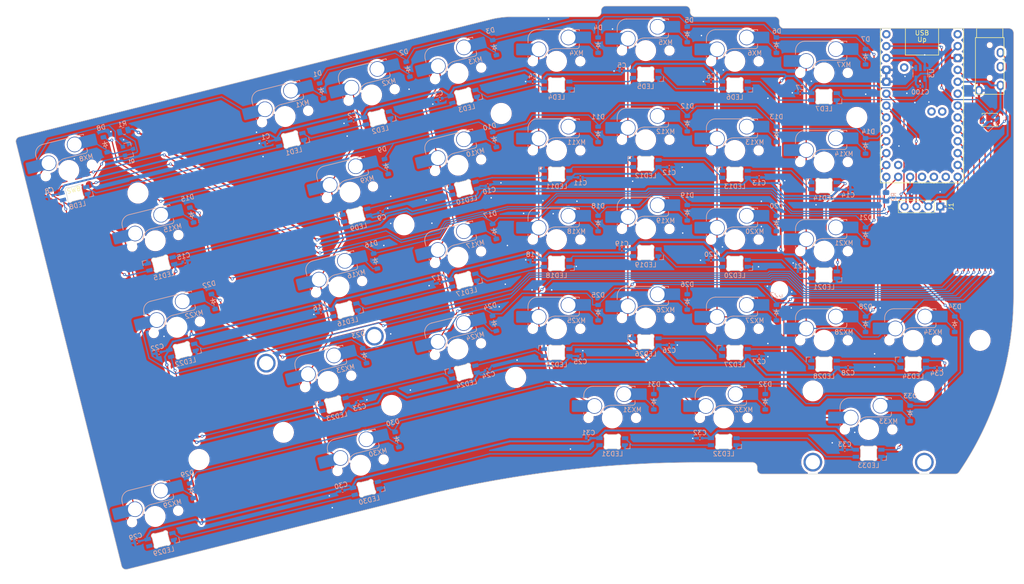
<source format=kicad_pcb>
(kicad_pcb (version 20221018) (generator pcbnew)
  (layers (0 "F.Cu" signal) (31 "B.Cu" signal) (34 "B.Paste" user) (35 "F.Paste" user) (36 "B.SilkS" user "B.Silkscreen") (37 "F.SilkS" user "F.Silkscreen") (38 "B.Mask" user) (39 "F.Mask" user) (44 "Edge.Cuts" user))
  (net 0 "")
  (net 1 "Net-(D2-A)")
  (net 2 "Net-(D3-A)")
  (net 3 "Net-(D4-A)")
  (net 4 "Net-(D5-A)")
  (net 5 "Net-(D6-A)")
  (net 6 "Net-(D7-A)")
  (net 7 "SW{slash}MX")
  (net 8 "Net-(D9-A)")
  (net 9 "Net-(D10-A)")
  (net 10 "Net-(D11-A)")
  (net 11 "Net-(D12-A)")
  (net 12 "Net-(D13-A)")
  (net 13 "Net-(D14-A)")
  (net 14 "Net-(D16-A)")
  (net 15 "Net-(D17-A)")
  (net 16 "Net-(D18-A)")
  (net 17 "Net-(D19-A)")
  (net 18 "Net-(D20-A)")
  (net 19 "Net-(D21-A)")
  (net 20 "Net-(D22-A)")
  (net 21 "Net-(D23-A)")
  (net 22 "Net-(D24-A)")
  (net 23 "Net-(D25-A)")
  (net 24 "Net-(D26-A)")
  (net 25 "Net-(D27-A)")
  (net 26 "Net-(D28-A)")
  (net 27 "Net-(D29-A)")
  (net 28 "Net-(D30-A)")
  (net 29 "Net-(D31-A)")
  (net 30 "Net-(D32-A)")
  (net 31 "Net-(D33-A)")
  (net 32 "Net-(D34-A)")
  (net 33 "Net-(ESD1-IO1)")
  (net 34 "Net-(D1-A)")
  (net 35 "GND")
  (net 36 "Net-(LED1-DOUT)")
  (net 37 "Net-(LED1-DIN)")
  (net 39 "Net-(LED2-DIN)")
  (net 40 "Net-(LED3-DIN)")
  (net 41 "VCC")
  (net 42 "Net-(LED4-DIN)")
  (net 43 "Net-(LED10-DOUT)")
  (net 44 "Net-(LED10-DIN)")
  (net 45 "Net-(LED5-DIN)")
  (net 47 "Net-(LED15-DOUT)")
  (net 48 "Net-(LED6-DIN)")
  (net 49 "Net-(LED11-DOUT)")
  (net 50 "DATA")
  (net 51 "Net-(LED12-DOUT)")
  (net 52 "Net-(LED13-DOUT)")
  (net 53 "Net-(LED16-DIN)")
  (net 54 "Net-(LED17-DIN)")
  (net 55 "Net-(LED18-DIN)")
  (net 56 "Net-(LED15-DIN)")
  (net 57 "Net-(LED19-DIN)")
  (net 58 "Net-(LED20-DIN)")
  (net 59 "Net-(LED22-DOUT)")
  (net 60 "Net-(LED23-DOUT)")
  (net 61 "SCL")
  (net 62 "Net-(LED24-DOUT)")
  (net 63 "Net-(LED25-DOUT)")
  (net 64 "Net-(LED26-DOUT)")
  (net 65 "Net-(LED27-DOUT)")
  (net 66 "Net-(LED28-DOUT)")
  (net 67 "Net-(LED29-DIN)")
  (net 68 "Net-(LED30-DIN)")
  (net 69 "Net-(LED31-DIN)")
  (net 70 "Net-(LED32-DIN)")
  (net 71 "Net-(LED33-DIN)")
  (net 74 "SDA")
  (net 75 "+5V")
  (net 76 "LED_5v")
  (net 77 "RESET")
  (net 78 "Net-(D15-A)")
  (net 79 "Net-(Q1-G)")
  (net 82 "ROTA")
  (net 83 "ROTB")
  (net 92 "Net-(R2-Pad2)")
  (net 93 "ROW0")
  (net 94 "ROW1")
  (net 95 "ROW2")
  (net 96 "ROW3")
  (net 97 "ROW4")
  (net 98 "COL0")
  (net 99 "COL1")
  (net 100 "COL2")
  (net 101 "COL3")
  (net 102 "COL4")
  (net 103 "COL5")
  (net 104 "COL6")
  (net 105 "LED_3v3")
  (net 106 "Net-(LED16-DOUT)")
  (net 107 "Net-(LED14-DOUT)")
  (footprint "winkeebs:HOLE_M2" (layer "F.Cu") (at 269.883905 111.733958)
    (fp_text reference "H1" hide)
    (fp_text value "MountingHole_Pad" hide)
  )
  (footprint "PCM_marbastlib-mx:STAB_MX_P_2u" (layer "F.Cu") (at 272.42402 178.40896 180)
    (fp_text reference "S33" hide)
    (fp_text value "MX_stab")
  )
  (footprint "winkeebs:HOLE_M2" (layer "F.Cu") (at 173.152517 134.648857)
    (fp_text reference "H5" hide)
    (fp_text value "MountingHole_Pad" hide)
  )
  (footprint "Connector_PinHeader_2.54mm:PinHeader_1x04_P2.54mm_Vertical" (layer "F.Cu") (at 287.734022 130.768968 -90)
    (fp_text reference "J1")
    (fp_text value "Conn_01x04_Socket")
  )
  (footprint "winkeebs:HOLE_M2" (layer "F.Cu") (at 197.017942 167.284063)
    (fp_text reference "H6" hide)
    (fp_text value "MountingHole_Pad" hide)
  )
  (footprint "Button_Switch_SMD:SW_SPST_B3U-1000P" (layer "F.Cu") (at 298.325271 112.246213)
    (fp_text reference "Reset1" hide)
    (fp_text value "Switch" hide)
  )
  (footprint "winkeebs:HOLE_M2" (layer "F.Cu") (at 193.922735 110.886642)
    (fp_text reference "H2" hide)
    (fp_text value "MountingHole_Pad" hide)
  )
  (footprint "winkeebs:HOLE_M2" (layer "F.Cu") (at 296.236525 159.358967)
    (fp_text reference "H8" hide)
    (fp_text value "MountingHole_Pad" hide)
  )
  (footprint "winkeebs:HOLE_M2" (layer "F.Cu") (at 253.374021 148.595713)
    (fp_text reference "H7" hide)
    (fp_text value "MountingHole_Pad" hide)
  )
  (footprint "ScottoKeebs_Components:TRRS_PJ-320A" (layer "F.Cu") (at 298.304022 94.683969)
    (fp_text reference "TRRS1" hide)
    (fp_text value "TRRS" hide)
  )
  (footprint "winkeebs:HOLE_M2" (layer "F.Cu") (at 116.315923 127.884296)
    (fp_text reference "H3" hide)
    (fp_text value "MountingHole_Pad" hide)
  )
  (footprint "PCM_marbastlib-various:ROT_SKYLOONG_HS-Switch" (layer "F.Cu") (at 101.545131 123.052801 14)
    (fp_text reference "SW8")
    (fp_text value "ROT_SKYLOONG_HS")
  )
  (footprint "PCM_marbastlib-mx:STAB_MX_P_2u" (layer "F.Cu") (at 156.960271 168.135825 14)
    (fp_text reference "S23" hide)
    (fp_text value "MX_stab")
  )
  (footprint "winkeebs:RP2040_ProMicro_USBup" (layer "F.Cu") (at 283.839021 110.463967)
    (fp_text reference "U1" hide)
    (fp_text value "RP2040_ProMicro")
  )
  (footprint "winkeebs:HOLE_M2" (layer "F.Cu") (at 129.367341 184.832103)
    (fp_text reference "H4" hide)
    (fp_text value "MountingHole_Pad" hide)
  )
  (footprint "PCM_marbastlib-mx:LED_MX_6028R" (layer "B.Cu") (at 224.799018 140.626461 180)
    (fp_text reference "LED19")
    (fp_text value "MX_SK6812MINI-E")
    (fp_line (start -1.699999 0.702843) (end -1.699999 -0.702841) (stroke (width 0.1)) (layer "Edge.Cuts"))
    (fp_line (start -0.794452 -1.499999) (end 0.794452 -1.499999) (stroke (width 0.1)) (layer "Edge.Cuts"))
    (fp_line (start 0.794452 1.5) (end -0.794453 1.5) (stroke (width 0.1)) (layer "Edge.Cuts"))
    (fp_line (start 1.699999 -0.702841) (end 1.699999 0.702843) (stroke (width 0.1)) (layer "Edge.Cuts"))
    (fp_arc (start -1.749484 -0.919719) (mid -1.712527 -0.814067) (end -1.699999 -0.702841) (stroke (width 0.1)) (layer "Edge.Cuts"))
    (fp_arc (start -1.749484 -0.919718) (mid -1.638072 -1.504034) (end -1.046711 -1.568298) (stroke (width 0.1)) (layer "Edge.Cuts"))
    (fp_arc (start -1.699999 0.702844) (mid -1.712527 0.814069) (end -1.749484 0.919721) (stroke (width 0.1)) (layer "Edge.Cuts"))
    (fp_arc (start -1.046711 1.568299) (mid -1.63807 1.504035) (end -1.749484 0.919721) (stroke (width 0.1)) (layer "Edge.Cuts"))
    (fp_arc (start -1.046711 1.568299) (mid -0.925123 1.517377) (end -0.794453 1.5) (stroke (width 0.1)) (layer "Edge.Cuts"))
    (fp_arc (start -0.794452 -1.499999) (mid -0.925123 -1.517376) (end -1.046711 -1.568298) (stroke (width 0.1)) (layer "Edge.Cuts"))
    (fp_arc (start 0.794453 1.500001) (mid 0.925123 1.517378) (end 1.046711 1.5683) (stroke (width 0.1)) (layer "Edge.Cuts"))
    (fp_arc (start 1.04671 -1.568298) (mid 0.925122 -1.517376) (end 0.794452 -1.499999) (stroke (width 0.1)) (layer "Edge.Cuts"))
    (fp_arc (start 1.046711 -1.568296) (mid 1.63807 -1.504033) (end 1.749484 -0.919719) (stroke (width 0.1)) (layer "Edge.Cuts"))
    (fp_arc (start 1.699999 -0.702842) (mid 1.712536 -0.814064) (end 1.749484 -0.919719) (stroke (width 0.1)) (layer "Edge.Cuts"))
    (fp_arc (start 1.749484 0.919721) (mid 1.638072 1.504036) (end 1.046711 1.5683) (stroke (width 0.1)) (layer "Edge.Cuts"))
    (fp_arc (start 1.749484 0.919721) (mid 1.712526 0.814069) (end 1.699999 0.702843) (stroke (width 0.1)) (layer "Edge.Cuts"))
  )
  (footprint "winkeebs:Diode_SOD-123" (layer "B.Cu") (at 271.77577 98.770979 -90)
    (fp_text reference "D7")
    (fp_text value "Diode")
  )
  (footprint "PCM_marbastlib-mx:LED_MX_6028R-ROT" (layer "B.Cu") (at 121.245804 143.009574 -166)
    (fp_text reference "LED15")
    (fp_text value "MX_SK6812MINI-E")
    (fp_line (start -1.699999 0.702841) (end -1.699999 -0.702843) (stroke (width 0.1)) (layer "Edge.Cuts"))
    (fp_line (start -0.794452 -1.5) (end 0.794453 -1.5) (stroke (width 0.1)) (layer "Edge.Cuts"))
    (fp_line (start 0.794452 1.499999) (end -0.794452 1.499999) (stroke (width 0.1)) (layer "Edge.Cuts"))
    (fp_line (start 1.699999 -0.702843) (end 1.699999 0.702841) (stroke (width 0.1)) (layer "Edge.Cuts"))
    (fp_arc (start -1.749484 -0.919721) (mid -1.712527 -0.814069) (end -1.699999 -0.702843) (stroke (width 0.1)) (layer "Edge.Cuts"))
    (fp_arc (start -1.749484 -0.919721) (mid -1.638071 -1.504036) (end -1.046711 -1.5683) (stroke (width 0.1)) (layer "Edge.Cuts"))
    (fp_arc (start -1.699999 0.702842) (mid -1.712527 0.814067) (end -1.749484 0.919719) (stroke (width 0.1)) (layer "Edge.Cuts"))
    (fp_arc (start -1.046711 1.568296) (mid -1.63807 1.504033) (end -1.749484 0.919719) (stroke (width 0.1)) (layer "Edge.Cuts"))
    (fp_arc (start -1.04671 1.568298) (mid -0.925122 1.517376) (end -0.794452 1.499999) (stroke (width 0.1)) (layer "Edge.Cuts"))
    (fp_arc (start -0.794453 -1.500001) (mid -0.925123 -1.517378) (end -1.046711 -1.5683) (stroke (width 0.1)) (layer "Edge.Cuts"))
    (fp_arc (start 0.794452 1.499999) (mid 0.925123 1.517376) (end 1.046711 1.568298) (stroke (width 0.1)) (layer "Edge.Cuts"))
    (fp_arc (start 1.046711 -1.568299) (mid 0.925123 -1.517377) (end 0.794453 -1.5) (stroke (width 0.1)) (layer "Edge.Cuts"))
    (fp_arc (start 1.046711 -1.568299) (mid 1.638071 -1.504035) (end 1.749484 -0.919721) (stroke (width 0.1)) (layer "Edge.Cuts"))
    (fp_arc (start 1.699999 -0.702844) (mid 1.712536 -0.814066) (end 1.749484 -0.919721) (stroke (width 0.1)) (layer "Edge.Cuts"))
    (fp_arc (start 1.749484 0.919718) (mid 1.638073 1.504037) (end 1.046711 1.568298) (stroke (width 0.1)) (layer "Edge.Cuts"))
    (fp_arc (start 1.749484 0.919719) (mid 1.712526 0.814067) (end 1.699999 0.702841) (stroke (width 0.1)) (layer "Edge.Cuts"))
  )
  (footprint "winkeebs:Diode_SOD-123" (layer "B.Cu") (at 233.675768 132.108483 -90)
    (fp_text reference "D19")
    (fp_text value "Diode")
  )
  (footprint "winkeebs:SW_MX_HS_CPG151101S11_1u" (layer "B.Cu") (at 272.42402 178.40896 180)
    (fp_text reference "MX33")
    (fp_text value "MX_SW_HS")
  )
  (footprint "winkeebs:SW_MX_HS_CPG151101S11_1u" (layer "B.Cu") (at 101.545131 123.052801 -166)
    (fp_text reference "MX8")
    (fp_text value "MX_SW_HS")
  )
  (footprint "Capacitor_SMD:C_0402_1005Metric" (layer "B.Cu") (at 219.709661 101.783147 180)
    (fp_text reference "C5")
    (fp_text value "100nF")
  )
  (footprint "winkeebs:Diode_SOD-123" (layer "B.Cu") (at 214.625776 134.394484 -90)
    (fp_text reference "D18")
    (fp_text value "Diode")
  )
  (footprint "Capacitor_SMD:C_0402_1005Metric" (layer "B.Cu") (at 190.965229 165.670629 14)
    (fp_text reference "C24")
    (fp_text value "100nF")
  )
  (footprint "PCM_marbastlib-mx:LED_MX_6028R" (layer "B.Cu") (at 148.984425 116.460372 -166)
    (fp_text reference "LED1")
    (fp_text value "MX_SK6812MINI-E")
    (fp_line (start -1.699999 0.702843) (end -1.699999 -0.702841) (stroke (width 0.1)) (layer "Edge.Cuts"))
    (fp_line (start -0.794452 -1.499999) (end 0.794452 -1.499999) (stroke (width 0.1)) (layer "Edge.Cuts"))
    (fp_line (start 0.794452 1.5) (end -0.794453 1.5) (stroke (width 0.1)) (layer "Edge.Cuts"))
    (fp_line (start 1.699999 -0.702841) (end 1.699999 0.702843) (stroke (width 0.1)) (layer "Edge.Cuts"))
    (fp_arc (start -1.749484 -0.919719) (mid -1.712527 -0.814067) (end -1.699999 -0.702841) (stroke (width 0.1)) (layer "Edge.Cuts"))
    (fp_arc (start -1.749484 -0.919718) (mid -1.638072 -1.504034) (end -1.046711 -1.568298) (stroke (width 0.1)) (layer "Edge.Cuts"))
    (fp_arc (start -1.699999 0.702844) (mid -1.712527 0.814069) (end -1.749484 0.919721) (stroke (width 0.1)) (layer "Edge.Cuts"))
    (fp_arc (start -1.046711 1.568299) (mid -1.63807 1.504035) (end -1.749484 0.919721) (stroke (width 0.1)) (layer "Edge.Cuts"))
    (fp_arc (start -1.046711 1.568299) (mid -0.925123 1.517377) (end -0.794453 1.5) (stroke (width 0.1)) (layer "Edge.Cuts"))
    (fp_arc (start -0.794452 -1.499999) (mid -0.925123 -1.517376) (end -1.046711 -1.568298) (stroke (width 0.1)) (layer "Edge.Cuts"))
    (fp_arc (start 0.794453 1.500001) (mid 0.925123 1.517378) (end 1.046711 1.5683) (stroke (width 0.1)) (layer "Edge.Cuts"))
    (fp_arc (start 1.04671 -1.568298) (mid 0.925122 -1.517376) (end 0.794452 -1.499999) (stroke (width 0.1)) (layer "Edge.Cuts"))
    (fp_arc (start 1.046711 -1.568296) (mid 1.63807 -1.504033) (end 1.749484 -0.919719) (stroke (width 0.1)) (layer "Edge.Cuts"))
    (fp_arc (start 1.699999 -0.702842) (mid 1.712536 -0.814064) (end 1.749484 -0.919719) (stroke (width 0.1)) (layer "Edge.Cuts"))
    (fp_arc (start 1.749484 0.919721) (mid 1.638072 1.504036) (end 1.046711 1.5683) (stroke (width 0.1)) (layer "Edge.Cuts"))
    (fp_arc (start 1.749484 0.919721) (mid 1.712526 0.814069) (end 1.699999 0.702843) (stroke (width 0.1)) (layer "Edge.Cuts"))
  )
  (footprint "Capacitor_SMD:C_0402_1005Metric" (layer "B.Cu") (at 268.036525 165.158956)
    (fp_text reference "C28")
    (fp_text value "100nF")
  )
  (footprint "PCM_marbastlib-mx:LED_MX_6028R" (layer "B.Cu") (at 243.84902 142.912459 180)
    (fp_text reference "LED20")
    (fp_text value "MX_SK6812MINI-E")
    (fp_line (start -1.699999 0.702843) (end -1.699999 -0.702841) (stroke (width 0.1)) (layer "Edge.Cuts"))
    (fp_line (start -0.794452 -1.499999) (end 0.794452 -1.499999) (stroke (width 0.1)) (layer "Edge.Cuts"))
    (fp_line (start 0.794452 1.5) (end -0.794453 1.5) (stroke (width 0.1)) (layer "Edge.Cuts"))
    (fp_line (start 1.699999 -0.702841) (end 1.699999 0.702843) (stroke (width 0.1)) (layer "Edge.Cuts"))
    (fp_arc (start -1.749484 -0.919719) (mid -1.712527 -0.814067) (end -1.699999 -0.702841) (stroke (width 0.1)) (layer "Edge.Cuts"))
    (fp_arc (start -1.749484 -0.919718) (mid -1.638072 -1.504034) (end -1.046711 -1.568298) (stroke (width 0.1)) (layer "Edge.Cuts"))
    (fp_arc (start -1.699999 0.702844) (mid -1.712527 0.814069) (end -1.749484 0.919721) (stroke (width 0.1)) (layer "Edge.Cuts"))
    (fp_arc (start -1.046711 1.568299) (mid -1.63807 1.504035) (end -1.749484 0.919721) (stroke (width 0.1)) (layer "Edge.Cuts"))
    (fp_arc (start -1.046711 1.568299) (mid -0.925123 1.517377) (end -0.794453 1.5) (stroke (width 0.1)) (layer "Edge.Cuts"))
    (fp_arc (start -0.794452 -1.499999) (mid -0.925123 -1.517376) (end -1.046711 -1.568298) (stroke (width 0.1)) (layer "Edge.Cuts"))
    (fp_arc (start 0.794453 1.500001) (mid 0.925123 1.517378) (end 1.046711 1.5683) (stroke (width 0.1)) (layer "Edge.Cuts"))
    (fp_arc (start 1.04671 -1.568298) (mid 0.925122 -1.517376) (end 0.794452 -1.499999) (stroke (width 0.1)) (layer "Edge.Cuts"))
    (fp_arc (start 1.046711 -1.568296) (mid 1.63807 -1.504033) (end 1.749484 -0.919719) (stroke (width 0.1)) (layer "Edge.Cuts"))
    (fp_arc (start 1.699999 -0.702842) (mid 1.712536 -0.814064) (end 1.749484 -0.919719) (stroke (width 0.1)) (layer "Edge.Cuts"))
    (fp_arc (start 1.749484 0.919721) (mid 1.638072 1.504036) (end 1.046711 1.5683) (stroke (width 0.1)) (layer "Edge.Cuts"))
    (fp_arc (start 1.749484 0.919721) (mid 1.712526 0.814069) (end 1.699999 0.702843) (stroke (width 0.1)) (layer "Edge.Cuts"))
  )
  (footprint "PCM_marbastlib-mx:LED_MX_6028R-ROT" (layer "B.Cu") (at 158.18923 173.064922 -166)
    (fp_text reference "LED23")
    (fp_text value "MX_SK6812MINI-E")
    (fp_line (start -1.699999 0.702841) (end -1.699999 -0.702843) (stroke (width 0.1)) (layer "Edge.Cuts"))
    (fp_line (start -0.794452 -1.5) (end 0.794453 -1.5) (stroke (width 0.1)) (layer "Edge.Cuts"))
    (fp_line (start 0.794452 1.499999) (end -0.794452 1.499999) (stroke (width 0.1)) (layer "Edge.Cuts"))
    (fp_line (start 1.699999 -0.702843) (end 1.699999 0.702841) (stroke (width 0.1)) (layer "Edge.Cuts"))
    (fp_arc (start -1.749484 -0.919721) (mid -1.712527 -0.814069) (end -1.699999 -0.702843) (stroke (width 0.1)) (layer "Edge.Cuts"))
    (fp_arc (start -1.749484 -0.919721) (mid -1.638071 -1.504036) (end -1.046711 -1.5683) (stroke (width 0.1)) (layer "Edge.Cuts"))
    (fp_arc (start -1.699999 0.702842) (mid -1.712527 0.814067) (end -1.749484 0.919719) (stroke (width 0.1)) (layer "Edge.Cuts"))
    (fp_arc (start -1.046711 1.568296) (mid -1.63807 1.504033) (end -1.749484 0.919719) (stroke (width 0.1)) (layer "Edge.Cuts"))
    (fp_arc (start -1.04671 1.568298) (mid -0.925122 1.517376) (end -0.794452 1.499999) (stroke (width 0.1)) (layer "Edge.Cuts"))
    (fp_arc (start -0.794453 -1.500001) (mid -0.925123 -1.517378) (end -1.046711 -1.5683) (stroke (width 0.1)) (layer "Edge.Cuts"))
    (fp_arc (start 0.794452 1.499999) (mid 0.925123 1.517376) (end 1.046711 1.568298) (stroke (width 0.1)) (layer "Edge.Cuts"))
    (fp_arc (start 1.046711 -1.568299) (mid 0.925123 -1.517377) (end 0.794453 -1.5) (stroke (width 0.1)) (layer "Edge.Cuts"))
    (fp_arc (start 1.046711 -1.568299) (mid 1.638071 -1.504035) (end 1.749484 -0.919721) (stroke (width 0.1)) (layer "Edge.Cuts"))
    (fp_arc (start 1.699999 -0.702844) (mid 1.712536 -0.814066) (end 1.749484 -0.919721) (stroke (width 0.1)) (layer "Edge.Cuts"))
    (fp_arc (start 1.749484 0.919718) (mid 1.638073 1.504037) (end 1.046711 1.568298) (stroke (width 0.1)) (layer "Edge.Cuts"))
    (fp_arc (start 1.749484 0.919719) (mid 1.712526 0.814067) (end 1.699999 0.702841) (stroke (width 0.1)) (layer "Edge.Cuts"))
  )
  (footprint "winkeebs:SW_MX_HS_CPG151101S11_1.25u" (layer "B.Cu") (at 241.467775 175.932464 180)
    (fp_text reference "MX32")
    (fp_text value "MX_SW_HS")
  )
  (footprint "winkeebs:Diode_SOD-123" (layer "B.Cu") (at 252.725772 134.394482 -90)
    (fp_text reference "D20")
    (fp_text value "Diode")
  )
  (footprint "winkeebs:SW_MX_HS_CPG151101S11_1u" (layer "B.Cu") (at 243.849023 99.732471 180)
    (fp_text reference "MX6")
    (fp_text value "MX_SW_HS")
  )
  (footprint "winkeebs:SW_MX_HS_CPG151101S11_1u" (layer "B.Cu") (at 262.899021 121.258961 180)
    (fp_text reference "MX14")
    (fp_text value "MX_SW_HS")
  )
  (footprint "winkeebs:SW_MX_HS_CPG151101S11_1u" (layer "B.Cu") (at 205.749024 118.782463 180)
    (fp_text reference "MX11")
    (fp_text value "MX_SW_HS")
  )
  (footprint "Capacitor_SMD:C_0402_1005Metric" (layer "B.Cu") (at 267.334666 182.745649 180)
    (fp_text reference "C33")
    (fp_text value "100nF")
  )
  (footprint "PCM_marbastlib-mx:LED_MX_6028R" (layer "B.Cu") (at 121.208539 201.918432 -166)
    (fp_text reference "LED29")
    (fp_text value "MX_SK6812MINI-E")
    (fp_line (start -1.699999 0.702843) (end -1.699999 -0.702841) (stroke (width 0.1)) (layer "Edge.Cuts"))
    (fp_line (start -0.794452 -1.499999) (end 0.794452 -1.499999) (stroke (width 0.1)) (layer "Edge.Cuts"))
    (fp_line (start 0.794452 1.5) (end -0.794453 1.5) (stroke (width 0.1)) (layer "Edge.Cuts"))
    (fp_line (start 1.699999 -0.702841) (end 1.699999 0.702843) (stroke (width 0.1)) (layer "Edge.Cuts"))
    (fp_arc (start -1.749484 -0.919719) (mid -1.712527 -0.814067) (end -1.699999 -0.702841) (stroke (width 0.1)) (layer "Edge.Cuts"))
    (fp_arc (start -1.749484 -0.919718) (mid -1.638072 -1.504034) (end -1.046711 -1.568298) (stroke (width 0.1)) (layer "Edge.Cuts"))
    (fp_arc (start -1.699999 0.702844) (mid -1.712527 0.814069) (end -1.749484 0.919721) (stroke (width 0.1)) (layer "Edge.Cuts"))
    (fp_arc (start -1.046711 1.568299) (mid -1.63807 1.504035) (end -1.749484 0.919721) (stroke (width 0.1)) (layer "Edge.Cuts"))
    (fp_arc (start -1.046711 1.568299) (mid -0.925123 1.517377) (end -0.794453 1.5) (stroke (width 0.1)) (layer "Edge.Cuts"))
    (fp_arc (start -0.794452 -1.499999) (mid -0.925123 -1.517376) (end -1.046711 -1.568298) (stroke (width 0.1)) (layer "Edge.Cuts"))
    (fp_arc (start 0.794453 1.500001) (mid 0.925123 1.517378) (end 1.046711 1.5683) (stroke (width 0.1)) (layer "Edge.Cuts"))
    (fp_arc (start 1.04671 -1.568298) (mid 0.925122 -1.517376) (end 0.794452 -1.499999) (stroke (width 0.1)) (layer "Edge.Cuts"))
    (fp_arc (start 1.046711 -1.568296) (mid 1.63807 -1.504033) (end 1.749484 -0.919719) (stroke (width 0.1)) (layer "Edge.Cuts"))
    (fp_arc (start 1.699999 -0.702842) (mid 1.712536 -0.814064) (end 1.749484 -0.919719) (stroke (width 0.1)) (layer "Edge.Cuts"))
    (fp_arc (start 1.749484 0.919721) (mid 1.638072 1.504036) (end 1.046711 1.5683) (stroke (width 0.1)) (layer "Edge.Cuts"))
    (fp_arc (start 1.749484 0.919721) (mid 1.712526 0.814069) (end 1.699999 0.702843) (stroke (width 0.1)) (layer "Edge.Cuts"))
  )
  (footprint "Capacitor_SMD:C_0402_1005Metric" (layer "B.Cu") (at 287.034731 165.241452)
    (fp_text reference "C34")
    (fp_text value "100nF")
  )
  (footprint "winkeebs:SW_MX_HS_CPG151101S11_1u" (layer "B.Cu") (at 224.799019 97.446464 180)
    (fp_text reference "MX5")
    (fp_text value "MX_SW_HS")
  )
  (footprint "Capacitor_SMD:C_0402_1005Metric" (layer "B.Cu") (at 155.394163 153.36255 -166)
    (fp_text reference "C16")
    (fp_text value "100nF")
  )
  (footprint "winkeebs:Diode_SOD-123" (layer "B.Cu") (at 214.62578 115.344484 -90)
    (fp_text reference "D11")
    (fp_text value "Diode")
  )
  (footprint "Capacitor_SMD:C_0402_1005Metric" (layer "B.Cu") (at 143.866427 116.970364 -166)
    (fp_text reference "C1")
    (fp_text value "100nF")
  )
  (footprint "winkeebs:Diode_SOD-123" (layer "B.Cu") (at 127.798193 132.597132 -76)
    (fp_text reference "D15")
    (fp_text value "Diode")
  )
  (footprint "Capacitor_SMD:C_0402_1005Metric" (layer "B.Cu") (at 249.036527 124.558967)
    (fp_text reference "C13")
    (fp_text value "100nF")
  )
  (footprint "winkeebs:Diode_SOD-123" (layer "B.Cu") (at 271.775777 136.870987 -90)
    (fp_text reference "D21")
    (fp_text value "Diode")
  )
  (footprint "winkeebs:Diode_SOD-123" (layer "B.Cu") (at 127.760929 191.505993 -76)
    (fp_text reference "D29")
    (fp_text value "Diode")
  )
  (footprint "winkeebs:SW_MX_HS_CPG151101S11_1.25u" (layer "B.Cu") (at 163.879399 186.043874 -166)
    (fp_text reference "MX30")
    (fp_text value "MX_SW_HS")
  )
  (footprint "PCM_marbastlib-mx:LED_MX_6028R" (layer "B.Cu") (at 167.468555 111.851753 -166)
    (fp_text reference "LED2")
    (fp_text value "MX_SK6812MINI-E")
    (fp_line (start -1.699999 0.702843) (end -1.699999 -0.702841) (stroke (width 0.1)) (layer "Edge.Cuts"))
    (fp_line (start -0.794452 -1.499999) (end 0.794452 -1.499999) (stroke (width 0.1)) (layer "Edge.Cuts"))
    (fp_line (start 0.794452 1.5) (end -0.794453 1.5) (stroke (width 0.1)) (layer "Edge.Cuts"))
    (fp_line (start 1.699999 -0.702841) (end 1.699999 0.702843) (stroke (width 0.1)) (layer "Edge.Cuts"))
    (fp_arc (start -1.749484 -0.919719) (mid -1.712527 -0.814067) (end -1.699999 -0.702841) (stroke (width 0.1)) (layer "Edge.Cuts"))
    (fp_arc (start -1.749484 -0.919718) (mid -1.638072 -1.504034) (end -1.046711 -1.568298) (stroke (width 0.1)) (layer "Edge.Cuts"))
    (fp_arc (start -1.699999 0.702844) (mid -1.712527 0.814069) (end -1.749484 0.919721) (stroke (width 0.1)) (layer "Edge.Cuts"))
    (fp_arc (start -1.046711 1.568299) (mid -1.63807 1.504035) (end -1.749484 0.919721) (stroke (width 0.1)) (layer "Edge.Cuts"))
    (fp_arc (start -1.046711 1.568299) (mid -0.925123 1.517377) (end -0.794453 1.5) (stroke (width 0.1)) (layer "Edge.Cuts"))
    (fp_arc (start -0.794452 -1.499999) (mid -0.925123 -1.517376) (end -1.046711 -1.568298) (stroke (width 0.1)) (layer "Edge.Cuts"))
    (fp_arc (start 0.794453 1.500001) (mid 0.925123 1.517378) (end 1.046711 1.5683) (stroke (width 0.1)) (layer "Edge.Cuts"))
    (fp_arc (start 1.04671 -1.568298) (mid 0.925122 -1.517376) (end 0.794452 -1.499999) (stroke (width 0.1)) (layer "Edge.Cuts"))
    (fp_arc (start 1.046711 -1.568296) (mid 1.63807 -1.504033) (end 1.749484 -0.919719) (stroke (width 0.1)) (layer "Edge.Cuts"))
    (fp_arc (start 1.699999 -0.702842) (mid 1.712536 -0.814064) (end 1.749484 -0.919719) (stroke (width 0.1)) (layer "Edge.Cuts"))
    (fp_arc (start 1.749484 0.919721) (mid 1.638072 1.504036) (end 1.046711 1.5683) (stroke (width 0.1)) (layer "Edge.Cuts"))
    (fp_arc (start 1.749484 0.919721) (mid 1.712526 0.814069) (end 1.699999 0.702843) (stroke (width 0.1)) (layer "Edge.Cuts"))
  )
  (footprint "winkeebs:SW_MX_HS_CPG151101S11_1u" (layer "B.Cu") (at 184.698891 141.58662 -166)
    (fp_text reference "MX17")
    (fp_text value "MX_SW_HS")
  )
  (footprint "Capacitor_SMD:C_0402_1005Metric" (layer "B.Cu") (at 116.090541 202.428431 -166)
    (fp_text reference "C29")
    (fp_text value "100nF")
  )
  (footprint "Capacitor_SMD:C_0402_1005Metric" (layer "B.Cu") (at 212.565915 180.269148 180)
    (fp_text reference "C31")
    (fp_text value "100nF")
  )
  (footprint "PCM_marbastlib-mx:LED_MX_6028R" (layer "B.Cu") (at 205.749015 104.812464 180)
    (fp_text reference "LED4")
    (fp_text value "MX_SK6812MINI-E")
    (fp_line (start -1.699999 0.702843) (end -1.699999 -0.702841) (stroke (width 0.1)) (layer "Edge.Cuts"))
    (fp_line (start -0.794452 -1.499999) (end 0.794452 -1.499999) (stroke (width 0.1)) (layer "Edge.Cuts"))
    (fp_line (start 0.794452 1.5) (end -0.794453 1.5) (stroke (width 0.1)) (layer "Edge.Cuts"))
    (fp_line (start 1.699999 -0.702841) (end 1.699999 0.702843) (stroke (width 0.1)) (layer "Edge.Cuts"))
    (fp_arc (start -1.749484 -0.919719) (mid -1.712527 -0.814067) (end -1.699999 -0.702841) (stroke (width 0.1)) (layer "Edge.Cuts"))
    (fp_arc (start -1.749484 -0.919718) (mid -1.638072 -1.504034) (end -1.046711 -1.568298) (stroke (width 0.1)) (layer "Edge.Cuts"))
    (fp_arc (start -1.699999 0.702844) (mid -1.712527 0.814069) (end -1.749484 0.919721) (stroke (width 0.1)) (layer "Edge.Cuts"))
    (fp_arc (start -1.046711 1.568299) (mid -1.63807 1.504035) (end -1.749484 0.919721) (stroke (width 0.1)) (layer "Edge.Cuts"))
    (fp_arc (start -1.046711 1.568299) (mid -0.925123 1.517377) (end -0.794453 1.5) (stroke (width 0.1)) (layer "Edge.Cuts"))
    (fp_arc (start -0.794452 -1.499999) (mid -0.925123 -1.517376) (end -1.046711 -1.568298) (stroke (width 0.1)) (layer "Edge.Cuts"))
    (fp_arc (start 0.794453 1.500001) (mid 0.925123 1.517378) (end 1.046711 1.5683) (stroke (width 0.1)) (layer "Edge.Cuts"))
    (fp_arc (start 1.04671 -1.568298) (mid 0.925122 -1.517376) (end 0.794452 -1.499999) (stroke (width 0.1)) (layer "Edge.Cuts"))
    (fp_arc (start 1.046711 -1.568296) (mid 1.63807 -1.504033) (end 1.749484 -0.919719) (stroke (width 0.1)) (layer "Edge.Cuts"))
    (fp_arc (start 1.699999 -0.702842) (mid 1.712536 -0.814064) (end 1.749484 -0.919719) (stroke (width 0.1)) (layer "Edge.Cuts"))
    (fp_arc (start 1.749484 0.919721) (mid 1.638072 1.504036) (end 1.046711 1.5683) (stroke (width 0.1)) (layer "Edge.Cuts"))
    (fp_arc (start 1.749484 0.919721) (mid 1.712526 0.814069) (end 1.699999 0.702843) (stroke (width 0.1)) (layer "Edge.Cuts"))
  )
  (footprint "winkeebs:Diode_SOD-123" (layer "B.Cu") (at 169.387502 122.227758 -76)
    (fp_text reference "D9")
    (fp_text value "Diode")
  )
  (footprint "Capacitor_SMD:C_0402_1005Metric" (layer "B.Cu") (at 236.378414 180.269151 180)
    (fp_text reference "C32")
    (fp_text value "100nF")
  )
  (footprint "winkeebs:SW_MX_HS_CPG151101S11_1u" (layer "B.Cu") (at 243.849022 156.882468 180)
    (fp_text reference "MX27")
    (fp_text value "MX_SW_HS")
  )
  (footprint "winkeebs:SW_MX_HS_CPG151101S11_1.25u" (layer "B.Cu") (at 217.655272 175.93246 180)
    (fp_text reference "MX31")
    (fp_text value "MX_SW_HS")
  )
  (footprint "Capacitor_SMD:C_0402_1005Metric" (layer "B.Cu") (at 238.759665 104.069151 180)
    (fp_text reference "C6")
    (fp_text value "100nF")
  )
  (footprint "winkeebs:SW_MX_HS_CPG151101S11_1u" (layer "B.Cu") (at 184.723731 102.314049 -166)
    (fp_text reference "MX3")
    (fp_text value "MX_SW_HS")
  )
  (footprint "winkeebs:Diode_SOD-123" (layer "B.Cu") (at 233.675773 113.058479 -90)
    (fp_text reference "D12")
    (fp_text value "Diode")
  )
  (footprint "winkeebs:Diode_SOD-123" (layer "B.Cu") (at 174.020948 101.439322 -76)
    (fp_text reference "D2")
    (fp_text value "Diode")
  )
  (footprint "PCM_marbastlib-mx:LED_MX_6028R-ROT" (layer "B.Cu") (at 281.94902 164.438963 180)
    (fp_text reference "LED34")
    (fp_text value "MX_SK6812MINI-E")
    (fp_line (start -1.699999 0.702841) (end -1.699999 -0.702843) (stroke (width 0.1)) (layer "Edge.Cuts"))
    (fp_line (start -0.794452 -1.5) (end 0.794453 -1.5) (stroke (width 0.1)) (layer "Edge.Cuts"))
    (fp_line (start 0.794452 1.499999) (end -0.794452 1.499999) (stroke (width 0.1)) (layer "Edge.Cuts"))
    (fp_line (start 1.699999 -0.702843) (end 1.699999 0.702841) (stroke (width 0.1)) (layer "Edge.Cuts"))
    (fp_arc (start -1.749484 -0.919721) (mid -1.712527 -0.814069) (end -1.699999 -0.702843) (stroke (width 0.1)) (layer "Edge.Cuts"))
    (fp_arc (start -1.749484 -0.919721) (mid -1.638071 -1.504036) (end -1.046711 -1.5683) (stroke (width 0.1)) (layer "Edge.Cuts"))
    (fp_arc (start -1.699999 0.702842) (mid -1.712527 0.814067) (end -1.749484 0.919719) (stroke (width 0.1)) (layer "Edge.Cuts"))
    (fp_arc (start -1.046711 1.568296) (mid -1.63807 1.504033) (end -1.749484 0.919719) (stroke (width 0.1)) (layer "Edge.Cuts"))
    (fp_arc (start -1.04671 1.568298) (mid -0.925122 1.517376) (end -0.794452 1.499999) (stroke (width 0.1)) (layer "Edge.Cuts"))
    (fp_arc (start -0.794453 -1.500001) (mid -0.925123 -1.517378) (end -1.046711 -1.5683) (stroke (width 0.1)) (layer "Edge.Cuts"))
    (fp_arc (start 0.794452 1.499999) (mid 0.925123 1.517376) (end 1.046711 1.568298) (stroke (width 0.1)) (layer "Edge.Cuts"))
    (fp_arc (start 1.046711 -1.568299) (mid 0.925123 -1.517377) (end 0.794453 -1.5) (stroke (width 0.1)) (layer "Edge.Cuts"))
    (fp_arc (start 1.046711 -1.568299) (mid 1.638071 -1.504035) (end 1.749484 -0.919721) (stroke (width 0.1)) (layer "Edge.Cuts"))
    (fp_arc (start 1.699999 -0.702844) (mid 1.712536 -0.814066) (end 1.749484 -0.919721) (stroke (width 0.1)) (layer "Edge.Cuts"))
    (fp_arc (start 1.749484 0.919718) (mid 1.638073 1.504037) (end 1.046711 1.568298) (stroke (width 0.1)) (layer "Edge.Cuts"))
    (fp_arc (start 1.749484 0.919719) (mid 1.712526 0.814067) (end 1.699999 0.702841) (stroke (width 0.1)) (layer "Edge.Cuts"))
  )
  (footprint "winkeebs:SW_MX_HS_CPG151101S11_1u" (layer "B.Cu") (at 243.849023 137.832461 180)
    (fp_text reference "MX20")
    (fp_text value "MX_SW_HS")
  )
  (footprint "winkeebs:SW_MX_HS_CPG151101S11_1u" (layer "B.Cu") (at 184.711313 121.95033 -166)
    (fp_text reference "MX10")
    (fp_text value "MX_SW_HS")
  )
  (footprint "winkeebs:SW_MX_HS_CPG151101S11_1u" (layer "B.Cu") (at 262.899024 159.358966 180)
    (fp_text reference "MX28")
    (fp_text value "MX_SW_HS")
  )
  (footprint "PCM_marbastlib-mx:LED_MX_6028R-ROT" (layer "B.Cu") (at 262.899019 164.438959 180)
    (fp_text reference "LED28")
    (fp_text value "MX_SK6812MINI-E")
    (fp_line (start -1.699999 0.702841) (end -1.699999 -0.702843) (stroke (width 0.1)) (layer "Edge.Cuts"))
    (fp_line (start -0.794452 -1.5) (end 0.794453 -1.5) (stroke (width 0.1)) (layer "Edge.Cuts"))
    (fp_line (start 0.794452 1.499999) (end -0.794452 1.499999) (stroke (width 0.1)) (layer "Edge.Cuts"))
    (fp_line (start 1.699999 -0.702843) (end 1.699999 0.702841) (stroke (width 0.1)) (layer "Edge.Cuts"))
    (fp_arc (start -1.749484 -0.919721) (mid -1.712527 -0.814069) (end -1.699999 -0.702843) (stroke (width 0.1)) (layer "Edge.Cuts"))
    (fp_arc (start -1.749484 -0.919721) (mid -1.638071 -1.504036) (end -1.046711 -1.5683) (stroke (width 0.1)) (layer "Edge.Cuts"))
    (fp_arc (start -1.699999 0.702842) (mid -1.712527 0.814067) (end -1.749484 0.919719) (stroke (width 0.1)) (layer "Edge.Cuts"))
    (fp_arc (start -1.046711 1.568296) (mid -1.63807 1.504033) (end -1.749484 0.919719) (stroke (width 0.1)) (layer "Edge.Cuts"))
    (fp_arc (start -1.04671 1.568298) (mid -0.925122 1.517376) (end -0.794452 1.499999) (stroke (width 0.1)) (layer "Edge.Cuts"))
    (fp_arc (start -0.794453 -1.500001) (mid -0.925123 -1.517378) (end -1.046711 -1.5683) (stroke (width 0.1)) (layer "Edge.Cuts"))
    (fp_arc (start 0.794452 1.499999) (mid 0.925123 1.517376) (end 1.046711 1.568298) (stroke (width 0.1)) (layer "Edge.Cuts"))
    (fp_arc (start 1.046711 -1.568299) (mid 0.925123 -1.517377) (end 0.794453 -1.5) (stroke (width 0.1)) (layer "Edge.Cuts"))
    (fp_arc (start 1.046711 -1.568299) (mid 1.638071 -1.504035) (end 1.749484 -0.919721) (stroke (width 0.1)) (layer "Edge.Cuts"))
    (fp_arc (start 1.699999 -0.702844) (mid 1.712536 -0.814066) (end 1.749484 -0.919721) (stroke (width 0.1)) (layer "Edge.Cuts"))
    (fp_arc (start 1.749484 0.919718) (mid 1.638073 1.504037) (end 1.046711 1.568298) (stroke (width 0.1)) (layer "Edge.Cuts"))
    (fp_arc (start 1.749484 0.919719) (mid 1.712526 0.814067) (end 1.699999 0.702841) (stroke (width 0.1)) (layer "Edge.Cuts"))
  )
  (footprint "Capacitor_SMD:C_0402_1005Metric" (layer "B.Cu") (at 159.990361 191.482978 -166)
    (fp_text reference "C30")
    (fp_text value "100nF")
  )
  (footprint "Capacitor_SMD:C_0402_1005Metric" (layer "B.Cu") (at 97.656089 128.49189 -166)
    (fp_text reference "C8")
    (fp_text value "100nF")
  )
  (footprint "Capacitor_SMD:C_0402_1005Metric" (layer "B.Cu") (at 268.036521 127.158969)
    (fp_text reference "C14")
    (fp_text value "100nF")
  )
  (footprint "winkeebs:Diode_SOD-123" (layer "B.Cu") (at 164.741619 162.652484 -76)
    (fp_text reference "D23")
    (fp_text value "Diode")
  )
  (footprint "PCM_marbastlib-mx:LED_MX_6028R-ROT" (layer "B.Cu") (at 185.940273 126.879433 -166)
    (fp_text reference "LED10")
    (fp_text value "MX_SK6812MINI-E")
    (fp_line (start -1.699999 0.702841) (end -1.699999 -0.702843) (stroke (width 0.1)) (layer "Edge.Cuts"))
    (fp_line (start -0.794452 -1.5) (end 0.794453 -1.5) (stroke (width 0.1)) (layer "Edge.Cuts"))
    (fp_line (start 0.794452 1.499999) (end -0.794452 1.499999) (stroke (width 0.1)) (layer "Edge.Cuts"))
    (fp_line (start 1.699999 -0.702843) (end 1.699999 0.702841) (stroke (width 0.1)) (layer "Edge.Cuts"))
    (fp_arc (start -1.749484 -0.919721) (mid -1.712527 -0.814069) (end -1.699999 -0.702843) (stroke (width 0.1)) (layer "Edge.Cuts"))
    (fp_arc (start -1.749484 -0.919721) (mid -1.638071 -1.504036) (end -1.046711 -1.5683) (stroke (width 0.1)) (layer "Edge.Cuts"))
    (fp_arc (start -1.699999 0.702842) (mid -1.712527 0.814067) (end -1.749484 0.919719) (stroke (width 0.1)) (layer "Edge.Cuts"))
    (fp_arc (start -1.046711 1.568296) (mid -1.63807 1.504033) (end -1.749484 0.919719) (stroke (width 0.1)) (layer "Edge.Cuts"))
    (fp_arc (start -1.04671 1.568298) (mid -0.925122 1.517376) (end -0.794452 1.499999) (stroke (width 0.1)) (layer "Edge.Cuts"))
    (fp_arc (start -0.794453 -1.500001) (mid -0.925123 -1.517378) (end -1.046711 -1.5683) (stroke (width 0.1)) (layer "Edge.Cuts"))
    (fp_arc (start 0.794452 1.499999) (mid 0.925123 1.517376) (end 1.046711 1.568298) (stroke (width 0.1)) (layer "Edge.Cuts"))
    (fp_arc (start 1.046711 -1.568299) (mid 0.925123 -1.517377) (end 0.794453 -1.5) (stroke (width 0.1)) (layer "Edge.Cuts"))
    (fp_arc (start 1.046711 -1.568299) (mid 1.638071 -1.504035) (end 1.749484 -0.919721) (stroke (width 0.1)) (layer "Edge.Cuts"))
    (fp_arc (start 1.699999 -0.702844) (mid 1.712536 -0.814066) (end 1.749484 -0.919721) (stroke (width 0.1)) (layer "Edge.Cuts"))
    (fp_arc (start 1.749484 0.919718) (mid 1.638073 1.504037) (end 1.046711 1.568298) (stroke (width 0.1)) (layer "Edge.Cuts"))
    (fp_arc (start 1.749484 0.919719) (mid 1.712526 0.814067) (end 1.699999 0.702841) (stroke (width 0.1)) (layer "Edge.Cuts"))
  )
  (footprint "winkeebs:Diode_SOD-123" (layer "B.Cu") (at 192.492664 116.466996 -76)
    (fp_text reference "D10")
    (fp_text value "Diode")
  )
  (footprint "winkeebs:SW_MX_HS_CPG151101S11_1u" (layer "B.Cu") (at 243.84902 118.782464 180)
    (fp_text reference "MX13")
    (fp_text value "MX_SW_HS")
  )
  (footprint "PCM_marbastlib-mx:LED_MX_6028R-ROT" (layer "B.Cu") (at 185.915431 166.152009 -166)
    (fp_text reference "LED24")
    (fp_text value "MX_SK6812MINI-E")
    (fp_line (start -1.699999 0.702841) (end -1.699999 -0.702843) (stroke (width 0.1)) (layer "Edge.Cuts"))
    (fp_line (start -0.794452 -1.5) (end 0.794453 -1.5) (stroke (width 0.1)) (layer "Edge.Cuts"))
    (fp_line (start 0.794452 1.499999) (end -0.794452 1.499999) (stroke (width 0.1)) (layer "Edge.Cuts"))
    (fp_line (start 1.699999 -0.702843) (end 1.699999 0.702841) (stroke (width 0.1)) (layer "Edge.Cuts"))
    (fp_arc (start -1.749484 -0.919721) (mid -1.712527 -0.814069) (end -1.699999 -0.702843) (stroke (width 0.1)) (layer "Edge.Cuts"))
    (fp_arc (start -1.749484 -0.919721) (mid -1.638071 -1.504036) (end -1.046711 -1.5683) (stroke (width 0.1)) (layer "Edge.Cuts"))
    (fp_arc (start -1.699999 0.702842) (mid -1.712527 0.814067) (end -1.749484 0.919719) (stroke (width 0.1)) (layer "Edge.Cuts"))
    (fp_arc (start -1.046711 1.568296) (mid -1.63807 1.504033) (end -1.749484 0.919719) (stroke (width 0.1)) (layer "Edge.Cuts"))
    (fp_arc (start -1.04671 1.568298) (mid -0.925122 1.517376) (end -0.794452 1.499999) (stroke (width 0.1)) (layer "Edge.Cuts"))
    (fp_arc (start -0.794453 -1.500001) (mid -0.925123 -1.517378) (end -1.046711 -1.5683) (stroke (width 0.1)) (layer "Edge.Cuts"))
    (fp_arc (start 0.794452 1.499999) (mid 0.925123 1.517376) (end 1.046711 1.568298) (stroke (width 0.1)) (layer "Edge.Cuts"))
    (fp_arc (start 1.046711 -1.568299) (mid 0.925123 -1.517377) (end 0.794453 -1.5) (stroke (width 0.1)) (layer "Edge.Cuts"))
    (fp_arc (start 1.046711 -1.568299) (mid 1.638071 -1.504035) (end 1.749484 -0.919721) (stroke (width 0.1)) (layer "Edge.Cuts"))
    (fp_arc (start 1.699999 -0.702844) (mid 1.712536 -0.814066) (end 1.749484 -0.919721) (stroke (width 0.1)) (layer "Edge.Cuts"))
    (fp_arc (start 1.749484 0.919718) (mid 1.638073 1.504037) (end 1.046711 1.568298) (stroke (width 0.1)) (layer "Edge.Cuts"))
    (fp_arc (start 1.749484 0.919719) (mid 1.712526 0.814067) (end 1.699999 0.702841) (stroke (width 0.1)) (layer "Edge.Cuts"))
  )
  (footprint "winkeebs:Diode_SOD-123" (layer "B.Cu") (at 233.675768 94.008486 -90)
    (fp_text reference "D5")
    (fp_text value "Diode")
  )
  (footprint "winkeebs:SW_MX_HS_CPG151101S11_1u" (layer "B.Cu") (at 124.625459 156.564608 -166)
    (fp_text reference "MX22")
    (fp_text value "MX_SW_HS")
  )
  (footprint "Capacitor_SMD:C_0402_1005Metric" (layer "B.Cu") (at 257.80966 144.645647 180)
    (fp_text reference "C21")
    (fp_text value "100nF")
  )
  (footprint "winkeebs:Diode_SOD-123" (layer "B.Cu") (at 233.675773 151.158486 -90)
    (fp_text reference "D26")
    (fp_text value "Diode")
  )
  (footprint "winkeebs:SW_MX_HS_CPG151101S11_1u" (layer "B.Cu") (at 262.899024 140.308964 180)
    (fp_text reference "MX21")
    (fp_text value "MX_SW_HS")
  )
  (footprint "winkeebs:SW_MX_HS_CPG151101S11_1u" (layer "B.Cu") (at 120.016847 138.080478 -166)
    (fp_text reference "MX15")
    (fp_text value "MX_SW_HS")
  )
  (footprint "Capacitor_SMD:C_0402_1005Metric" (layer "B.Cu") (at 200.659666 104.069147 180)
    (fp_text reference "C4")
    (fp_text value "100nF")
  )
  (footprint "winkeebs:Diode_SOD-123" (layer "B.Cu") (at 226.532021 172.494486 -90)
    (fp_text reference "D31")
    (fp_text value "Diode")
  )
  (footprint "winkeebs:Diode_SOD-123" (layer "B.Cu") (at 132.40681 151.081265 -76)
    (fp_text reference "D22")
    (fp_text value "Diode")
  )
  (footprint "PCM_marbastlib-mx:LED_MX_6028R-ROT" (layer "B.Cu") (at 205.749016 123.862459 180)
    (fp_text reference "LED11")
    (fp_text value "MX_SK6812MINI-E")
    (fp_line (start -1.699999 0.702841) (end -1.699999 -0.702843) (stroke (width 0.1)) (layer "Edge.Cuts"))
    (fp_line (start -0.794452 -1.5) (end 0.794453 -1.5) (stroke (width 0.1)) (layer "Edge.Cuts"))
    (fp_line (start 0.794452 1.499999) (end -0.794452 1.499999) (stroke (width 0.1)) (layer "Edge.Cuts"))
    (fp_line (start 1.699999 -0.702843) (end 1.699999 0.702841) (stroke (width 0.1)) (layer "Edge.Cuts"))
    (fp_arc (start -1.749484 -0.919721) (mid -1.712527 -0.814069) (end -1.699999 -0.702843) (stroke (width 0.1)) (layer "Edge.Cuts"))
    (fp_arc (start -1.749484 -0.919721) (mid -1.638071 -1.504036) (end -1.046711 -1.5683) (stroke (width 0.1)) (layer "Edge.Cuts"))
    (fp_arc (start -1.699999 0.702842) (mid -1.712527 0.814067) (end -1.749484 0.919719) (stroke (width 0.1)) (layer "Edge.Cuts"))
    (fp_arc (start -1.046711 1.568296) (mid -1.63807 1.504033) (end -1.749484 0.919719) (stroke (width 0.1)) (layer "Edge.Cuts"))
    (fp_arc (start -1.04671 1.568298) (mid -0.925122 1.517376) (end -0.794452 1.499999) (stroke (width 0.1)) (layer "Edge.Cuts"))
    (fp_arc (start -0.794453 -1.500001) (mid -0.925123 -1.517378) (end -1.046711 -1.5683) (stroke (width 0.1)) (layer "Edge.Cuts"))
    (fp_arc (start 0.794452 1.499999) (mid 0.925123 1.517376) (end 1.046711 1.568298) (stroke (width 0.1)) (layer "Edge.Cuts"))
    (fp_arc (start 1.046711 -1.568299) (mid 0.925123 -1.517377) (end 0.794453 -1.5) (stroke (width 0.1)) (layer "Edge.Cuts"))
    (fp_arc (start 1.046711 -1.568299) (mid 1.638071 -1.504035) (end 1.749484 -0.919721) (stroke (width 0.1)) (layer "Edge.Cuts"))
    (fp_arc (start 1.699999 -0.702844) (mid 1.712536 -0.814066) (end 1.749484 -0.919721) (stroke (width 0.1)) (layer "Edge.Cuts"))
    (fp_arc (start 1.749484 0.919718) (mid 1.638073 1.504037) (end 1.046711 1.568298) (stroke (width 0.1)) (layer "Edge.Cuts"))
    (fp_arc (start 1.749484 0.919719) (mid 1.712526 0.814067) (end 1.699999 0.702841) (stroke (width 0.1)) (layer "Edge.Cuts"))
  )
  (footprint "Capacitor_SMD:C_0402_1005Metric" (layer "B.Cu") (at 180.809851 147.025714 -166)
    (fp_text reference "C17")
    (fp_text value "100nF")
  )
  (footprint "Capacitor_SMD:C_0402_1005Metric" (layer "B.Cu") (at 238.759663 142.169152 180)
    (fp_text reference "C20")
    (fp_text value "100nF")
  )
  (footprint "winkeebs:SW_MX_HS_CPG151101S11_1u" (layer "B.Cu") (at 119.979579 196.989342 -166)
    (fp_text reference "MX29")
    (fp_text value "MX_SW_HS")
  )
  (footprint "winkeebs:SW_MX_HS_CPG151101S11_1u" (layer "B.Cu") (at 224.799019 154.596462 180)
    (fp_text reference "MX26")
    (fp_text value "MX_SW_HS")
  )
  (footprint "PCM_marbastlib-various:SOT-23-6-routable" (layer "B.Cu") (at 298.34652 112.246216 45)
    (fp_text reference "ESD1" hide)
    (fp_text value "SRV05-4" hide)
  )
  (footprint "winkeebs:Diode_SOD-123" (layer "B.Cu") (at 290.825779 155.920983 -90)
    (fp_text reference "D34")
    (fp_text value "Diode")
  )
  (footprint "winkeebs:Diode_SOD-123" (layer "B.Cu") (at 214.625765 96.29448 -90)
    (fp_text reference "D4")
    (fp_text value "Diode")
  )
  (footprint "winkeebs:Diode_SOD-123" (layer "B.Cu") (at 192.505087 96.830708 -76)
    (fp_text reference "D3")
    (fp_text value "Diode")
  )
  (footprint "winkeebs:SW_MX_HS_CPG151101S11_1u" (layer "B.Cu") (at 224.799023 116.496464 180)
    (fp_text reference "MX12")
    (fp_text value "MX_SW_HS")
  )
  (footprint "winkeebs:SW_MX_HS_CPG151101S11_1u" (layer "B.Cu") (at 205.74902 156.882464 180)
    (fp_text reference "MX25")
    (fp_text value "MX_SW_HS")
  )
  (footprint "Capacitor_SMD:C_0402_1005Metric" (layer "B.Cu") (at 120.736416 162.003699 -166)
    (fp_text reference "C22")
    (fp_text value "100nF")
  )
  (footprint "PCM_marbastlib-mx:LED_MX_6028R-ROT" (layer "B.Cu") (at 243.84902 123.862457 180)
    (fp_text reference "LED13")
    (fp_text value "MX_SK6812MINI-E")
    (fp_line (start -1.699999 0.702841) (end -1.699999 -0.702843) (stroke (width 0.1)) (layer "Edge.Cuts"))
    (fp_line (start -0.794452 -1.5) (end 0.794453 -1.5) (stroke (width 0.1)) (layer "Edge.Cuts"))
    (fp_line (start 0.794452 1.499999) (end -0.794452 1.499999) (stroke (width 0.1)) (layer "Edge.Cuts"))
    (fp_line (start 1.699999 -0.702843) (end 1.699999 0.702841) (stroke (width 0.1)) (layer "Edge.Cuts"))
    (fp_arc (start -1.749484 -0.919721) (mid -1.712527 -0.814069) (end -1.699999 -0.702843) (stroke (width 0.1)) (layer "Edge.Cuts"))
    (fp_arc (start -1.749484 -0.919721) (mid -1.638071 -1.504036) (end -1.046711 -1.5683) (stroke (width 0.1)) (layer "Edge.Cuts"))
    (fp_arc (start -1.699999 0.702842) (mid -1.712527 0.814067) (end -1.749484 0.919719) (stroke (width 0.1)) (layer "Edge.Cuts"))
    (fp_arc (start -1.046711 1.568296) (mid -1.63807 1.504033) (end -1.749484 0.919719) (stroke (width 0.1)) (layer "Edge.Cuts"))
    (fp_arc (start -1.04671 1.568298) (mid -0.925122 1.517376) (end -0.794452 1.499999) (stroke (width 0.1)) (layer "Edge.Cuts"))
    (fp_arc (start -0.794453 -1.500001) (mid -0.925123 -1.517378) (end -1.046711 -1.5683) (stroke (width 0.1)) (layer "Edge.Cuts"))
    (fp_arc (start 0.794452 1.499999) (mid 0.925123 1.517376) (end 1.046711 1.568298) (stroke (width 0.1)) (layer "Edge.Cuts"))
    (fp_arc (start 1.046711 -1.568299) (mid 0.925123 -1.517377) (end 0.794453 -1.5) (stroke (width 0.1)) (layer "Edge.Cuts"))
    (fp_arc (start 1.046711 -1.568299) (mid 1.638071 -1.504035) (end 1.749484 -0.919721) (stroke (width 0.1)) (layer "Edge.Cuts"))
    (fp_arc (start 1.699999 -0.702844) (mid 1.712536 -0.814066) (end 1.749484 -0.919721) (stroke (width 0.1)) (layer "Edge.Cuts"))
    (fp_arc (start 1.749484 0.919718) (mid 1.638073 1.504037) (end 1.046711 1.568298) (stroke (width 0.1)) (layer "Edge.Cuts"))
    (fp_arc (start 1.749484 0.919719) (mid 1.712526 0.814067) (end 1.699999 0.702841) (stroke (width 0.1)) (layer "Edge.Cuts"))
  )
  (footprint "winkeebs:Diode_SOD-123" (layer "B.Cu") (at 167.06456 142.440121 -76)
    (fp_text reference "D16")
    (fp_text value "Diode")
  )
  (footprint "Resistor_SMD:R_0805_2012Metric" (layer "B.Cu") (at 276.149025 128.703966 90)
    (fp_text reference "R2")
    (fp_text value "4.7K")
  )
  (footprint "winkeebs:Diode_SOD-123" (layer "B.Cu") (at 109.326486 117.569462 -76)
    (fp_text reference "D8")
    (fp_text value "Diode")
  )
  (footprint "winkeebs:SW_MX_HS_CPG151101S11_1u" (layer "B.Cu") (at 147.755469 111.531268 -166)
    (fp_text reference "MX1")
    (fp_text value "MX_SW_HS")
  )
  (footprint "PCM_marbastlib-mx:LED_MX_6028R" (layer "B.Cu") (at 125.854419 161.493704 -166)
    (fp_text reference "LED22")
    (fp_text value "MX_SK6812MINI-E")
    (fp_line (start -1.699999 0.702843) (end -1.699999 -0.702841) (stroke (width 0.1)) (layer "Edge.Cuts"))
    (fp_line (start -0.794452 -1.499999) (end 0.794452 -1.499999) (stroke (width 0.1)) (layer "Edge.Cuts"))
    (fp_line (start 0.794452 1.5) (end -0.794453 1.5) (stroke (width 0.1)) (layer "Edge.Cuts"))
    (fp_line (start 1.699999 -0.702841) (end 1.699999 0.702843) (stroke (width 0.1)) (layer "Edge.Cuts"))
    (fp_arc (start -1.749484 -0.919719) (mid -1.712527 -0.814067) (end -1.699999 -0.702841) (stroke (width 0.1)) (layer "Edge.Cuts"))
    (fp_arc (start -1.749484 -0.919718) (mid -1.638072 -1.504034) (end -1.046711 -1.568298) (stroke (width 0.1)) (layer "Edge.Cuts"))
    (fp_arc (start -1.699999 0.702844) (mid -1.712527 0.814069) (end -1.749484 0.919721) (stroke (width 0.1)) (layer "Edge.Cuts"))
    (fp_arc (start -1.046711 1.568299) (mid -1.63807 1.504035) (end -1.749484 0.919721) (stroke (width 0.1)) (layer "Edge.Cuts"))
    (fp_arc (start -1.046711 1.568299) (mid -0.925123 1.517377) (end -0.794453 1.5) (stroke (width 0.1)) (layer "Edge.Cuts"))
    (fp_arc (start -0.794452 -1.499999) (mid -0.925123 -1.517376) (end -1.046711 -1.568298) (stroke (width 0.1)) (layer "Edge.Cuts"))
    (fp_arc (start 0.794453 1.500001) (mid 0.925123 1.517378) (end 1.046711 1.5683) (stroke (width 0.1)) (layer "Edge.Cuts"))
    (fp_arc (start 1.04671 -1.568298) (mid 0.925122 -1.517376) (end 0.794452 -1.499999) (stroke (width 0.1)) (layer "Edge.Cuts"))
    (fp_arc (start 1.046711 -1.568296) (mid 1.63807 -1.504033) (end 1.749484 -0.919719) (stroke (width 0.1)) (layer "Edge.Cuts"))
    (fp_arc (start 1.699999 -0.702842) (mid 1.712536 -0.814064) (end 1.749484 -0.919719) (stroke (width 0.1)) (layer "Edge.Cuts"))
    (fp_arc (start 1.749484 0.919721) (mid 1.638072 1.504036) (end 1.046711 1.5683) (stroke (width 0.1)) (layer "Edge.Cuts"))
    (fp_arc (start 1.749484 0.919721) (mid 1.712526 0.814069) (end 1.699999 0.702843) (stroke (width 0.1)) (layer "Edge.Cuts"))
  )
  (footprint "Capacitor_SMD:C_0402_1005Metric" (layer "B.Cu") (at 180.834692 107.75314 -166)
    (fp_text reference "C3")
    (fp_text value "100nF")
  )
  (footprint "PCM_marbastlib-mx:LED_MX_6028R-ROT" (layer "B.Cu") (at 224.799019 121.576457 180)
    (fp_text reference "LED12")
    (fp_text value "MX_SK6812MINI-E")
    (fp_line (start -1.699999 0.702841) (end -1.699999 -0.702843) (stroke (width 0.1)) (layer "Edge.Cuts"))
    (fp_line (start -0.794452 -1.5) (end 0.794453 -1.5) (stroke (width 0.1)) (layer "Edge.Cuts"))
    (fp_line (start 0.794452 1.499999) (end -0.794452 1.499999) (stroke (width 0.1)) (layer "Edge.Cuts"))
    (fp_line (start 1.699999 -0.702843) (end 1.699999 0.702841) (stroke (width 0.1)) (layer "Edge.Cuts"))
    (fp_arc (start -1.749484 -0.919721) (mid -1.712527 -0.814069) (end -1.699999 -0.702843) (stroke (width 0.1)) (layer "Edge.Cuts"))
    (fp_arc (start -1.749484 -0.919721) (mid -1.638071 -1.504036) (end -1.046711 -1.5683) (stroke (width 0.1)) (layer "Edge.Cuts"))
    (fp_arc (start -1.699999 0.702842) (mid -1.712527 0.814067) (end -1.749484 0.919719) (stroke (width 0.1)) (layer "Edge.Cuts"))
    (fp_arc (start -1.046711 1.568296) (mid -1.63807 1.504033) (end -1.749484 0.919719) (stroke (width 0.1)) (layer "Edge.Cuts"))
    (fp_arc (start -1.04671 1.568298) (mid -0.925122 1.517376) (end -0.794452 1.499999) (stroke (width 0.1)) (layer "Edge.Cuts"))
    (fp_arc (start -0.794453 -1.500001) (mid -0.925123 -1.517378) (end -1.046711 -1.5683) (stroke (width 0.1)) (layer "Edge.Cuts"))
    (fp_arc (start 0.794452 1.499999) (mid 0.925123 1.517376) (end 1.046711 1.568298) (stroke (width 0.1)) (layer "Edge.Cuts"))
    (fp_arc (start 1.046711 -1.568299) (mid 0.925123 -1.517377) (end 0.794453 -1.5) (stroke (width 0.1)) (layer "Edge.Cuts"))
    (fp_arc (start 1.046711 -1.568299) (mid 1.638071 -1.504035) (end 1.749484 -0.919721) (stroke (width 0.1)) (layer "Edge.Cuts"))
    (fp_arc (start 1.699999 -0.702844) (mid 1.712536 -0.814066) (end 1.749484 -0.919721) (stroke (width 0.1)) (layer "Edge.Cuts"))
    (fp_arc (start 1.749484 0.919718) (mid 1.638073 1.504037) (end 1.046711 1.568298) (stroke (width 0.1)) (layer "Edge.Cuts"))
    (fp_arc (start 1.749484 0.919719) (mid 1.712526 0.814067) (end 1.699999 0.702841) (stroke (width 0.1)) (layer "Edge.Cuts"))
  )
  (footprint "Capacitor_SMD:C_0402_1005Metric" (layer "B.Cu") (at 210.836521 162.758965)
    (fp_text reference "C25")
    (fp_text value "100nF")
  )
  (footprint "PCM_marbastlib-mx:LED_MX_6028R" (layer "B.Cu") (at 102.77409 127.981898 -166)
    (fp_text reference "LED8")
    (fp_text value "MX_SK6812MINI-E")
    (fp_line (start -1.699999 0.702843) (end -1.699999 -0.702841) (stroke (width 0.1)) (layer "Edge.Cuts"))
    (fp_line (start -0.794452 -1.499999) (end 0.794452 -1.499999) (stroke (width 0.1)) (layer "Edge.Cuts"))
    (fp_line (start 0.794452 1.5) (end -0.794453 1.5) (stroke (width 0.1)) (layer "Edge.Cuts"))
    (fp_line (start 1.699999 -0.702841) (end 1.699999 0.702843) (stroke (width 0.1)) (layer "Edge.Cuts"))
    (fp_arc (start -1.749484 -0.919719) (mid -1.712527 -0.814067) (end -1.699999 -0.702841) (stroke (width 0.1)) (layer "Edge.Cuts"))
    (fp_arc (start -1.749484 -0.919718) (mid -1.638072 -1.504034) (end -1.046711 -1.568298) (stroke (width 0.1)) (layer "Edge.Cuts"))
    (fp_arc (start -1.699999 0.702844) (mid -1.712527 0.814069) (end -1.749484 0.919721) (stroke (width 0.1)) (layer "Edge.Cuts"))
    (fp_arc (start -1.046711 1.568299) (mid -1.63807 1.504035) (end -1.749484 0.919721) (stroke (width 0.1)) (layer "Edge.Cuts"))
    (fp_arc (start -1.046711 1.568299) (mid -0.925123 1.517377) (end -0.794453 1.5) (stroke (width 0.1)) (layer "Edge.Cuts"))
    (fp_arc (start -0.794452 -1.499999) (mid -0.925123 -1.517376) (end -1.046711 -1.568298) (stroke (width 0.1)) (layer "Edge.Cuts"))
    (fp_arc (start 0.794453 1.500001) (mid 0.925123 1.517378) (end 1.046711 1.5683) (stroke (width 0.1)) (layer "Edge.Cuts"))
    (fp_arc (start 1.04671 -1.568298) (mid 0.925122 -1.517376) (end 0.794452 -1.499999) (stroke (width 0.1)) (layer "Edge.Cuts"))
    (fp_arc (start 1.046711 -1.568296) (mid 1.63807 -1.504033) (end 1.749484 -0.919719) (stroke (width 0.1)) (layer "Edge.Cuts"))
    (fp_arc (start 1.699999 -0.702842) (mid 1.712536 -0.814064) (end 1.749484 -0.919719) (stroke (width 0.1)) (layer "Edge.Cuts"))
    (fp_arc (start 1.749484 0.919721) (mid 1.638072 1.504036) (end 1.046711 1.5683) (stroke (width 0.1)) (layer "Edge.Cuts"))
    (fp_arc (start 1.749484 0.919721) (mid 1.712526 0.814069) (end 1.699999 0.702843) (stroke (width 0.1)) (layer "Edge.Cuts"))
  )
  (footprint "PCM_marbastlib-mx:LED_MX_6028R" (layer "B.Cu") (at 272.424016 183.488957 180)
    (fp_text reference "LED33")
    (fp_text value "MX_SK6812MINI-E")
    (fp_line (start -1.699999 0.702843) (end -1.699999 -0.702841) (stroke (width 0.1)) (layer "Edge.Cuts"))
    (fp_line (start -0.794452 -1.499999) (end 0.794452 -1.499999) (stroke (width 0.1)) (layer "Edge.Cuts"))
    (fp_line (start 0.794452 1.5) (end -0.794453 1.5) (stroke (width 0.1)) (layer "Edge.Cuts"))
    (fp_line (start 1.699999 -0.702841) (end 1.699999 0.702843) (stroke (width 0.1)) (layer "Edge.Cuts"))
    (fp_arc (start -1.749484 -0.919719) (mid -1.712527 -0.814067) (end -1.699999 -0.702841) (stroke (width 0.1)) (layer "Edge.Cuts"))
    (fp_arc (start -1.749484 -0.919718) (mid -1.638072 -1.504034) (end -1.046711 -1.568298) (stroke (width 0.1)) (layer "Edge.Cuts"))
    (fp_arc (start -1.699999 0.702844) (mid -1.712527 0.814069) (end -1.749484 0.919721) (stroke (width 0.1)) (layer "Edge.Cuts"))
    (fp_arc (start -1.046711 1.568299) (mid -1.63807 1.504035) (end -1.749484 0.919721) (stroke (width 0.1)) (layer "Edge.Cuts"))
    (fp_arc (start -1.046711 1.568299) (mid -0.925123 1.517377) (end -0.794453 1.5) (stroke (width 0.1)) (layer "Edge.Cuts"))
    (fp_arc (start -0.794452 -1.499999) (mid -0.925123 -1.517376) (end -1.046711 -1.568298) (stroke (width 0.1)) (layer "Edge.Cuts"))
    (fp_arc (start 0.794453 1.500001) (mid 0.925123 1.517378) (end 1.046711 1.5683) (stroke (width 0.1)) (layer "Edge.Cuts"))
    (fp_arc (start 1.04671 -1.568298) (mid 0.925122 -1.517376) (end 0.794452 -1.499999) (stroke (width 0.1)) (layer "Edge.Cuts"))
    (fp_arc (start 1.046711 -1.568296) (mid 1.63807 -1.504033) (end 1.749484 -0.919719) (stroke (width 0.1)) (layer "Edge.Cuts"))
    (fp_arc (start 1.699999 -0.702842) (mid 1.712536 -0.814064) (end 1.749484 -0.919719) (stroke (width 0.1)) (layer "Edge.Cuts"))
    (fp_arc (start 1.749484 0.919721) (mid 1.638072 1.504036) (end 1.046711 1.5683) (stroke (width 0.1)) (layer "Edge.Cuts"))
    (fp_arc (start 1.749484 0.919721) (mid 1.712526 0.814069) (end 1.699999 0.702843) (stroke (width 0.1)) (layer "Edge.Cuts"))
  )
  (footprint "PCM_marbastlib-mx:LED_MX_6028R-ROT" (layer "B.Cu") (at 262.899018 126.33896 180)
    (fp_text reference "LED14")
    (fp_text value "MX_SK6812MINI-E")
    (fp_line (start -1.699999 0.702841) (end -1.699999 -0.702843) (stroke (width 0.1)) (layer "Edge.Cuts"))
    (fp_line (start -0.794452 -1.5) (end 0.794453 -1.5) (stroke (width 0.1)) (layer "Edge.Cuts"))
    (fp_line (start 0.794452 1.499999) (end -0.794452 1.499999) (stroke (width 0.1)) (layer "Edge.Cuts"))
    (fp_line (start 1.699999 -0.702843) (end 1.699999 0.702841) (stroke (width 0.1)) (layer "Edge.Cuts"))
    (fp_arc (start -1.749484 -0.919721) (mid -1.712527 -0.814069) (end -1.699999 -0.702843) (stroke (width 0.1)) (layer "Edge.Cuts"))
    (fp_arc (start -1.749484 -0.919721) (mid -1.638071 -1.504036) (end -1.046711 -1.5683) (stroke (width 0.1)) (layer "Edge.Cuts"))
    (fp_arc (start -1.699999 0.702842) (mid -1.712527 0.814067) (end -1.749484 0.919719) (stroke (width 0.1)) (layer "Edge.Cuts"))
    (fp_arc (start -1.046711 1.568296) (mid -1.63807 1.504033) (end -1.749484 0.919719) (stroke (width 0.1)) (layer "Edge.Cuts"))
    (fp_arc (start -1.04671 1.568298) (mid -0.925122 1.517376) (end -0.794452 1.499999) (stroke (width 0.1)) (layer "Edge.Cuts"))
    (fp_arc (start -0.794453 -1.500001) (mid -0.925123 -1.517378) (end -1.046711 -1.5683) (stroke (width 0.1)) (layer "Edge.Cuts"))
    (fp_arc (start 0.794452 1.499999) (mid 0.925123 1.517376) (end 1.046711 1.568298) (stroke (width 0.1)) (layer "Edge.Cuts"))
    (fp_arc (start 1.046711 -1.568299) (mid 0.925123 -1.517377) (end 0.794453 -1.5) (stroke (width 0.1)) (layer "Edge.Cuts"))
    (fp_arc (start 1.046711 -1.568299) (mid 1.638071 -1.504035) (end 1.749484 -0.919721) (stroke (width 0.1)) (layer "Edge.Cuts"))
    (fp_arc (start 1.699999 -0.702844) (mid 1.712536 -0.814066) (end 1.749484 -0.919721) (stroke (width 0.1)) (layer "Edge.Cuts"))
    (fp_arc (start 1.749484 0.919718) (mid 1.638073 1.504037) (end 1.046711 1.568298) (stroke (width 0.1)) (layer "Edge.Cuts"))
    (fp_arc (start 1.749484 0.919719) (mid 1.712526 0.814067) (end 1.699999 0.702841) (stroke (width 0.1)) (layer "Edge.Cuts"))
  )
  (footprint "Package_TO_SOT_SMD:SOT-23-5" (layer "B.Cu") (at 283.469443 102.311397 -90)
    (fp_text reference "U3")
    (fp_text value "74AHCT1G125")
  )
  (footprint "PCM_marbastlib-mx:LED_MX_6028R-ROT" (layer "B.Cu") (at 205.749018 161.962459 180)
    (fp_text reference "LED25")
    (fp_text value "MX_SK6812MINI-E")
    (fp_line (start -1.699999 0.702841) (end -1.699999 -0.702843) (stroke (width 0.1)) (layer "Edge.Cuts"))
    (fp_line (start -0.794452 -1.5) (end 0.794453 -1.5) (stroke (width 0.1)) (layer "Edge.Cuts"))
    (fp_line (start 0.794452 1.499999) (end -0.794452 1.499999) (stroke (width 0.1)) (layer "Edge.Cuts"))
    (fp_line (start 1.699999 -0.702843) (end 1.699999 0.702841) (stroke (width 0.1)) (layer "Edge.Cuts"))
    (fp_arc (start -1.749484 -0.919721) (mid -1.712527 -0.814069) (end -1.699999 -0.702843) (stroke (width 0.1)) (layer "Edge.Cuts"))
    (fp_arc (start -1.749484 -0.919721) (mid -1.638071 -1.504036) (end -1.046711 -1.5683) (stroke (width 0.1)) (layer "Edge.Cuts"))
    (fp_arc (start -1.699999 0.702842) (mid -1.712527 0.814067) (end -1.749484 0.919719) (stroke (width 0.1)) (layer "Edge.Cuts"))
    (fp_arc (start -1.046711 1.568296) (mid -1.63807 1.504033) (end -1.749484 0.919719) (stroke (width 0.1)) (layer "Edge.Cuts"))
    (fp_arc (start -1.04671 1.568298) (mid -0.925122 1.517376) (end -0.794452 1.499999) (stroke (width 0.1)) (layer "Edge.Cuts"))
    (fp_arc (start -0.794453 -1.500001) (mid -0.925123 -1.517378) (end -1.046711 -1.5683) (stroke (width 0.1)) (layer "Edge.Cuts"))
    (fp_arc (start 0.794452 1.499999) (mid 0.925123 1.517376) (end 1.046711 1.568298) (stroke (width 0.1)) (layer "Edge.Cuts"))
    (fp_arc (start 1.046711 -1.568299) (mid 0.925123 -1.517377) (end 0.794453 -1.5) (stroke (width 0.1)) (layer "Edge.Cuts"))
    (fp_arc (start 1.046711 -1.568299) (mid 1.638071 -1.504035) (end 1.749484 -0.919721) (stroke (width 0.1)) (layer "Edge.Cuts"))
    (fp_arc (start 1.699999 -0.702844) (mid 1.712536 -0.814066) (end 1.749484 -0.919721) (stroke (width 0.1)) (layer "Edge.Cuts"))
    (fp_arc (start 1.749484 0.919718) (mid 1.638073 1.504037) (end 1.046711 1.568298) (stroke (width 0.1)) (layer "Edge.Cuts"))
    (fp_arc (start 1.749484 0.919719) (mid 1.712526 0.814067) (end 1.699999 0.702841) (stroke (width 0.1)) (layer "Edge.Cuts"))
  )
  (footprint "Capacitor_SMD:C_0402_1005Metric" (layer "B.Cu") (at 168.139679 131.992238 14)
    (fp_text reference "C9")
    (fp_text value "100nF")
  )
  (footprint "Capacitor_SMD:C_0402_1005Metric" (layer "B.Cu") (at 163.408838 172.541214 14)
    (fp_text reference "C23")
    (fp_text value "100nF")
  )
  (footprint "winkeebs:SW_MX_HS_CPG151101S11_1u" (layer "B.Cu") (at 224.799024 135.546465 180)
    (fp_text reference "MX19")
    (fp_text value "MX_SW_HS")
  )
  (footprint "PCM_marbastlib-mx:LED_MX_6028R-ROT" (layer "B.Cu") (at 243.84902 161.962463 180)
    (fp_text reference "LED27")
    (fp_text value "MX_SK6812MINI-E")
    (fp_line (start -1.699999 0.702841) (end -1.699999 -0.702843) (stroke (width 0.1)) (layer "Edge.Cuts"))
    (fp_line (start -0.794452 -1.5) (end 0.794453 -1.5) (stroke (width 0.1)) (layer "Edge.Cuts"))
    (fp_line (start 0.794452 1.499999) (end -0.794452 1.499999) (stroke (width 0.1)) (layer "Edge.Cuts"))
    (fp_line (start 1.699999 -0.702843) (end 1.699999 0.702841) (stroke (width 0.1)) (layer "Edge.Cuts"))
    (fp_arc (start -1.749484 -0.919721) (mid -1.712527 -0.814069) (end -1.699999 -0.702843) (stroke (width 0.1)) (layer "Edge.Cuts"))
    (fp_arc (start -1.749484 -0.919721) (mid -1.638071 -1.504036) (end -1.046711 -1.5683) (stroke (width 0.1)) (layer "Edge.Cuts"))
    (fp_arc (start -1.699999 0.702842) (mid -1.712527 0.814067) (end -1.749484 0.919719) (stroke (width 0.1)) (layer "Edge.Cuts"))
    (fp_arc (start -1.046711 1.568296) (mid -1.63807 1.504033) (end -1.749484 0.919719) (stroke (width 0.1)) (layer "Edge.Cuts"))
    (fp_arc (start -1.04671 1.568298) (mid -0.925122 1.517376) (end -0.794452 1.499999) (stroke (width 0.1)) (layer "Edge.Cuts"))
    (fp_arc (start -0.794453 -1.500001) (mid -0.925123 -1.517378) (end -1.046711 -1.5683) (stroke (width 0.1)) (layer "Edge.Cuts"))
    (fp_arc (start 0.794452 1.499999) (mid 0.925123 1.517376) (end 1.046711 1.568298) (stroke (width 0.1)) (layer "Edge.Cuts"))
    (fp_arc (start 1.046711 -1.568299) (mid 0.925123 -1.517377) (end 0.794453 -1.5) (stroke (width 0.1)) (layer "Edge.Cuts"))
    (fp_arc (start 1.046711 -1.568299) (mid 1.638071 -1.504035) (end 1.749484 -0.919721) (stroke (width 0.1)) (layer "Edge.Cuts"))
    (fp_arc (start 1.699999 -0.702844) (mid 1.712536 -0.814066) (end 1.749484 -0.919721) (stroke (width 0.1)) (layer "Edge.Cuts"))
    (fp_arc (start 1.749484 0.919718) (mid 1.638073 1.504037) (end 1.046711 1.568298) (stroke (width 0.1)) (layer "Edge.Cuts"))
    (fp_arc (start 1.749484 0.919719) (mid 1.712526 0.814067) (end 1.699999 0.702841) (stroke (width 0.1)) (layer "Edge.Cuts"))
  )
  (footprint "winkeebs:SW_MX_HS_CPG151101S11_1u" (layer "B.Cu") (at 205.74902 99.732457 180)
    (fp_text reference "MX4")
    (fp_text value "MX_SW_HS")
  )
  (footprint "winkeebs:SW_MX_HS_CPG151101S11_1u" (layer "B.Cu") (at 166.239601 106.92266 -166)
    (fp_text reference "MX2")
    (fp_text value "MX_SW_HS")
  )
  (footprint "Capacitor_SMD:C_0402_1005Metric" (layer "B.Cu") (at 210.83652 124.558965)
    (fp_text reference "C11")
    (fp_text value "100nF")
  )
  (footprint "Capacitor_SMD:C_0402_1005Metric" (layer "B.Cu") (at 162.350561 112.361748 -166)
    (fp_text reference "C2")
    (fp_text value "100nF")
  )
  (footprint "winkeebs:Diode_SOD-123" (layer "B.Cu") (at 252.725773 153.444481 -90)
    (fp_text reference "D27")
    (fp_text value "Diode")
  )
  (footprint "Capacitor_SMD:C_0402_1005Metric" (layer "B.Cu") (at 229.836525 122.358962)
    (fp_text reference "C12")
    (fp_text value "100nF")
  )
  (footprint "PCM_marbastlib-mx:LED_MX_6028R" (layer "B.Cu") (at 217.655266 181.012461 180)
    (fp_text reference "LED31")
    (fp_text value "MX_SK6812MINI-E")
    (fp_line (start -1.699999 0.702843) (end -1.699999 -0.702841) (stroke (width 0.1)) (layer "Edge.Cuts"))
    (fp_line (start -0.794452 -1.499999) (end 0.794452 -1.499999) (stroke (width 0.1)) (layer "Edge.Cuts"))
    (fp_line (start 0.794452 1.5) (end -0.794453 1.5) (stroke (width 0.1)) (layer "Edge.Cuts"))
    (fp_line (start 1.699999 -0.702841) (end 1.699999 0.702843) (stroke (width 0.1)) (layer "Edge.Cuts"))
    (fp_arc (start -1.749484 -0.919719) (mid -1.712527 -0.814067) (end -1.699999 -0.702841) (stroke (width 0.1)) (layer "Edge.Cuts"))
    (fp_arc (start -1.749484 -0.919718) (mid -1.638072 -1.504034) (end -1.046711 -1.568298) (stroke (width 0.1)) (layer "Edge.Cuts"))
    (fp_arc (start -1.699999 0.702844) (mid -1.712527 0.814069) (end -1.749484 0.919721) (stroke (width 0.1)) (layer "Edge.Cuts"))
    (fp_arc (start -1.046711 1.568299) (mid -1.63807 1.504035) (end -1.749484 0.919721) (stroke (width 0.1)) (layer "Edge.Cuts"))
    (fp_arc (start -1.046711 1.568299) (mid -0.925123 1.517377) (end -0.794453 1.5) (stroke (width 0.1)) (layer "Edge.Cuts"))
    (fp_arc (start -0.794452 -1.499999) (mid -0.925123 -1.517376) (end -1.046711 -1.568298) (stroke (width 0.1)) (layer "Edge.Cuts"))
    (fp_arc (start 0.794453 1.500001) (mid 0.925123 1.517378) (end 1.046711 1.5683) (stroke (width 0.1)) (layer "Edge.Cuts"))
    (fp_arc (start 1.04671 -1.568298) (mid 0.925122 -1.517376) (end 0.794452 -1.499999) (stroke (width 0.1)) (layer "Edge.Cuts"))
    (fp_arc (start 1.046711 -1.568296) (mid 1.63807 -1.504033) (end 1.749484 -0.919719) (stroke (width 0.1)) (layer "Edge.Cuts"))
    (fp_arc (start 1.699999 -0.702842) (mid 1.712536 -0.814064) (end 1.749484 -0.919719) (stroke (width 0.1)) (layer "Edge.Cuts"))
    (fp_arc (start 1.749484 0.919721) (mid 1.638072 1.504036) (end 1.046711 1.5683) (stroke (width 0.1)) (layer "Edge.Cuts"))
    (fp_arc (start 1.749484 0.919721) (mid 1.712526 0.814069) (end 1.699999 0.702843) (stroke (width 0.1)) (layer "Edge.Cuts"))
  )
  (footprint "PCM_marbastlib-mx:LED_MX_6028R" (layer "B.Cu") (at 262.899018 107.288959 180)
    (fp_text reference "LED7")
    (fp_text value "MX_SK6812MINI-E")
    (fp_line (start -1.699999 0.702843) (end -1.699999 -0.702841) (stroke (width 0.1)) (layer "Edge.Cuts"))
    (fp_line (start -0.794452 -1.499999) (end 0.794452 -1.499999) (stroke (width 0.1)) (layer "Edge.Cuts"))
    (fp_line (start 0.794452 1.5) (end -0.794453 1.5) (stroke (width 0.1)) (layer "Edge.Cuts"))
    (fp_line (start 1.699999 -0.702841) (end 1.699999 0.702843) (stroke (width 0.1)) (layer "Edge.Cuts"))
    (fp_arc (start -1.749484 -0.919719) (mid -1.712527 -0.814067) (end -1.699999 -0.702841) (stroke (width 0.1)) (layer "Edge.Cuts"))
    (fp_arc (start -1.749484 -0.919718) (mid -1.638072 -1.504034) (end -1.046711 -1.568298) (stroke (width 0.1)) (layer "Edge.Cuts"))
    (fp_arc (start -1.699999 0.702844) (mid -1.712527 0.814069) (end -1.749484 0.919721) (stroke (width 0.1)) (layer "Edge.Cuts"))
    (fp_arc (start -1.046711 1.568299) (mid -1.63807 1.504035) (end -1.749484 0.919721) (stroke (width 0.1)) (layer "Edge.Cuts"))
    (fp_arc (start -1.046711 1.568299) (mid -0.925123 1.517377) (end -0.794453 1.5) (stroke (width 0.1)) (layer "Edge.Cuts"))
    (fp_arc (start -0.794452 -1.499999) (mid -0.925123 -1.517376) (end -1.046711 -1.568298) (stroke (width 0.1)) (layer "Edge.Cuts"))
    (fp_arc (start 0.794453 1.500001) (mid 0.925123 1.517378) (end 1.046711 1.5683) (stroke (width 0.1)) (layer "Edge.Cuts"))
    (fp_arc (start 1.04671 -1.568298) (mid 0.925122 -1.517376) (end 0.794452 -1.499999) (stroke (width 0.1)) (layer "Edge.Cuts"))
    (fp_arc (start 1.046711 -1.568296) (mid 1.63807 -1.504033) (end 1.749484 -0.919719) (stroke (width 0.1)) (layer "Edge.Cuts"))
    (fp_arc (start 1.699999 -0.702842) (mid 1.712536 -0.814064) (end 1.749484 -0.919719) (stroke (width 0.1)) (layer "Edge.Cuts"))
    (fp_arc (start 1.749484 0.919721) (mid 1.638072 1.504036) (end 1.046711 1.5683) (stroke (width 0.1)) (layer "Edge.Cuts"))
    (fp_arc (start 1.749484 0.919721) (mid 1.712526 0.814069) (end 1.699999 0.702843) (stroke (width 0.1)) (layer "Edge.Cuts"))
  )
  (footprint "PCM_marbastlib-mx:LED_MX_6028R" (layer "B.Cu") (at 241.467771 181.012453 180)
    (fp_text reference "LED32")
    (fp_text value "MX_SK6812MINI-E")
    (fp_line (start -1.699999 0.702843) (end -1.699999 -0.702841) (stroke (width 0.1)) (layer "Edge.Cuts"))
    (fp_line (start -0.794452 -1.499999) (end 0.794452 -1.499999) (stroke (width 0.1)) (layer "Edge.Cuts"))
    (fp_line (start 0.794452 1.5) (end -0.794453 1.5) (stroke (width 0.1)) (layer "Edge.Cuts"))
    (fp_line (start 1.699999 -0.702841) (end 1.699999 0.702843) (stroke (width 0.1)) (layer "Edge.Cuts"))
    (fp_arc (start -1.749484 -0.919719) (mid -1.712527 -0.814067) (end -1.699999 -0.702841) (stroke (width 0.1)) (layer "Edge.Cuts"))
    (fp_arc (start -1.749484 -0.919718) (mid -1.638072 -1.504034) (end -1.046711 -1.568298) (stroke (width 0.1)) (layer "Edge.Cuts"))
    (fp_arc (start -1.699999 0.702844) (mid -1.712527 0.814069) (end -1.749484 0.919721) (stroke (width 0.1)) (layer "Edge.Cuts"))
    (fp_arc (start -1.046711 1.568299) (mid -1.63807 1.504035) (end -1.749484 0.919721) (stroke (width 0.1)) (layer "Edge.Cuts"))
    (fp_arc (start -1.046711 1.568299) (mid -0.925123 1.517377) (end -0.794453 1.5) (stroke (width 0.1)) (layer "Edge.Cuts"))
    (fp_arc (start -0.794452 -1.499999) (mid -0.925123 -1.517376) (end -1.046711 -1.568298) (stroke (width 0.1)) (layer "Edge.Cuts"))
    (fp_arc (start 0.794453 1.500001) (mid 0.925123 1.517378) (end 1.046711 1.5683) (stroke (width 0.1)) (layer "Edge.Cuts"))
    (fp_arc (start 1.04671 -1.568298) (mid 0.925122 -1.517376) (end 0.794452 -1.499999) (stroke (width 0.1)) (layer "Edge.Cuts"))
    (fp_arc (start 1.046711 -1.568296) (mid 1.63807 -1.504033) (end 1.749484 -0.919719) (stroke (width 0.1)) (layer "Edge.Cuts"))
    (fp_arc (start 1.699999 -0.702842) (mid 1.712536 -0.814064) (end 1.749484 -0.919719) (stroke (width 0.1)) (layer "Edge.Cuts"))
    (fp_arc (start 1.749484 0.919721) (mid 1.638072 1.504036) (end 1.046711 1.5683) (stroke (width 0.1)) (layer "Edge.Cuts"))
    (fp_arc (start 1.749484 0.919721) (mid 1.712526 0.814069) (end 1.699999 0.702843) (stroke (width 0.1)) (layer "Edge.Cuts"))
  )
  (footprint "winkeebs:Diode_SOD-123" (layer "B.Cu") (at 252.725773 115.344475 -90)
    (fp_text reference "D13")
    (fp_text value "Diode")
  )
  (footprint "PCM_marbastlib-mx:LED_MX_6028R" (layer "B.Cu") (at 185.927852 146.515712 -166)
    (fp_text reference "LED17")
    (fp_text value "MX_SK6812MINI-E")
    (fp_line (start -1.699999 0.702843) (end -1.699999 -0.702841) (stroke (width 0.1)) (layer "Edge.Cuts"))
    (fp_line (start -0.794452 -1.499999) (end 0.794452 -1.499999) (stroke (width 0.1)) (layer "Edge.Cuts"))
    (fp_line (start 0.794452 1.5) (end -0.794453 1.5) (stroke (width 0.1)) (layer "Edge.Cuts"))
    (fp_line (start 1.699999 -0.702841) (end 1.699999 0.702843) (stroke (width 0.1)) (layer "Edge.Cuts"))
    (fp_arc (start -1.749484 -0.919719) (mid -1.712527 -0.814067) (end -1.699999 -0.702841) (stroke (width 0.1)) (layer "Edge.Cuts"))
    (fp_arc (start -1.749484 -0.919718) (mid -1.638072 -1.504034) (end -1.046711 -1.568298) (stroke (width 0.1)) (layer "Edge.Cuts"))
    (fp_arc (start -1.699999 0.702844) (mid -1.712527 0.814069) (end -1.749484 0.919721) (stroke (width 0.1)) (layer "Edge.Cuts"))
    (fp_arc (start -1.046711 1.568299) (mid -1.63807 1.504035) (end -1.749484 0.919721) (stroke (width 0.1)) (layer "Edge.Cuts"))
    (fp_arc (start -1.046711 1.568299) (mid -0.925123 1.517377) (end -0.794453 1.5) (stroke (width 0.1)) (layer "Edge.Cuts"))
    (fp_arc (start -0.794452 -1.499999) (mid -0.925123 -1.517376) (end -1.046711 -1.568298) (stroke (width 0.1)) (layer "Edge.Cuts"))
    (fp_arc (start 0.794453 1.500001) (mid 0.925123 1.517378) (end 1.046711 1.5683) (stroke (width 0.1)) (layer "Edge.Cuts"))
    (fp_arc (start 1.04671 -1.568298) (mid 0.925122 -1.517376) (end 0.794452 -1.499999) (stroke (width 0.1)) (layer "Edge.Cuts"))
    (fp_arc (start 1.046711 -1.568296) (mid 1.63807 -1.504033) (end 1.749484 -0.919719) (stroke (width 0.1)) (layer "Edge.Cuts"))
    (fp_arc (start 1.699999 -0.702842) (mid 1.712536 -0.814064) (end 1.749484 -0.919719) (stroke (width 0.1)) (layer "Edge.Cuts"))
    (fp_arc (start 1.749484 0.919721) (mid 1.638072 1.504036) (end 1.046711 1.5683) (stroke (width 0.1)) (layer "Edge.Cuts"))
    (fp_arc (start 1.749484 0.919721) (mid 1.712526 0.814069) (end 1.699999 0.702843) (stroke (width 0.1)) (layer "Edge.Cuts"))
  )
  (footprint "Capacitor_SMD:C_0402_1005Metric" (layer "B.Cu") (at 249.036521 162.758961)
    (fp_text reference "C27")
    (fp_text value "100nF")
  )
  (footprint "winkeebs:Diode_SOD-123" (layer "B.Cu") (at 192.467821 155.739569 -76)
    (fp_text reference "D24")
    (fp_text value "Diode")
  )
  (footprint "winkeebs:Diode_SOD-123" (layer "B.Cu") (at 252.725774 96.294487 -90)
    (fp_text reference "D6")
    (fp_text value "Diode")
  )
  (footprint "winkeebs:SW_MX_HS_CPG151101S11_1u" (layer "B.Cu") (at 184.686468 161.222904 -166)
    (fp_text reference "MX24")
    (fp_text value "MX_SW_HS")
  )
  (footprint "winkeebs:SW_MX_HS_CPG151101S11_1u" (layer "B.Cu") (at 281.94902 159.358964 180)
    (fp_text reference "MX34")
    (fp_text value "MX_SW_HS")
  )
  (footprint "winkeebs:Diode_SOD-123" (layer "B.Cu") (at 271.775774 155.920982 -90)
    (fp_text reference "D28")
    (fp_text value "Diode")
  )
  (footprint "winkeebs:Diode_SOD-123" (layer "B.Cu") (at 155.536821 106.047938 -76)
    (fp_text reference "D1")
    (fp_text value "Diode")
  )
  (footprint "winkeebs:Diode_SOD-123" (layer "B.Cu") (at 192.480243 136.10328 -76)
    (fp_text reference "D17")
    (fp_text value "Diode")
  )
  (footprint "PCM_marbastlib-mx:LED_MX_6028R-ROT" (layer "B.Cu") (at 162.835109 132.640192 -166)
    (fp_text reference "LED9")
    (fp_text value "MX_SK6812MINI-E")
    (fp_line (start -1.699999 0.702841) (end -1.699999 -0.702843) (stroke (width 0.1)) (layer "Edge.Cuts"))
    (fp_line (start -0.794452 -1.5) (end 0.794453 -1.5) (stroke (width 0.1)) (layer "Edge.Cuts"))
    (fp_line (start 0.794452 1.499999) (end -0.794452 1.499999) (stroke (width 0.1)) (layer "Edge.Cuts"))
    (fp_line (start 1.699999 -0.702843) (end 1.699999 0.702841) (stroke (width 0.1)) (layer "Edge.Cuts"))
    (fp_arc (start -1.749484 -0.919721) (mid -1.712527 -0.814069) (end -1.699999 -0.702843) (stroke (width 0.1)) (layer "Edge.Cuts"))
    (fp_arc (start -1.749484 -0.919721) (mid -1.638071 -1.504036) (end -1.046711 -1.5683) (stroke (width 0.1)) (layer "Edge.Cuts"))
    (fp_arc (start -1.699999 0.702842) (mid -1.712527 0.814067) (end -1.749484 0.919719) (stroke (width 0.1)) (layer "Edge.Cuts"))
    (fp_arc (start -1.046711 1.568296) (mid -1.63807 1.504033) (end -1.749484 0.919719) (stroke (width 0.1)) (layer "Edge.Cuts"))
    (fp_arc (start -1.04671 1.568298) (mid -0.925122 1.517376) (end -0.794452 1.499999) (stroke (width 0.1)) (layer "Edge.Cuts"))
    (fp_arc (start -0.794453 -1.500001) (mid -0.925123 -1.517378) (end -1.046711 -1.5683) (stroke (width 0.1)) (layer "Edge.Cuts"))
    (fp_arc (start 0.794452 1.499999) (mid 0.925123 1.517376) (end 1.046711 1.568298) (stroke (width 0.1)) (layer "Edge.Cuts"))
    (fp_arc (start 1.046711 -1.568299) (mid 0.925123 -1.517377) (end 0.794453 -1.5) (stroke (width 0.1)) (layer "Edge.Cuts"))
    (fp_arc (start 1.046711 -1.568299) (mid 1.638071 -1.504035) (end 1.749484 -0.919721) (stroke (width 0.1)) (layer "Edge.Cuts"))
    (fp_arc (start 1.699999 -0.702844) (mid 1.712536 -0.814066) (end 1.749484 -0.919721) (stroke (width 0.1)) (layer "Edge.Cuts"))
    (fp_arc (start 1.749484 0.919718) (mid 1.638073 1.504037) (end 1.046711 1.568298) (stroke (width 0.1)) (layer "Edge.Cuts"))
    (fp_arc (start 1.749484 0.919719) (mid 1.712526 0.814067) (end 1.699999 0.702841) (stroke (width 0.1)) (layer "Edge.Cuts"))
  )
  (footprint "PCM_marbastlib-mx:LED_MX_6028R" (layer "B.Cu") (at 205.749023 142.912456 180)
    (fp_text reference "LED18")
    (fp_text value "MX_SK6812MINI-E")
    (fp_line (start -1.699999 0.702843) (end -1.699999 -0.702841) (stroke (width 0.1)) (layer "Edge.Cuts"))
    (fp_line (start -0.794452 -1.499999) (end 0.794452 -1.499999) (stroke (width 0.1)) (layer "Edge.Cuts"))
    (fp_line (start 0.794452 1.5) (end -0.794453 1.5) (stroke (width 0.1)) (layer "Edge.Cuts"))
    (fp_line (start 1.699999 -0.702841) (end 1.699999 0.702843) (stroke (width 0.1)) (layer "Edge.Cuts"))
    (fp_arc (start -1.749484 -0.919719) (mid -1.712527 -0.814067) (end -1.699999 -0.702841) (stroke (width 0.1)) (layer "Edge.Cuts"))
    (fp_arc (start -1.749484 -0.919718) (mid -1.638072 -1.504034) (end -1.046711 -1.568298) (stroke (width 0.1)) (layer "Edge.Cuts"))
    (fp_arc (start -1.699999 0.702844) (mid -1.712527 0.814069) (end -1.749484 0.919721) (stroke (width 0.1)) (layer "Edge.Cuts"))
    (fp_arc (start -1.046711 1.568299) (mid -1.63807 1.504035) (end -1.749484 0.919721) (stroke (width 0.1)) (layer "Edge.Cuts"))
    (fp_arc (start -1.046711 1.568299) (mid -0.925123 1.517377) (end -0.794453 1.5) (stroke (width 0.1)) (layer "Edge.Cuts"))
    (fp_arc (start -0.794452 -1.499999) (mid -0.925123 -1.517376) (end -1.046711 -1.568298) (stroke (width 0.1)) (layer "Edge.Cuts"))
    (fp_arc (start 0.794453 1.500001) (mid 0.925123 1.517378) (end 1.046711 1.5683) (stroke (width 0.1)) (layer "Edge.Cuts"))
    (fp_arc (start 1.04671 -1.568298) (mid 0.925122 -1.517376) (end 0.794452 -1.499999) (stroke (width 0.1)) (layer "Edge.Cuts"))
    (fp_arc (start 1.046711 -1.568296) (mid 1.63807 -1.504033) (end 1.749484 -0.919719) (stroke (width 0.1)) (layer "Edge.Cuts"))
    (fp_arc (start 1.699999 -0.702842) (mid 1.712536 -0.814064) (end 1.749484 -0.919719) (stroke (width 0.1)) (layer "Edge.Cuts"))
    (fp_arc (start 1.749484 0.919721) (mid 1.638072 1.504036) (end 1.046711 1.5683) (stroke (width 0.1)) (layer "Edge.Cuts"))
    (fp_arc (start 1.749484 0.919721) (mid 1.712526 0.814069) (end 1.699999 0.702843) (stroke (width 0.1)) (layer "Edge.Cuts"))
  )
  (footprint "winkeebs:SW_MX_HS_CPG151101S11_1u" (layer "B.Cu") (at 156.960271 168.135825 -166)
    (fp_text reference "MX23")
    (fp_text value "MX_SW_HS")
  )
  (footprint "winkeebs:Diode_SOD-123" (layer "B.Cu") (at 271.77577 117.820983 -90)
    (fp_text reference "D14")
    (fp_text value "Diode")
  )
  (footprint "Capacitor_SMD:C_0402_1005Metric" (layer "B.Cu") (at 126.346761 142.491661 -166)
    (fp_text reference "C15")
    (fp_text value "100nF")
  )
  (footprint "PCM_marbastlib-mx:LED_MX_6028R" (layer "B.Cu") (at 165.108351 190.97298 -166)
    (fp_text reference "LED30")
    (fp_text value "MX_SK6812MINI-E")
    (fp_line (start -1.699999 0.702843) (end -1.699999 -0.702841) (stroke (width 0.1)) (layer "Edge.Cuts"))
    (fp_line (start -0.794452 -1.499999) (end 0.794452 -1.499999) (stroke (width 0.1)) (layer "Edge.Cuts"))
    (fp_line (start 0.794452 1.5) (end -0.794453 1.5) (stroke (width 0.1)) (layer "Edge.Cuts"))
    (fp_line (start 1.699999 -0.702841) (end 1.699999 0.702843) (stroke (width 0.1)) (layer "Edge.Cuts"))
    (fp_arc (start -1.749484 -0.919719) (mid -1.712527 -0.814067) (end -1.699999 -0.702841) (stroke (width 0.1)) (layer "Edge.Cuts"))
    (fp_arc (start -1.749484 -0.919718) (mid -1.638072 -1.504034) (end -1.046711 -1.568298) (stroke (width 0.1)) (layer "Edge.Cuts"))
    (fp_arc (start -1.699999 0.702844) (mid -1.712527 0.814069) (end -1.749484 0.919721) (stroke (width 0.1)) (layer "Edge.Cuts"))
    (fp_arc (start -1.046711 1.568299) (mid -1.63807 1.504035) (end -1.749484 0.919721) (stroke (width 0.1)) (layer "Edge.Cuts"))
    (fp_arc (start -1.046711 1.568299) (mid -0.925123 1.517377) (end -0.794453 1.5) (stroke (width 0.1)) (layer "Edge.Cuts"))
    (fp_arc (start -0.794452 -1.499999) (mid -0.925123 -1.517376) (end -1.046711 -1.568298) (stroke (width 0.1)) (layer "Edge.Cuts"))
    (fp_arc (start 0.794453 1.500001) (mid 0.925123 1.517378) (end 1.046711 1.5683) (stroke (width 0.1)) (layer "Edge.Cuts"))
    (fp_arc (start 1.04671 -1.568298) (mid 0.925122 -1.517376) (end 0.794452 -1.499999) (stroke (width 0.1)) (layer "Edge.Cuts"))
    (fp_arc (start 1.046711 -1.568296) (mid 1.63807 -1.504033) (end 1.749484 -0.919719) (stroke (width 0.1)) (layer "Edge.Cuts"))
    (fp_arc (start 1.699999 -0.702842) (mid 1.712536 -0.814064) (end 1.749484 -0.919719) (stroke (width 0.1)) (layer "Edge.Cuts"))
    (fp_arc (start 1.749484 0.919721) (mid 1.638072 1.504036) (end 1.046711 1.5683) (stroke (width 0.1)) (layer "Edge.Cuts"))
    (fp_arc (start 1.749484 0.919721) (mid 1.712526 0.814069) (end 1.699999 0.702843) (stroke (width 0.1)) (layer "Edge.Cuts"))
  )
  (footprint "PCM_marbastlib-mx:LED_MX_6028R-ROT" (layer "B.Cu") (at 224.79902 159.676461 180)
    (fp_text reference "LED26")
    (fp_text value "MX_SK6812MINI-E")
    (fp_line (start -1.699999 0.702841) (end -1.699999 -0.702843) (stroke (width 0.1)) (layer "Edge.Cuts"))
    (fp_line (start -0.794452 -1.5) (end 0.794453 -1.5) (stroke (width 0.1)) (layer "Edge.Cuts"))
    (fp_line (start 0.794452 1.499999) (end -0.794452 1.499999) (stroke (width 0.1)) (layer "Edge.Cuts"))
    (fp_line (start 1.699999 -0.702843) (end 1.699999 0.702841) (stroke (width 0.1)) (layer "Edge.Cuts"))
    (fp_arc (start -1.749484 -0.919721) (mid -1.712527 -0.814069) (end -1.699999 -0.702843) (stroke (width 0.1)) (layer "Edge.Cuts"))
    (fp_arc (start -1.749484 -0.919721) (mid -1.638071 -1.504036) (end -1.046711 -1.5683) (stroke (width 0.1)) (layer "Edge.Cuts"))
    (fp_arc (start -1.699999 0.702842) (mid -1.712527 0.814067) (end -1.749484 0.919719) (stroke (width 0.1)) (layer "Edge.Cuts"))
    (fp_arc (start -1.046711 1.568296) (mid -1.63807 1.504033) (end -1.749484 0.919719) (stroke (width 0.1)) (layer "Edge.Cuts"))
    (fp_arc (start -1.04671 1.568298) (mid -0.925122 1.517376) (end -0.794452 1.499999) (stroke (width 0.1)) (layer "Edge.Cuts"))
    (fp_arc (start -0.794453 -1.500001) (mid -0.925123 -1.517378) (end -1.046711 -1.5683) (stroke (width 0.1)) (layer "Edge.Cuts"))
    (fp_arc (start 0.794452 1.499999) (mid 0.925123 1.517376) (end 1.046711 1.568298) (stroke (width 0.1)) (layer "Edge.Cuts"))
    (fp_arc (start 1.046711 -1.568299) (mid 0.925123 -1.517377) (end 0.794453 -1.5) (stroke (width 0.1)) (layer "Edge.Cuts"))
    (fp_arc (start 1.046711 -1.568299) (mid 1.638071 -1.504035) (end 1.749484 -0.919721) (stroke (width 0.1)) (layer "Edge.Cuts"))
    (fp_arc (start 1.699999 -0.702844) (mid 1.712536 -0.814066) (end 1.749484 -0.919721) (stroke (width 0.1)) (layer "Edge.Cuts"))
    (fp_arc (start 1.749484 0.919718) (mid 1.638073 1.504037) (end 1.046711 1.568298) (stroke (width 0.1)) (layer "Edge.Cuts"))
    (fp_arc (start 1.749484 0.919719) (mid 1.712526 0.814067) (end 1.699999 0.702841) (stroke (width 0.1)) (layer "Edge.Cuts"))
  )
  (footprint "winkeebs:Diode_SOD-123" (layer "B.Cu") (at 281.300767 174.970978 -90)
    (fp_text reference "D33")
    (fp_text value "Diode")
  )
  (footprint "winkeebs:SW_MX_HS_CPG151101S11_1.75u" (layer "B.Cu") (at 159.283211 147.923461 -166)
    (fp_text reference "MX16")
    (fp_text value "MX_SW_HS")
  )
  (footprint "PCM_marbastlib-mx:LED_MX_6028R" (layer "B.Cu") (at 224.799017 102.526453 180)
    (fp_text reference "LED5")
    (fp_text value "MX_SK6812MINI-E")
    (fp_line (start -1.699999 0.702843) (end -1.699999 -0.702841) (stroke (width 0.1)) (layer "Edge.Cuts"))
    (fp_line (start -0.794452 -1.499999) (end 0.794452 -1.499999) (stroke (width 0.1)) (layer "Edge.Cuts"))
    (fp_line (start 0.794452 1.5) (end -0.794453 1.5) (stroke (width 0.1)) (layer "Edge.Cuts"))
    (fp_line (start 1.699999 -0.702841) (end 1.699999 0.702843) (stroke (width 0.1)) (layer "Edge.Cuts"))
    (fp_arc (start -1.749484 -0.919719) (mid -1.712527 -0.814067) (end -1.699999 -0.702841) (stroke (width 0.1)) (layer "Edge.Cuts"))
    (fp_arc (start -1.749484 -0.919718) (mid -1.638072 -1.504034) (end -1.046711 -1.568298) (stroke (width 0.1)) (layer "Edge.Cuts"))
    (fp_arc (start -1.699999 0.702844) (mid -1.712527 0.814069) (end -1.749484 0.919721) (stroke (width 0.1)) (layer "Edge.Cuts"))
    (fp_arc (start -1.046711 1.568299) (mid -1.63807 1.504035) (end -1.749484 0.919721) (stroke (width 0.1)) (layer "Edge.Cuts"))
    (fp_arc (start -1.046711 1.568299) (mid -0.925123 1.517377) (end -0.794453 1.5) (stroke (width 0.1)) (layer "Edge.Cuts"))
    (fp_arc (start -0.794452 -1.499999) (mid -0.925123 -1.517376) (end -1.046711 -1.568298) (stroke (width 0.1)) (layer "Edge.Cuts"))
    (fp_arc (start 0.794453 1.500001) (mid 0.925123 1.517378) (end 1.046711 1.5683) (stroke (width 0.1)) (layer "Edge.Cuts"))
    (fp_arc (start 1.04671 -1.568298) (mid 0.925122 -1.517376) (end 0.794452 -1.499999) (stroke (width 0.1)) (layer "Edge.Cuts"))
    (fp_arc (start 1.046711 -1.568296) (mid 1.63807 -1.504033) (end 1.749484 -0.919719) (stroke (width 0.1)) (layer "Edge.Cuts"))
    (fp_arc (start 1.699999 -0.702842) (mid 1.712536 -0.814064) (end 1.749484 -0.919719) (stroke (width 0.1)) (layer "Edge.Cuts"))
    (fp_arc (start 1.749484 0.919721) (mid 1.638072 1.504036) (end 1.046711 1.5683) (stroke (width 0.1)) (layer "Edge.Cuts"))
    (fp_arc (start 1.749484 0.919721) (mid 1.712526 0.814069) (end 1.699999 0.702843) (stroke (width 0.1)) (layer "Edge.Cuts"))
  )
  (footprint "Capacitor_SMD:C_0402_1005Metric" (layer "B.Cu") (at 229.83652 160.358966)
    (fp_text reference "C26")
    (fp_text value "100nF")
  )
  (footprint "winkeebs:Diode_SOD-123" (layer "B.Cu") (at 171.66075 180.56054 -76)
    (fp_text reference "D30")
    (fp_text value "Diode")
  )
  (footprint "PCM_marbastlib-mx:LED_MX_6028R" (layer "B.Cu") (at 243.849021 104.812464 180)
    (fp_text reference "LED6")
    (fp_text value "MX_SK6812MINI-E")
    (fp_line (start -1.699999 0.702843) (end -1.699999 -0.702841) (stroke (width 0.1)) (layer "Edge.Cuts"))
    (fp_line (start -0.794452 -1.499999) (end 0.794452 -1.499999) (stroke (width 0.1)) (layer "Edge.Cuts"))
    (fp_line (start 0.794452 1.5) (end -0.794453 1.5) (stroke (width 0.1)) (layer "Edge.Cuts"))
    (fp_line (start 1.699999 -0.702841) (end 1.699999 0.702843) (stroke (width 0.1)) (layer "Edge.Cuts"))
    (fp_arc (start -1.749484 -0.919719) (mid -1.712527 -0.814067) (end -1.699999 -0.702841) (stroke (width 0.1)) (layer "Edge.Cuts"))
    (fp_arc (start -1.749484 -0.919718) (mid -1.638072 -1.504034) (end -1.046711 -1.568298) (stroke (width 0.1)) (layer "Edge.Cuts"))
    (fp_arc (start -1.699999 0.702844) (mid -1.712527 0.814069) (end -1.749484 0.919721) (stroke (width 0.1)) (layer "Edge.Cuts"))
    (fp_arc (start -1.046711 1.568299) (mid -1.63807 1.504035) (end -1.749484 0.919721) (stroke (width 0.1)) (layer "Edge.Cuts"))
    (fp_arc (start -1.046711 1.568299) (mid -0.925123 1.517377) (end -0.794453 1.5) (stroke (width 0.1)) (layer "Edge.Cuts"))
    (fp_arc (start -0.794452 -1.499999) (mid -0.925123 -1.517376) (end -1.046711 -1.568298) (stroke (width 0.1)) (layer "Edge.Cuts"))
    (fp_arc (start 0.794453 1.500001) (mid 0.925123 1.517378) (end 1.046711 1.5683) (stroke (width 0.1)) (layer "Edge.Cuts"))
    (fp_arc (start 1.04671 -1.568298) (mid 0.925122 -1.517376) (end 0.794452 -1.499999) (stroke (width 0.1)) (layer "Edge.Cuts"))
    (fp_arc (start 1.046711 -1.568296) (mid 1.63807 -1.504033) (end 1.749484 -0.919719) (stroke (width 0.1)) (layer "Edge.Cuts"))
    (fp_arc (start 1.699999 -0.702842) (mid 1.712536 -0.814064) (end 1.749484 -0.919719) (stroke (width 0.1)) (layer "Edge.Cuts"))
    (fp_arc (start 1.749484 0.919721) (mid 1.638072 1.504036) (end 1.046711 1.5683) (stroke (width 0.1)) (layer "Edge.Cuts"))
    (fp_arc (start 1.749484 0.919721) (mid 1.712526 0.814069) (end 1.699999 0.702843) (stroke (width 0.1)) (layer "Edge.Cuts"))
  )
  (footprint "winkeebs:SW_MX_HS_CPG151101S11_1u" (layer "B.Cu") (at 262.899021 102.208966 180)
    (fp_text reference "MX7")
    (fp_text value "MX_SW_HS")
  )
  (footprint "Keebio:SOT-23" (layer "B.Cu") (at 114.297241 118.690624 14)
    (fp_text reference "Q1")
    (fp_text value "Q_PMOS_GSD")
  )
  (footprint "Resistor_SMD:R_0805_2012Metric" (layer "B.Cu") (at 113.286635 114.637301 -166)
    (fp_text reference "R1")
    (fp_text value "1K" hide)
  )
  (footprint "winkeebs:Diode_SOD-123" (layer "B.Cu") (at 250.344521 172.494485 -90)
    (fp_text reference "D32")
    (fp_text value "Diode")
  )
  (footprint "winkeebs:SW_MX_HS_CPG151101S11_1u" (layer "B.Cu") (at 205.749026 137.832462 180)
    (fp_text reference "MX18")
    (fp_text value "MX_SW_HS")
  )
  (footprint "Capacitor_SMD:C_0402_1005Metric" (layer "B.Cu") (at 191.116285 126.263524 14)
    (fp_text reference "C10")
    (fp_text value "100nF")
  )
  (footprint "PCM_marbastlib-mx:LED_MX_6028R" (layer "B.Cu") (at 160.512163 152.852554 -166)
    (fp_text reference "LED16")
    (fp_text value "MX_SK6812MINI-E")
    (fp_line (start -1.699999 0.702843) (end -1.699999 -0.702841) (stroke (width 0.1)) (layer "Edge.Cuts"))
    (fp_line (start -0.794452 -1.499999) (end 0.794452 -1.499999) (stroke (width 0.1)) (layer "Edge.Cuts"))
    (fp_line (start 0.794452 1.5) (end -0.794453 1.5) (stroke (width 0.1)) (layer "Edge.Cuts"))
    (fp_line (start 1.699999 -0.702841) (end 1.699999 0.702843) (stroke (width 0.1)) (layer "Edge.Cuts"))
    (fp_arc (start -1.749484 -0.919719) (mid -1.712527 -0.814067) (end -1.699999 -0.702841) (stroke (width 0.1)) (layer "Edge.Cuts"))
    (fp_arc (start -1.749484 -0.919718) (mid -1.638072 -1.504034) (end -1.046711 -1.568298) (stroke (width 0.1)) (layer "Edge.Cuts"))
    (fp_arc (start -1.699999 0.702844) (mid -1.712527 0.814069) (end -1.749484 0.919721) (stroke (width 0.1)) (layer "Edge.Cuts"))
    (fp_arc (start -1.046711 1.568299) (mid -1.63807 1.504035) (end -1.749484 0.919721) (stroke (width 0.1)) (layer "Edge.Cuts"))
    (fp_arc (start -1.046711 1.568299) (mid -0.925123 1.517377) (end -0.794453 1.5) (stroke (width 0.1)) (layer "Edge.Cuts"))
    (fp_arc (start -0.794452 -1.499999) (mid -0.925123 -1.517376) (end -1.046711 -1.568298) (stroke (width 0.1)) (layer "Edge.Cuts"))
    (fp_arc (start 0.794453 1.500001) (mid 0.925123 1.517378) (end 1.046711 1.5683) (stroke (width 0.1)) (layer "Edge.Cuts"))
    (fp_arc (start 1.04671 -1.568298) (mid 0.925122 -1.517376) (end 0.794452 -1.499999) (stroke (width 0.1)) (layer "Edge.Cuts"))
    (fp_arc (start 1.046711 -1.568296) (mid 1.63807 -1.504033) (end 1.749484 -0.919719) (stroke (width 0.1)) (layer "Edge.Cuts"))
    (fp_arc (start 1.699999 -0.702842) (mid 1.712536 -0.814064) (end 1.749484 -0.919719) (stroke (width 0.1)) (layer "Edge.Cuts"))
    (fp_arc (start 1.749484 0.919721) (mid 1.638072 1.504036) (end 1.046711 1.5683) (stroke (width 0.1)) (layer "Edge.Cuts"))
    (fp_arc (start 1.749484 0.919721) (mid 1.712526 0.814069) (end 1.699999 0.702843) (stroke (width 0.1)) (layer "Edge.Cuts"))
  )
  (footprint "PCM_marbastlib-mx:LED_MX_6028R" (layer "B.Cu") (at 262.899023 145.388956 180)
    (fp_text reference "LED21")
    (fp_text value "MX_SK6812MINI-E")
    (fp_line (start -1.699999 0.702843) (end -1.699999 -0.702841) (stroke (width 0.1)) (layer "Edge.Cuts"))
    (fp_line (start -0.794452 -1.499999) (end 0.794452 -1.499999) (stroke (width 0.1)) (layer "Edge.Cuts"))
    (fp_line (start 0.794452 1.5) (end -0.794453 1.5) (stroke (width 0.1)) (layer "Edge.Cuts"))
    (fp_line (start 1.699999 -0.702841) (end 1.699999 0.702843) (stroke (width 0.1)) (layer "Edge.Cuts"))
    (fp_arc (start -1.749484 -0.919719) (mid -1.712527 -0.814067) (end -1.699999 -0.702841) (stroke (width 0.1)) (layer "Edge.Cuts"))
    (fp_arc (start -1.749484 -0.919718) (mid -1.638072 -1.504034) (end -1.046711 -1.568298) (stroke (width 0.1)) (layer "Edge.Cuts"))
    (fp_arc (start -1.699999 0.702844) (mid -1.712527 0.814069) (end -1.749484 0.919721) (stroke (width 0.1)) (layer "Edge.Cuts"))
    (fp_arc (start -1.046711 1.568299) (mid -1.63807 1.504035) (end -1.749484 0.919721) (stroke (width 0.1)) (layer "Edge.Cuts"))
    (fp_arc (start -1.046711 1.568299) (mid -0.925123 1.517377) (end -0.794453 1.5) (stroke (width 0.1)) (layer "Edge.Cuts"))
    (fp_arc (start -0.794452 -1.499999) (mid -0.925123 -1.517376) (end -1.046711 -1.568298) (stroke (width 0.1)) (layer "Edge.Cuts"))
    (fp_arc (start 0.794453 1.500001) (mid 0.925123 1.517378) (end 1.046711 1.5683) (stroke (width 0.1)) (layer "Edge.Cuts"))
    (fp_arc (start 1.04671 -1.568298) (mid 0.925122 -1.517376) (end 0.794452 -1.499999) (stroke (width 0.1)) (layer "Edge.Cuts"))
    (fp_arc (start 1.046711 -1.568296) (mid 1.63807 -1.504033) (end 1.749484 -0.919719) (stroke (width 0.1)) (layer "Edge.Cuts"))
    (fp_arc (start 1.699999 -0.702842) (mid 1.712536 -0.814064) (end 1.749484 -0.919719) (stroke (width 0.1)) (layer "Edge.Cuts"))
    (fp_arc (start 1.749484 0.919721) (mid 1.638072 1.504036) (end 1.046711 1.5683) (stroke (width 0.1)) (layer "Edge.Cuts"))
    (fp_arc (start 1.749484 0.919721) (mid 1.712526 0.814069) (end 1.699999 0.702843) (stroke (width 0.1)) (layer "Edge.Cuts"))
  )
  (footprint "winkeebs:Diode_SOD-123" (layer "B.Cu") (at 214.62577 153.444478 -90)
    (fp_text reference "D25")
    (fp_text value "Diode")
  )
  (footprint "Capacitor_SMD:C_0402_1005Metric" (layer "B.Cu") (at 257.809664 106.545649 180)
    (fp_text reference "C7")
    (fp_text value "100nF")
  )
  (footprint "Capacitor_SMD:C_0402_1005Metric" (layer "B.Cu") (at 219.709661 139.883155 180)
    (fp_text reference "C19")
    (fp_text value "100nF")
  )
  (footprint "Capacitor_SMD:C_0402_1005Metric" (layer "B.Cu") (at 200.659666 142.169156 180)
    (fp_text reference "C18")
    (fp_text value "100nF")
  )
  (footprint "PCM_marbastlib-mx:LED_MX_6028R" (layer "B.Cu") (at 185.952691 107.243146 -166)
    (fp_text reference "LED3")
    (fp_text value "MX_SK6812MINI-E")
    (fp_line (start -1.699999 0.702843) (end -1.699999 -0.702841) (stroke (width 0.1)) (layer "Edge.Cuts"))
    (fp_line (start -0.794452 -1.499999) (end 0.794452 -1.499999) (stroke (width 0.1)) (layer "Edge.Cuts"))
    (fp_line (start 0.794452 1.5) (end -0.794453 1.5) (stroke (width 0.1)) (layer "Edge.Cuts"))
    (fp_line (start 1.699999 -0.702841) (end 1.699999 0.702843) (stroke (width 0.1)) (layer "Edge.Cuts"))
    (fp_arc (start -1.749484 -0.919719) (mid -1.712527 -0.814067) (end -1.699999 -0.702841) (stroke (width 0.1)) (layer "Edge.Cuts"))
    (fp_arc (start -1.749484 -0.919718) (mid -1.638072 -1.504034) (end -1.046711 -1.568298) (stroke (width 0.1)) (layer "Edge.Cuts"))
    (fp_arc (start -1.699999 0.702844) (mid -1.712527 0.814069) (end -1.749484 0.919721) (stroke (width 0.1)) (layer "Edge.Cuts"))
    (fp_arc (start -1.046711 1.568299) (mid -1.63807 1.504035) (end -1.749484 0.919721) (stroke (width 0.1)) (layer "Edge.Cuts"))
    (fp_arc (start -1.046711 1.568299) (mid -0.925123 1.517377) (end -0.794453 1.5) (stroke (width 0.1)) (layer "Edge.Cuts"))
    (fp_arc (start -0.794452 -1.499999) (mid -0.925123 -1.517376) (end -1.046711 -1.568298) (stroke (width 0.1)) (layer "Edge.Cuts"))
    (fp_arc (start 0.794453 1.500001) (mid 0.925123 1.517378) (end 1.046711 1.5683) (stroke (width 0.1)) (layer "Edge.Cuts"))
    (fp_arc (start 1.04671 -1.568298) (mid 0.925122 -1.517376) (end 0.794452 -1.499999) (stroke (width 0.1)) (layer "Edge.Cuts"))
    (fp_arc (start 1.046711 -1.568296) (mid 1.63807 -1.504033) (end 1.749484 -0.919719) (stroke (width 0.1)) (layer "Edge.Cuts"))
    (fp_arc (start 1.699999 -0.702842) (mid 1.712536 -0.814064) (end 1.749484 -0.919719) (stroke (width 0.1)) (layer "Edge.Cuts"))
    (fp_arc (start 1.749484 0.919721) (mid 1.638072 1.504036) (end 1.046711 1.5683) (stroke (width 0.1)) (layer "Edge.Cuts"))
    (fp_arc (start 1.749484 0.919721) (mid 1.712526 0.814069) (end 1.699999 0.702843) (stroke (width 0.1)) (layer "Edge.Cuts"))
  )
  (footprint "Capacitor_SMD:C_0402_1005Metric" (layer "B.Cu") (at 283.46944 105.111399 180)
    (fp_text reference "C100")
    (fp_text value "100nF")
  )
  (footprint "winkeebs:SW_MX_HS_CPG151101S11_1.5u" (layer "B.Cu") (at 161.606151 127.7111 -166)
    (fp_text reference "MX9")
    (fp_text value "MX_SW_HS")
  )
  (gr_line (start 90.240684 117.085334) (end 112.799899 207.565407) (stroke (width 0.1)) (layer "Edge.Cuts"))
  (gr_arc (start 233.324021 87.921461) (mid 234.031108 88.214365) (end 234.324023 88.921456) (stroke (width 0.1)) (layer "Edge.Cuts"))
  (gr_arc (start 291.774399 187.498545) (mid 291.4156 187.818392) (end 290.949023 187.933962) (stroke (width 0.1)) (layer "Edge.Cuts"))
  (gr_arc (start 114.01212 208.293779) (mid 113.255133 208.18066) (end 112.799899 207.565407) (stroke (width 0.1)) (layer "Edge.Cuts"))
  (gr_line (start 236.299736 185.457462) (end 247.612027 185.457462) (stroke (width 0.1)) (layer "Edge.Cuts"))
  (gr_line (start 234.324028 89.207467) (end 234.324023 88.921456) (stroke (width 0.1)) (layer "Edge.Cuts"))
  (gr_arc (start 191.661496 90.767673) (mid 193.925628 90.348038) (end 196.224025 90.207466) (stroke (width 0.1)) (layer "Edge.Cuts"))
  (gr_arc (start 303.424021 149.833961) (mid 300.445105 169.546486) (end 291.774399 187.498545) (stroke (width 0.1)) (layer "Edge.Cuts"))
  (gr_arc (start 215.274027 88.921463) (mid 215.566925 88.214383) (end 216.274019 87.921456) (stroke (width 0.1)) (layer "Edge.Cuts"))
  (gr_line (start 249.612025 187.933957) (end 290.949023 187.933962) (stroke (width 0.1)) (layer "Edge.Cuts"))
  (gr_line (start 114.01212 208.293779) (end 175.819254 192.883534) (stroke (width 0.1)) (layer "Edge.Cuts"))
  (gr_line (start 191.661496 90.767673) (end 90.969054 115.873114) (stroke (width 0.1)) (layer "Edge.Cuts"))
  (gr_arc (start 175.819254 192.883534) (mid 205.832396 187.320928) (end 236.299736 185.457462) (stroke (width 0.1)) (layer "Edge.Cuts"))
  (gr_line (start 302.424023 92.684022) (end 272.42402 92.683961) (stroke (width 0.1)) (layer "Edge.Cuts"))
  (gr_arc (start 247.612027 185.457462) (mid 248.319086 185.750399) (end 248.612019 186.457466) (stroke (width 0.1)) (layer "Edge.Cuts"))
  (gr_line (start 253.374023 91.683959) (end 253.374019 91.207458) (stroke (width 0.1)) (layer "Edge.Cuts"))
  (gr_line (start 272.42402 92.683961) (end 254.374025 92.683957) (stroke (width 0.1)) (layer "Edge.Cuts"))
  (gr_arc (start 254.374025 92.683957) (mid 253.666929 92.391048) (end 253.374023 91.683959) (stroke (width 0.1)) (layer "Edge.Cuts"))
  (gr_arc (start 302.424023 92.684022) (mid 303.13109 92.976931) (end 303.424022 93.684022) (stroke (width 0.1)) (layer "Edge.Cuts"))
  (gr_line (start 215.274027 88.921463) (end 215.274023 89.207465) (stroke (width 0.1)) (layer "Edge.Cuts"))
  (gr_line (start 248.612019 186.457466) (end 248.612026 186.933966) (stroke (width 0.1)) (layer "Edge.Cuts"))
  (gr_arc (start 215.274023 89.207465) (mid 214.981128 89.91456) (end 214.274017 90.207461) (stroke (width 0.1)) (layer "Edge.Cuts"))
  (gr_line (start 233.324021 87.921461) (end 216.274019 87.921456) (stroke (width 0.1)) (layer "Edge.Cuts"))
  (gr_arc (start 252.374024 90.207466) (mid 253.081136 90.50034) (end 253.374019 91.207458) (stroke (width 0.1)) (layer "Edge.Cuts"))
  (gr_line (start 252.374024 90.207466) (end 235.324025 90.207466) (stroke (width 0.1)) (layer "Edge.Cuts"))
  (gr_line (start 303.424021 149.833961) (end 303.424022 93.684022) (stroke (width 0.1)) (layer "Edge.Cuts"))
  (gr_arc (start 90.240684 117.085334) (mid 90.353794 116.328354) (end 90.969054 115.873114) (stroke (width 0.1)) (layer "Edge.Cuts"))
  (gr_line (start 214.274017 90.207461) (end 196.224025 90.207466) (stroke (width 0.1)) (layer "Edge.Cuts"))
  (gr_arc (start 249.612025 187.933957) (mid 248.904933 187.64105) (end 248.612026 186.933966) (stroke (width 0.1)) (layer "Edge.Cuts"))
  (gr_arc (start 235.324025 90.207466) (mid 234.616869 89.914615) (end 234.324028 89.207467) (stroke (width 0.1)) (layer "Edge.Cuts"))
  (segment (start 170.919743 100.520253) (end 174.297884 102.550056) (width 0.25) (layer "B.Cu") (net 1))
  (segment (start 174.297884 102.550056) (end 174.420119 103.04031) (width 0.25) (layer "B.Cu") (net 1))
  (segment (start 192.782023 97.941438) (end 192.90426 98.431691) (width 0.25) (layer "B.Cu") (net 2))
  (segment (start 189.403872 95.911637) (end 192.782023 97.941438) (width 0.25) (layer "B.Cu") (net 2))
  (segment (start 211.839016 94.652462) (end 214.625771 97.439216) (width 0.25) (layer "B.Cu") (net 3))
  (segment (start 214.625771 97.439216) (end 214.625769 97.944482) (width 0.25) (layer "B.Cu") (net 3))
  (segment (start 233.67577 95.153214) (end 233.675771 95.658485) (width 0.25) (layer "B.Cu") (net 4))
  (segment (start 230.889017 92.366468) (end 233.67577 95.153214) (width 0.25) (layer "B.Cu") (net 4))
  (segment (start 252.725774 97.439228) (end 252.725774 97.944487) (width 0.25) (layer "B.Cu") (net 5))
  (segment (start 249.939024 94.652473) (end 252.725774 97.439228) (width 0.25) (layer "B.Cu") (net 5))
  (segment (start 271.775768 99.91571) (end 271.77577 100.420985) (width 0.25) (layer "B.Cu") (net 6))
  (segment (start 268.989021 97.128966) (end 271.775768 99.91571) (width 0.25) (layer "B.Cu") (net 6))
  (segment (start 108.452814 117.988834) (end 106.225269 116.650391) (width 0.25) (layer "B.Cu") (net 7))
  (segment (start 110.992216 119.514668) (end 108.452814 117.988834) (width 0.25) (layer "B.Cu") (net 7))
  (segment (start 115.267536 118.448702) (end 110.992216 119.514668) (width 0.25) (layer "B.Cu") (net 7))
  (segment (start 166.286287 121.308689) (end 166.508853 122.201365) (width 0.25) (layer "B.Cu") (net 8))
  (segment (start 166.286287 121.308689) (end 169.664437 123.338485) (width 0.25) (layer "B.Cu") (net 8))
  (segment (start 169.664437 123.338485) (end 169.786671 123.828747) (width 0.25) (layer "B.Cu") (net 8))
  (segment (start 166.286286 121.30869) (end 166.508853 122.201365) (width 0.25) (layer "B.Cu") (net 8))
  (segment (start 189.391448 115.54793) (end 192.7696 117.577721) (width 0.25) (layer "B.Cu") (net 9))
  (segment (start 192.7696 117.577721) (end 192.891832 118.067981) (width 0.25) (layer "B.Cu") (net 9))
  (segment (start 214.625776 116.489209) (end 214.625779 116.994483) (width 0.25) (layer "B.Cu") (net 10))
  (segment (start 211.839023 113.702463) (end 214.625776 116.489209) (width 0.25) (layer "B.Cu") (net 10))
  (segment (start 230.889026 111.416458) (end 233.675771 114.203212) (width 0.25) (layer "B.Cu") (net 11))
  (segment (start 233.675771 114.203212) (end 233.675774 114.708481) (width 0.25) (layer "B.Cu") (net 11))
  (segment (start 249.939022 113.702463) (end 252.725775 116.489211) (width 0.25) (layer "B.Cu") (net 12))
  (segment (start 252.725775 116.489211) (end 252.725772 116.994475) (width 0.25) (layer "B.Cu") (net 12))
  (segment (start 271.775771 118.965712) (end 271.775772 119.470982) (width 0.25) (layer "B.Cu") (net 13))
  (segment (start 268.989017 116.178964) (end 271.775771 118.965712) (width 0.25) (layer "B.Cu") (net 13))
  (segment (start 166.483401 144.041108) (end 163.963346 141.521055) (width 0.25) (layer "B.Cu") (net 14))
  (segment (start 167.463729 144.04111) (end 166.483401 144.041108) (width 0.25) (layer "B.Cu") (net 14))
  (segment (start 189.37903 135.184216) (end 192.757177 137.214006) (width 0.25) (layer "B.Cu") (net 15))
  (segment (start 192.757177 137.214006) (end 192.879412 137.704268) (width 0.25) (layer "B.Cu") (net 15))
  (segment (start 214.625776 135.539213) (end 214.625777 136.044479) (width 0.25) (layer "B.Cu") (net 16))
  (segment (start 211.839026 132.75246) (end 214.625776 135.539213) (width 0.25) (layer "B.Cu") (net 16))
  (segment (start 230.889024 130.466463) (end 233.675772 133.253218) (width 0.25) (layer "B.Cu") (net 17))
  (segment (start 233.675772 133.253218) (end 233.67577 133.758481) (width 0.25) (layer "B.Cu") (net 17))
  (segment (start 252.725771 135.539219) (end 252.725772 136.044488) (width 0.25) (layer "B.Cu") (net 18))
  (segment (start 249.939019 132.752464) (end 252.725771 135.539219) (width 0.25) (layer "B.Cu") (net 18))
  (segment (start 271.775774 138.015716) (end 271.775776 138.520988) (width 0.25) (layer "B.Cu") (net 19))
  (segment (start 268.989025 135.228962) (end 271.775774 138.015716) (width 0.25) (layer "B.Cu") (net 19))
  (segment (start 132.683745 152.191996) (end 132.805982 152.682254) (width 0.25) (layer "B.Cu") (net 20))
  (segment (start 129.305598 150.162201) (end 132.683745 152.191996) (width 0.25) (layer "B.Cu") (net 20))
  (segment (start 165.018556 163.763216) (end 165.140796 164.25347) (width 0.25) (layer "B.Cu") (net 21))
  (segment (start 161.640408 161.733418) (end 165.018556 163.763216) (width 0.25) (layer "B.Cu") (net 21))
  (segment (start 192.866995 157.340555) (end 191.886663 157.340558) (width 0.25) (layer "B.Cu") (net 22))
  (segment (start 191.886663 157.340558) (end 189.366608 154.820499) (width 0.25) (layer "B.Cu") (net 22))
  (segment (start 211.839022 151.802468) (end 214.625769 154.589217) (width 0.25) (layer "B.Cu") (net 23))
  (segment (start 214.625769 154.589217) (end 214.625768 155.094481) (width 0.25) (layer "B.Cu") (net 23))
  (segment (start 230.889021 149.516466) (end 233.67577 152.303218) (width 0.25) (layer "B.Cu") (net 24))
  (segment (start 233.67577 152.303218) (end 233.675776 152.808481) (width 0.25) (layer "B.Cu") (net 24))
  (segment (start 249.939018 151.802463) (end 252.725769 154.589217) (width 0.25) (layer "B.Cu") (net 25))
  (segment (start 252.725769 154.589217) (end 252.725769 155.094476) (width 0.25) (layer "B.Cu") (net 25))
  (segment (start 268.989023 154.278968) (end 271.77577 157.065715) (width 0.25) (layer "B.Cu") (net 26))
  (segment (start 271.77577 157.065715) (end 271.775775 157.570983) (width 0.25) (layer "B.Cu") (net 26))
  (segment (start 128.037866 192.616725) (end 128.160101 193.106984) (width 0.25) (layer "B.Cu") (net 27))
  (segment (start 124.659719 190.586924) (end 128.037866 192.616725) (width 0.25) (layer "B.Cu") (net 27))
  (segment (start 171.937683 181.67127) (end 172.05992 182.161529) (width 0.25) (layer "B.Cu") (net 28))
  (segment (start 168.559532 179.641475) (end 171.937683 181.67127) (width 0.25) (layer "B.Cu") (net 28))
  (segment (start 226.532025 173.639214) (end 223.745273 170.852461) (width 0.25) (layer "B.Cu") (net 29))
  (segment (start 226.532022 174.144485) (end 226.532025 173.639214) (width 0.25) (layer "B.Cu") (net 29))
  (segment (start 250.344521 174.144485) (end 250.344521 173.639212) (width 0.25) (layer "B.Cu") (net 30))
  (segment (start 250.344521 173.639212) (end 247.557772 170.852463) (width 0.25) (layer "B.Cu") (net 30))
  (segment (start 281.30077 176.115712) (end 278.514018 173.328965) (width 0.25) (layer "B.Cu") (net 31))
  (segment (start 281.300772 176.620982) (end 281.30077 176.115712) (width 0.25) (layer "B.Cu") (net 31))
  (segment (start 290.825772 157.570982) (end 290.825774 157.065716) (width 0.25) (layer "B.Cu") (net 32))
  (segment (start 290.825774 157.065716) (end 288.039023 154.278965) (width 0.25) (layer "B.Cu") (net 32))
  (segment (start 301.43652 112.558965) (end 301.834735 112.160748) (width 0.25) (layer "F.Cu") (net 33))
  (segment (start 301.834735 112.160748) (end 301.834733 99.114678) (width 0.25) (layer "F.Cu") (net 33))
  (segment (start 301.834733 99.114678) (end 300.604025 97.883956) (width 0.25) (layer "F.Cu") (net 33))
  (via (at 301.43652 112.558965) (size 0.6096) (drill 0.3048) (layers "F.Cu" "B.Cu") (net 33))
  (segment (start 298.187425 113.748813) (end 300.246673 113.74881) (width 0.25) (layer "B.Cu") (net 33))
  (segment (start 300.246673 113.74881) (end 301.43652 112.558965) (width 0.25) (layer "B.Cu") (net 33))
  (segment (start 155.813756 107.158659) (end 152.435609 105.128863) (width 0.25) (layer "B.Cu") (net 34))
  (segment (start 155.93599 107.648923) (end 155.813756 107.158659) (width 0.25) (layer "B.Cu") (net 34))
  (segment (start 300.025271 112.246211) (end 298.695859 112.577671) (width 0.4) (layer "F.Cu") (net 35))
  (segment (start 298.695859 112.577671) (end 298.661181 112.556836) (width 0.4) (layer "F.Cu") (net 35))
  (via (at 177.914591 129.382506) (size 0.6096) (drill 0.3048) (layers "F.Cu" "B.Cu") (net 35))
  (via (at 236.508681 142.237826) (size 0.6096) (drill 0.3048) (layers "F.Cu" "B.Cu") (net 35))
  (via (at 121.877568 158.511889) (size 0.6) (drill 0.3) (layers "F.Cu" "B.Cu") (net 35))
  (via (at 168.841482 139.099339) (size 0.6096) (drill 0.3048) (layers "F.Cu" "B.Cu") (net 35))
  (via (at 283.405483 103.968344) (size 0.6096) (drill 0.3048) (layers "F.Cu" "B.Cu") (net 35))
  (via (at 195.25 139.1) (size 0.6096) (drill 0.3048) (layers "F.Cu" "B.Cu") (net 35))
  (via (at 202.841482 129.499341) (size 0.6096) (drill 0.3048) (layers "F.Cu" "B.Cu") (net 35))
  (via (at 97.31459 126.782509) (size 0.6096) (drill 0.3048) (layers "F.Cu" "B.Cu") (net 35))
  (via (at 199.130981 104.071562) (size 0.6) (drill 0.3) (layers "F.Cu" "B.Cu") (net 35))
  (via (at 261.2 130.4) (size 0.6096) (drill 0.3048) (layers "F.Cu" "B.Cu") (net 35))
  (via (at 204.041483 90.699339) (size 0.6) (drill 0.3) (layers "F.Cu" "B.Cu") (net 35))
  (via (at 200.51459 148.582504) (size 0.6096) (drill 0.3048) (layers "F.Cu" "B.Cu") (net 35))
  (via (at 204.714589 148.582505) (size 0.6096) (drill 0.3048) (layers "F.Cu" "B.Cu") (net 35))
  (via (at 271.805483 106.768342) (size 0.6096) (drill 0.3048) (layers "F.Cu" "B.Cu") (net 35))
  (via (at 209.965011 143.564231) (size 0.6) (drill 0.3) (layers "F.Cu" "B.Cu") (net 35))
  (via (at 269.463766 179.03084) (size 0.6096) (drill 0.3048) (layers "F.Cu" "B.Cu") (net 35))
  (via (at 179.313418 108.887132) (size 0.6) (drill 0.3) (layers "F.Cu" "B.Cu") (net 35))
  (via (at 143.041481 120.099343) (size 0.6096) (drill 0.3048) (layers "F.Cu" "B.Cu") (net 35))
  (via (at 256.308683 142.837824) (size 0.6096) (drill 0.3048) (layers "F.Cu" "B.Cu") (net 35))
  (via (at 222.005484 125.368344) (size 0.6096) (drill 0.3048) (layers "F.Cu" "B.Cu") (net 35))
  (via (at 218.041482 101.805612) (size 0.6) (drill 0.3) (layers "F.Cu" "B.Cu") (net 35))
  (via (at 169.674414 131.135595) (size 0.6096) (drill 0.3048) (layers "F.Cu" "B.Cu") (net 35))
  (via (at 205.04148 132.299342) (size 0.6) (drill 0.3) (layers "F.Cu" "B.Cu") (net 35))
  (via (at 248.908684 143.637824) (size 0.6096) (drill 0.3048) (layers "F.Cu" "B.Cu") (net 35))
  (via (at 250.908683 160.037829) (size 0.6096) (drill 0.3048) (layers "F.Cu" "B.Cu") (net 35))
  (via (at 174.51459 169.982506) (size 0.6096) (drill 0.3048) (layers "F.Cu" "B.Cu") (net 35))
  (via (at 280.205482 102.968345) (size 0.6096) (drill 0.3048) (layers "F.Cu" "B.Cu") (net 35))
  (via (at 234.841482 180.299339) (size 0.6) (drill 0.3) (layers "F.Cu" "B.Cu") (net 35))
  (via (at 193.514588 152.182505) (size 0.6096) (drill 0.3048) (layers "F.Cu" "B.Cu") (net 35))
  (via (at 284.405485 98.368343) (size 0.6096) (drill 0.3048) (layers "F.Cu" "B.Cu") (net 35))
  (via (at 237.13098 104.071562) (size 0.6096) (drill 0.3048) (layers "F.Cu" "B.Cu") (net 35))
  (via (at 241.4 101.6) (size 0.6096) (drill 0.3048) (layers "F.Cu" "B.Cu") (net 35))
  (via (at 255.908683 152.437829) (size 0.6096) (drill 0.3048) (layers "F.Cu" "B.Cu") (net 35))
  (via (at 178.529441 147.674597) (size 0.6096) (drill 0.3048) (layers "F.Cu" "B.Cu") (net 35))
  (via (at 141.641482 114.899339) (size 0.6096) (drill 0.3048) (layers "F.Cu" "B.Cu") (net 35))
  (via (at 157.20968 192.590338) (size 0.6) (drill 0.3) (layers "F.Cu" "B.Cu") (net 35))
  (via (at 199.165011 142.164232) (size 0.6) (drill 0.3) (layers "F.Cu" "B.Cu") (net 35))
  (via (at 254.508684 125.237823) (size 0.6096) (drill 0.3048) (layers "F.Cu" "B.Cu") (net 35))
  (via (at 142.24148 117.299341) (size 0.6096) (drill 0.3048) (layers "F.Cu" "B.Cu") (net 35))
  (via (at 264.660152 181.259129) (size 0.6096) (drill 0.3048) (layers "F.Cu" "B.Cu") (net 35))
  (via (at 194.805484 147.368342) (size 0.6) (drill 0.3) (layers "F.Cu" "B.Cu") (net 35))
  (via (at 211.365011 161.56423) (size 0.6) (drill 0.3) (layers "F.Cu" "B.Cu") (net 35))
  (via (at 102.714589 120.582505) (size 0.6096) (drill 0.3048) (layers "F.Cu" "B.Cu") (net 35))
  (via (at 193.871589 125.710571) (size 0.6096) (drill 0.3048) (layers "F.Cu" "B.Cu") (net 35))
  (via (at 217.708682 92.83783) (size 0.6096) (drill 0.3048) (layers "F.Cu" "B.Cu") (net 35))
  (via (at 241.2 139.4) (size 0.6096) (drill 0.3048) (layers "F.Cu" "B.Cu") (net 35))
  (via (at 281.641482 128.099338) (size 0.6) (drill 0.3) (layers "F.Cu" "B.Cu") (net 35))
  (via (at 280.605481 106.568345) (size 0.6096) (drill 0.3048) (layers "F.Cu" "B.Cu") (net 35))
  (via (at 256 149) (size 0.6096) (drill 0.3048) (layers "F.Cu" "B.Cu") (net 35))
  (via (at 249.508683 135.037827) (size 0.6096) (drill 0.3048) (layers "F.Cu" "B.Cu") (net 35))
  (via (at 249.508685 129.637828) (size 0.6096) (drill 0.3048) (layers "F.Cu" "B.Cu") (net 35))
  (via (at 198.708683 132.237824) (size 0.6096) (drill 0.3048) (layers "F.Cu" "B.Cu") (net 35))
  (via (at 278.908683 117.837827) (size 0.6096) (drill 0.3048) (layers "F.Cu" "B.Cu") (net 35))
  (via (at 287.708683 127.637826) (size 0.6096) (drill 0.3048) (layers "F.Cu" "B.Cu") (net 35))
  (via (at 298.661181 112.556836) (size 0.6096) (drill 0.3048) (layers "F.Cu" "B.Cu") (net 35))
  (via (at 256.13098 106.471562) (size 0.6096) (drill 0.3048) (layers "F.Cu" "B.Cu") (net 35))
  (via (at 273.708683 162.237823) (size 0.6096) (drill 0.3048) (layers "F.Cu" "B.Cu") (net 35))
  (via (at 250.908684 162.837822) (size 0.6096) (drill 0.3048) (layers "F.Cu" "B.Cu") (net 35))
  (via (at 250.908683 107.637827) (size 0.6096) (drill 0.3048) (layers "F.Cu" "B.Cu") (net 35))
  (via (at 210.108681 129.637824) (size 0.6096) (drill 0.3048) (layers "F.Cu" "B.Cu") (net 35))
  (via (at 231.56501 160.36423) (size 0.6) (drill 0.3) (layers "F.Cu" "B.Cu") (net 35))
  (via (at 282.312955 108.571522) (size 0.6096) (drill 0.3048) (layers "F.Cu" "B.Cu") (net 35))
  (via (at 170.314591 128.582506) (size 0.6096) (drill 0.3048) (layers "F.Cu" "B.Cu") (net 35))
  (via (at 113.241482 116.499343) (size 0.6096) (drill 0.3048) (layers "F.Cu" "B.Cu") (net 35))
  (via (at 208.71459 182.582505) (size 0.6096) (drill 0.3048) (layers "F.Cu" "B.Cu") (net 35))
  (via (at 274.908683 152.437828) (size 0.6096) (drill 0.3048) (layers "F.Cu" "B.Cu") (net 35))
  (via (at 110.527478 114.769621) (size 0.6096) (drill 0.3048) (layers "F.Cu" "B.Cu") (net 35))
  (via (at 157.838675 195.113104) (size 0.6) (drill 0.3) (layers "F.Cu" "B.Cu") (net 35))
  (via (at 179.119964 134.335508) (size 0.6096) (drill 0.3048) (layers "F.Cu" "B.Cu") (net 35))
  (via (at 232.708682 136.437827) (size 0.6096) (drill 0.3048) (layers "F.Cu" "B.Cu") (net 35))
  (via (at 170.314589 157.982508) (size 0.6096) (drill 0.3048) (layers "F.Cu" "B.Cu") (net 35))
  (via (at 285.308684 108.437828) (size 0.6096) (drill 0.3048) (layers "F.Cu" "B.Cu") (net 35))
  (via (at 161.021908 115.715067) (size 0.6) (drill 0.3) (layers "F.Cu" "B.Cu") (net 35))
  (via (at 273.708681 165.037827) (size 0.6096) (drill 0.3048) (layers "F.Cu" "B.Cu") (net 35))
  (via (at 170.314589 134.382507) (size 0.6096) (drill 0.3048) (layers "F.Cu" "B.Cu") (net 35))
  (via (at 191.783762 128.910722) (size 0.6096) (drill 0.3048) (layers "F.Cu" "B.Cu") (net 35))
  (via (at 236.708683 94.237828) (size 0.6096) (drill 0.3048) (layers "F.Cu" "B.Cu") (net 35))
  (via (at 197.314591 163.582506) (size 0.6096) (drill 0.3048) (layers "F.Cu" "B.Cu") (net 35))
  (via (at 174.241482 105.69934) (size 0.6096) (drill 0.3048) (layers "F.Cu" "B.Cu") (net 35))
  (via (at 165.214996 172.083562) (size 0.6096) (drill 0.3048) (layers "F.Cu" "B.Cu") (net 35))
  (via (at 232.605481 122.368342) (size 0.6096) (drill 0.3048) (layers "F.Cu" "B.Cu") (net 35))
  (via (at 153.895242 153.826954) (size 0.6) (drill 0.3) (layers "F.Cu" "B.Cu") (net 35))
  (via (at 250.8 147.8) (size 0.6096) (drill 0.3048) (layers "F.Cu" "B.Cu") (net 35))
  (via (at 160.344526 112.998238) (size 0.6) (drill 0.3) (layers "F.Cu" "B.Cu") (net 35))
  (via (at 260.2 104) (size 0.6096) (drill 0.3048) (layers "F.Cu" "B.Cu") (net 35))
  (segment (start 283.949441 104.512299) (end 283.405483 103.968344) (width 0.2) (layer "B.Cu") (net 35))
  (segment (start 158.827437 191.772927) (end 158.619264 192.119391) (width 0.4) (layer "B.Cu") (net 35))
  (segment (start 297.515669 113.077066) (end 297.681485 112.801103) (width 0.4) (layer "B.Cu") (net 35))
  (segment (start 283.949441 105.111393) (end 283.949441 104.512299) (width 0.2) (layer "B.Cu") (net 35))
  (segment (start 191.430971 165.554507) (end 191.435083 165.553482) (width 0.4) (layer "B.Cu") (net 35))
  (segment (start 297.681485 112.801103) (end 298.661181 112.556836) (width 0.4) (layer "B.Cu") (net 35))
  (segment (start 168.605421 131.876119) (end 168.94041 131.318602) (width 0.2) (layer "B.Cu") (net 35))
  (segment (start 168.94041 131.318602) (end 169.674414 131.135595) (width 0.2) (layer "B.Cu") (net 35))
  (segment (start 159.524618 191.599103) (end 158.827437 191.772927) (width 0.4) (layer "B.Cu") (net 35))
  (segment (start 191.435083 165.553482) (end 191.939171 164.714534) (width 0.4) (layer "B.Cu") (net 35))
  (segment (start 118.415433 142.949195) (end 118.42031 142.941088) (width 0.4) (layer "B.Cu") (net 35))
  (segment (start 146.521815 117.847331) (end 146.349129 118.134717) (width 0.25) (layer "B.Cu") (net 36))
  (segment (start 116.484489 125.360655) (end 114.987239 125.733962) (width 0.25) (layer "B.Cu") (net 36))
  (segment (start 107.342422 127.860178) (end 105.236704 126.594939) (width 0.25) (layer "B.Cu") (net 36))
  (segment (start 114.831653 125.992902) (end 107.342422 127.860178) (width 0.25) (layer "B.Cu") (net 36))
  (segment (start 114.987239 125.733962) (end 114.831653 125.992902) (width 0.25) (layer "B.Cu") (net 36))
  (segment (start 116.743435 125.516244) (end 116.484489 125.360655) (width 0.25) (layer "B.Cu") (net 36))
  (segment (start 146.349129 118.134717) (end 116.743435 125.516244) (width 0.25) (layer "B.Cu") (net 36))
  (segment (start 153.265367 116.165967) (end 151.447039 115.073411) (width 0.25) (layer "B.Cu") (net 37))
  (segment (start 165.005943 113.238718) (end 153.265367 116.165967) (width 0.25) (layer "B.Cu") (net 37))
  (segment (start 172.246519 111.855995) (end 169.931175 110.464798) (width 0.25) (layer "B.Cu") (net 39))
  (segment (start 183.490086 108.630102) (end 183.191452 109.127117) (width 0.25) (layer "B.Cu") (net 39))
  (segment (start 183.191452 109.127117) (end 172.246519 111.855995) (width 0.25) (layer "B.Cu") (net 39))
  (segment (start 203.024019 105.562458) (end 201.615312 104.716028) (width 0.25) (layer "B.Cu") (net 40))
  (segment (start 201.615312 104.716028) (end 190.9453 107.376355) (width 0.25) (layer "B.Cu") (net 40))
  (segment (start 190.9453 107.376355) (end 188.415316 105.856183) (width 0.25) (layer "B.Cu") (net 40))
  (segment (start 116.423931 114.944626) (end 154.608787 137.888402) (width 0.4) (layer "F.Cu") (net 41))
  (via (at 116.423931 114.944626) (size 0.7) (drill 0.3048) (layers "F.Cu" "B.Cu") (net 41))
  (via (at 154.608787 137.888402) (size 0.7) (drill 0.3048) (layers "F.Cu" "B.Cu") (net 41))
  (segment (start 302.141323 115.590143) (end 302.141319 111.526011) (width 0.4) (layer "B.Cu") (net 41))
  (segment (start 169.787273 132.746078) (end 167.978358 134.554995) (width 0.4) (layer "B.Cu") (net 41))
  (segment (start 285.194015 130.76896) (end 287.221298 128.741681) (width 0.4) (layer "B.Cu") (net 41))
  (segment (start 173.690215 131.772967) (end 169.787273 132.746078) (width 0.4) (layer "B.Cu") (net 41))
  (segment (start 297.931937 104.113967) (end 298.70194 104.883964) (width 0.4) (layer "B.Cu") (net 41))
  (segment (start 276.149019 129.616466) (end 276.883804 128.881681) (width 0.4) (layer "B.Cu") (net 41))
  (segment (start 287.221298 128.741681) (end 288.989788 128.741681) (width 0.4) (layer "B.Cu") (net 41))
  (segment (start 224.802475 127.52878) (end 189.903298 127.528776) (width 0.4) (layer "B.Cu") (net 41))
  (segment (start 276.883804 128.881681) (end 283.306733 128.881681) (width 0.4) (layer "B.Cu") (net 41))
  (segment (start 275.631899 129.09934) (end 254.110032 129.09934) (width 0.4) (layer "B.Cu") (net 41))
  (segment (start 283.306733 128.881681) (end 285.194021 130.768968) (width 0.4) (layer "B.Cu") (net 41))
  (segment (start 167.978358 134.554995) (end 154.608787 137.888402) (width 0.4) (layer "B.Cu") (net 41))
  (segment (start 276.149021 129.616463) (end 275.631899 129.09934) (width 0.4) (layer "B.Cu") (net 41))
  (segment (start 189.903298 127.528776) (end 189.083991 128.892331) (width 0.4) (layer "B.Cu") (net 41))
  (segment (start 302.141319 111.526011) (end 300.604023 109.98871) (width 0.4) (layer "B.Cu") (net 41))
  (segment (start 291.459017 104.113964) (end 297.931937 104.113967) (width 0.4) (layer "B.Cu") (net 41))
  (segment (start 189.083991 128.892331) (end 174.816393 132.449644) (width 0.4) (layer "B.Cu") (net 41))
  (segment (start 251.945033 126.934339) (end 225.396918 126.934342) (width 0.4) (layer "B.Cu") (net 41))
  (segment (start 254.110032 129.09934) (end 251.945033 126.934339) (width 0.4) (layer "B.Cu") (net 41))
  (segment (start 298.70194 104.883964) (end 300.604021 104.883964) (width 0.4) (layer "B.Cu") (net 41))
  (segment (start 299.177367 111.415358) (end 300.604023 109.98871) (width 0.4) (layer "B.Cu") (net 41))
  (segment (start 225.396918 126.934342) (end 224.802475 127.52878) (width 0.4) (layer "B.Cu") (net 41))
  (segment (start 174.816393 132.449644) (end 173.690215 131.772967) (width 0.4) (layer "B.Cu") (net 41))
  (segment (start 300.604023 109.98871) (end 300.604021 104.883964) (width 0.4) (layer "B.Cu") (net 41))
  (segment (start 115.142397 114.174605) (end 116.423931 114.944626) (width 0.4) (layer "B.Cu") (net 41))
  (segment (start 288.989788 128.741681) (end 302.141323 115.590143) (width 0.4) (layer "B.Cu") (net 41))
  (segment (start 114.172032 114.416544) (end 115.142397 114.174605) (width 0.4) (layer "B.Cu") (net 41))
  (segment (start 222.074015 103.276457) (end 221.288016 104.062461) (width 0.25) (layer "B.Cu") (net 42))
  (segment (start 221.288016 104.062461) (end 208.474014 104.06246) (width 0.25) (layer "B.Cu") (net 42))
  (segment (start 203.024019 124.612456) (end 192.029135 124.612454) (width 0.25) (layer "B.Cu") (net 43))
  (segment (start 192.029135 124.612454) (end 192.009835 124.593158) (width 0.25) (layer "B.Cu") (net 43))
  (segment (start 192.009835 124.593158) (end 188.402887 125.492475) (width 0.25) (layer "B.Cu") (net 43))
  (segment (start 181.659332 127.173829) (end 165.29772 131.253236) (width 0.25) (layer "B.Cu") (net 44))
  (segment (start 183.477658 128.26639) (end 181.659332 127.173829) (width 0.25) (layer "B.Cu") (net 44))
  (segment (start 231.310022 105.562467) (end 227.524015 101.776459) (width 0.25) (layer "B.Cu") (net 45))
  (segment (start 241.124022 105.562468) (end 231.310022 105.562467) (width 0.25) (layer "B.Cu") (net 45))
  (segment (start 158.554164 132.934594) (end 123.708419 141.622614) (width 0.25) (layer "B.Cu") (net 47))
  (segment (start 160.372493 134.027156) (end 158.554164 132.934594) (width 0.25) (layer "B.Cu") (net 47))
  (segment (start 260.174022 108.038959) (end 253.23696 108.03896) (width 0.25) (layer "B.Cu") (net 48))
  (segment (start 249.260471 104.062464) (end 246.574024 104.062465) (width 0.25) (layer "B.Cu") (net 48))
  (segment (start 253.23696 108.03896) (end 249.260471 104.062464) (width 0.25) (layer "B.Cu") (net 48))
  (segment (start 209.260024 122.326453) (end 222.074019 122.326455) (width 0.25) (layer "B.Cu") (net 49))
  (segment (start 208.474023 123.112456) (end 209.260024 122.326453) (width 0.25) (layer "B.Cu") (net 49))
  (segment (start 288.036526 105.363474) (end 288 105.4) (width 0.25) (layer "F.Cu") (net 50))
  (segment (start 288.036526 96.75897) (end 288.036526 105.363474) (width 0.25) (layer "F.Cu") (net 50))
  (via (at 288 105.4) (size 0.6096) (drill 0.3048) (layers "F.Cu" "B.Cu") (net 50))
  (via (at 288.036526 96.75897) (size 0.6096) (drill 0.3048) (layers "F.Cu" "B.Cu") (net 50))
  (segment (start 288.036526 96.75897) (end 287.771525 96.493963) (width 0.25) (layer "B.Cu") (net 50))
  (segment (start 290.521681 107.921681) (end 288 105.4) (width 0.25) (layer "B.Cu") (net 50))
  (segment (start 287.771525 96.493963) (end 276.219015 96.493964) (width 0.25) (layer "B.Cu") (net 50))
  (segment (start 295.683688 107.921681) (end 290.521681 107.921681) (width 0.25) (layer "B.Cu") (net 50))
  (segment (start 298.505617 110.74361) (end 295.683688 107.921681) (width 0.25) (layer "B.Cu") (net 50))
  (segment (start 227.524018 120.826456) (end 237.338023 120.826459) (width 0.25) (layer "B.Cu") (net 51))
  (segment (start 237.338023 120.826459) (end 241.124017 124.612452) (width 0.25) (layer "B.Cu") (net 51))
  (segment (start 246.57402 123.112457) (end 255.912457 123.112457) (width 0.25) (layer "B.Cu") (net 52))
  (segment (start 259.888962 127.088962) (end 260.174016 127.088962) (width 0.25) (layer "B.Cu") (net 52))
  (segment (start 255.912457 123.112457) (end 259.888962 127.088962) (width 0.25) (layer "B.Cu") (net 52))
  (segment (start 164.793111 152.558158) (end 162.97478 151.465596) (width 0.25) (layer "B.Cu") (net 53))
  (segment (start 183.465235 147.902673) (end 164.793111 152.558158) (width 0.25) (layer "B.Cu") (net 53))
  (segment (start 190.957256 146.671045) (end 188.390466 145.128753) (width 0.25) (layer "B.Cu") (net 54))
  (segment (start 203.02402 143.662456) (end 190.957256 146.671045) (width 0.25) (layer "B.Cu") (net 54))
  (segment (start 209.260021 141.376458) (end 208.474023 142.162461) (width 0.25) (layer "B.Cu") (net 55))
  (segment (start 222.074016 141.376458) (end 209.260021 141.376458) (width 0.25) (layer "B.Cu") (net 55))
  (segment (start 100.887578 131.318924) (end 102.774574 138.887222) (width 0.25) (layer "F.Cu") (net 56))
  (segment (start 102.774574 138.887222) (end 113.442086 145.29692) (width 0.25) (layer "F.Cu") (net 56))
  (via (at 100.887578 131.318924) (size 0.6096) (drill 0.3048) (layers "F.Cu" "B.Cu") (net 56))
  (via (at 113.442086 145.29692) (size 0.6096) (drill 0.3048) (layers "F.Cu" "B.Cu") (net 56))
  (segment (start 113.949387 145.601738) (end 118.783192 144.396533) (width 0.25) (layer "B.Cu") (net 56))
  (segment (start 100.78184 131.255387) (end 100.887578 131.318924) (width 0.25) (layer "B.Cu") (net 56))
  (segment (start 100.311474 129.368855) (end 100.78184 131.255387) (width 0.25) (layer "B.Cu") (net 56))
  (segment (start 113.442086 145.29692) (end 113.949387 145.601738) (width 0.25) (layer "B.Cu") (net 56))
  (segment (start 231.310019 143.662462) (end 227.524016 139.876457) (width 0.25) (layer "B.Cu") (net 57))
  (segment (start 241.124021 143.662462) (end 231.310019 143.662462) (width 0.25) (layer "B.Cu") (net 57))
  (segment (start 257.851485 146.13896) (end 253.874987 142.16246) (width 0.25) (layer "B.Cu") (net 58))
  (segment (start 253.874987 142.16246) (end 246.574018 142.162462) (width 0.25) (layer "B.Cu") (net 58))
  (segment (start 260.174021 146.138958) (end 257.851485 146.13896) (width 0.25) (layer "B.Cu") (net 58))
  (segment (start 130.020001 179.845804) (end 129.437824 179.990957) (width 0.25) (layer "F.Cu") (net 59))
  (segment (start 127.498274 178.825557) (end 124.256524 165.823592) (width 0.25) (layer "F.Cu") (net 59))
  (segment (start 129.437824 179.990957) (end 127.498274 178.825557) (width 0.25) (layer "F.Cu") (net 59))
  (via (at 130.020001 179.845804) (size 0.6096) (drill 0.3048) (layers "F.Cu" "B.Cu") (net 59))
  (via (at 124.256524 165.823592) (size 0.6096) (drill 0.3048) (layers "F.Cu" "B.Cu") (net 59))
  (segment (start 154.532231 173.734219) (end 130.020001 179.845804) (width 0.25) (layer "B.Cu") (net 59))
  (segment (start 155.726614 174.451881) (end 154.532231 173.734219) (width 0.25) (layer "B.Cu") (net 59))
  (segment (start 124.256524 165.823592) (end 124.102478 165.731038) (width 0.25) (layer "B.Cu") (net 59))
  (segment (start 124.102478 165.731038) (end 123.391803 162.880663) (width 0.25) (layer "B.Cu") (net 59))
  (segment (start 181.634485 166.446402) (end 160.651844 171.677961) (width 0.25) (layer "B.Cu") (net 60))
  (segment (start 183.452814 167.538967) (end 181.634485 166.446402) (width 0.25) (layer "B.Cu") (net 60))
  (segment (start 282.571481 116.904694) (end 282.571481 130.686436) (width 0.25) (layer "F.Cu") (net 61))
  (segment (start 282.571481 130.686436) (end 282.654013 130.768968) (width 0.25) (layer "F.Cu") (net 61))
  (segment (start 282.634729 116.841443) (end 282.571481 116.904694) (width 0.25) (layer "F.Cu") (net 61))
  (via (at 282.634729 116.841443) (size 0.6096) (drill 0.3048) (layers "F.Cu" "B.Cu") (net 61))
  (segment (start 276.219019 109.193966) (end 282.634734 115.609678) (width 0.25) (layer "B.Cu") (net 61))
  (segment (start 282.634734 115.609678) (end 282.634729 116.841443) (width 0.25) (layer "B.Cu") (net 61))
  (segment (start 203.024019 162.712458) (end 201.143183 161.582341) (width 0.25) (layer "B.Cu") (net 62))
  (segment (start 201.143183 161.582341) (end 188.378042 164.765042) (width 0.25) (layer "B.Cu") (net 62))
  (segment (start 209.260014 160.426462) (end 208.474016 161.212455) (width 0.25) (layer "B.Cu") (net 63))
  (segment (start 222.07402 160.426457) (end 209.260014 160.426462) (width 0.25) (layer "B.Cu") (net 63))
  (segment (start 241.124021 162.712462) (end 237.338017 158.926459) (width 0.25) (layer "B.Cu") (net 64))
  (segment (start 237.338017 158.926459) (end 227.524019 158.926455) (width 0.25) (layer "B.Cu") (net 64))
  (segment (start 260.174019 165.188962) (end 256.19752 161.21246) (width 0.25) (layer "B.Cu") (net 65))
  (segment (start 256.19752 161.21246) (end 246.57402 161.212461) (width 0.25) (layer "B.Cu") (net 65))
  (segment (start 277.724018 163.688962) (end 265.62402 163.688959) (width 0.25) (layer "B.Cu") (net 66))
  (segment (start 279.22402 165.188962) (end 277.724018 163.688962) (width 0.25) (layer "B.Cu") (net 66))
  (segment (start 162.64574 192.359934) (end 125.489476 201.624034) (width 0.25) (layer "B.Cu") (net 67))
  (segment (start 125.489476 201.624034) (end 123.671152 200.531474) (width 0.25) (layer "B.Cu") (net 67))
  (segment (start 191.46388 183.62885) (end 191.467724 183.622453) (width 0.25) (layer "B.Cu") (net 68))
  (segment (start 213.070273 183.622454) (end 191.467724 183.622453) (width 0.25) (layer "B.Cu") (net 68))
  (segment (start 214.930265 181.762455) (end 213.070273 183.622454) (width 0.25) (layer "B.Cu") (net 68))
  (segment (start 167.570968 189.586023) (end 191.46388 183.62885) (width 0.25) (layer "B.Cu") (net 68))
  (segment (start 221.880267 181.76246) (end 220.380267 180.262462) (width 0.25) (layer "B.Cu") (net 69))
  (segment (start 238.742769 181.762455) (end 221.880267 181.76246) (width 0.25) (layer "B.Cu") (net 69))
  (segment (start 259.404597 180.262453) (end 244.192767 180.262457) (width 0.25) (layer "B.Cu") (net 70))
  (segment (start 269.699016 184.238955) (end 263.381098 184.238955) (width 0.25) (layer "B.Cu") (net 70))
  (segment (start 263.381098 184.238955) (end 259.404597 180.262453) (width 0.25) (layer "B.Cu") (net 70))
  (segment (start 282.518646 178.431559) (end 278.918644 182.031562) (width 0.25) (layer "F.Cu") (net 71))
  (segment (start 288.718644 172.231562) (end 282.518646 178.431559) (width 0.25) (layer "F.Cu") (net 71))
  (segment (start 288.718645 164.231565) (end 288.718644 172.231562) (width 0.25) (layer "F.Cu") (net 71))
  (segment (start 278.918644 182.031562) (end 278.918644 182.231564) (width 0.25) (layer "F.Cu") (net 71))
  (via (at 278.918644 182.231564) (size 0.6096) (drill 0.3048) (layers "F.Cu" "B.Cu") (net 71))
  (via (at 288.718645 164.231565) (size 0.6096) (drill 0.3048) (layers "F.Cu" "B.Cu") (net 71))
  (segment (start 275.149016 182.73896) (end 278.411248 182.738957) (width 0.25) (layer "B.Cu") (net 71))
  (segment (start 278.411248 182.738957) (end 278.918644 182.231564) (width 0.25) (layer "B.Cu") (net 71))
  (segment (start 288.176044 163.688964) (end 288.718645 164.231565) (width 0.25) (layer "B.Cu") (net 71))
  (segment (start 284.67402 163.688966) (end 288.176044 163.688964) (width 0.25) (layer "B.Cu") (net 71))
  (segment (start 280.422011 128.317385) (end 280.42201 130.460974) (width 0.25) (layer "F.Cu") (net 74))
  (segment (start 279.98402 110.418966) (end 279.984019 127.879395) (width 0.25) (layer "F.Cu") (net 74))
  (segment (start 276.219024 106.653959) (end 279.98402 110.418966) (width 0.25) (layer "F.Cu") (net 74))
  (segment (start 279.984019 127.879395) (end 280.422011 128.317385) (width 0.25) (layer "F.Cu") (net 74))
  (segment (start 280.42201 130.460974) (end 280.114017 130.768972) (width 0.25) (layer "F.Cu") (net 74))
  (segment (start 126.007683 154.120709) (end 127.743646 155.856672) (width 0.4) (layer "F.Cu") (net 75))
  (segment (start 122.473831 164.608653) (end 126.199425 179.551213) (width 0.4) (layer "F.Cu") (net 75))
  (segment (start 126.199425 179.551213) (end 125.699547 180.383147) (width 0.4) (layer "F.Cu") (net 75))
  (segment (start 122.886667 151.459693) (end 125.547683 154.120709) (width 0.4) (layer "F.Cu") (net 75))
  (segment (start 125.547683 154.120709) (end 126.007683 154.120709) (width 0.4) (layer "F.Cu") (net 75))
  (segment (start 253.841482 103.89934) (end 253.24148 104.49934) (width 0.4) (layer "F.Cu") (net 75))
  (segment (start 130.102526 198.042527) (end 129.874035 198.422811) (width 0.4) (layer "F.Cu") (net 75))
  (segment (start 126.199425 179.551213) (end 128.866306 181.15363) (width 0.4) (layer "F.Cu") (net 75))
  (segment (start 125.699547 180.383147) (end 130.102526 198.042527) (width 0.4) (layer "F.Cu") (net 75))
  (segment (start 253.24148 104.49934) (end 253.24148 125.699337) (width 0.4) (layer "F.Cu") (net 75))
  (segment (start 127.743646 155.856672) (end 127.743645 158.014831) (width 0.4) (layer "F.Cu") (net 75))
  (segment (start 122.886668 147.15189) (end 122.886667 151.459693) (width 0.4) (layer "F.Cu") (net 75))
  (segment (start 253.24148 125.699337) (end 253.291813 125.74967) (width 0.4) (layer "F.Cu") (net 75))
  (segment (start 253.641482 139.899343) (end 253.641482 126.099339) (width 0.4) (layer "F.Cu") (net 75))
  (segment (start 124.405123 144.624754) (end 122.886668 147.15189) (width 0.4) (layer "F.Cu") (net 75))
  (segment (start 253.641482 126.099339) (end 253.291813 125.74967) (width 0.4) (layer "F.Cu") (net 75))
  (via (at 128.866306 181.15363) (size 0.7) (drill 0.3048) (layers "F.Cu" "B.Cu") (net 75))
  (via (at 129.874035 198.422811) (size 0.7) (drill 0.3048) (layers "F.Cu" "B.Cu") (net 75))
  (via (at 253.841482 103.89934) (size 0.6) (drill 0.3) (layers "F.Cu" "B.Cu") (net 75))
  (via (at 253.641482 139.899343) (size 0.6) (drill 0.3) (layers "F.Cu" "B.Cu") (net 75))
  (via (at 253.291813 125.74967) (size 0.6) (drill 0.3) (layers "F.Cu" "B.Cu") (net 75))
  (via (at 124.405123 144.624754) (size 0.7) (drill 0.3048) (layers "F.Cu" "B.Cu") (net 75))
  (via (at 127.743645 158.014831) (size 0.7) (drill 0.3048) (layers "F.Cu" "B.Cu") (net 75))
  (via (at 122.473831 164.608653) (size 0.7) (drill 0.3048) (layers "F.Cu" "B.Cu") (net 75))
  (segment (start 146.895571 114.675185) (end 146.07246 116.045072) (width 0.4) (layer "B.Cu") (net 75))
  (segment (start 264.507366 166.71561) (end 265.624018 165.598959) (width 0.4) (layer "B.Cu") (net 75))
  (segment (start 253.841482 103.894708) (end 254.841483 102.894712) (width 0.4) (layer "B.Cu") (net 75))
  (segment (start 98.121834 128.375764) (end 99.94372 127.921523) (width 0.4) (layer "B.Cu") (net 75))
  (segment (start 253.641482 139.899343) (end 253.64148 140.194792) (width 0.4) (layer "B.Cu") (net 75))
  (segment (start 154.146464 174.826384) (end 156.104352 176.002803) (width 0.4) (layer "B.Cu") (net 75))
  (segment (start 156.104352 176.002803) (end 159.92081 175.051253) (width 0.4) (layer "B.Cu") (net 75))
  (segment (start 246.627512 124.558961) (end 246.574025 124.612465) (width 0.4) (layer "B.Cu") (net 75))
  (segment (start 236.865103 180.262463) (end 236.858415 180.269145) (width 0.4) (layer "B.Cu") (net 75))
  (segment (start 183.852395 105.404838) (end 183.02801 106.776841) (width 0.4) (layer "B.Cu") (net 75))
  (segment (start 209.720865 123.77561) (end 226.145226 123.775612) (width 0.4) (layer "B.Cu") (net 75))
  (segment (start 214.930273 180.262462) (end 213.0526 180.262467) (width 0.4) (layer "B.Cu") (net 75))
  (segment (start 183.02801 106.776841) (end 183.1272 107.174657) (width 0.4) (layer "B.Cu") (net 75))
  (segment (start 224.551994 163.468962) (end 227.524021 160.496941) (width 0.4) (layer "B.Cu") (net 75))
  (segment (start 208.47402 162.712457) (end 209.230523 163.468969) (width 0.4) (layer "B.Cu") (net 75))
  (segment (start 122.050281 162.909901) (end 122.473831 164.608653) (width 0.4) (layer "B.Cu") (net 75))
  (segment (start 198.980623 101.632946) (end 183.852395 105.404838) (width 0.4) (layer "B.Cu") (net 75))
  (segment (start 188.059392 168.035516) (end 188.860886 166.701602) (width 0.4) (layer "B.Cu") (net 75))
  (segment (start 188.784908 126.928778) (end 206.567696 126.928779) (width 0.4) (layer "B.Cu") (net 75))
  (segment (start 201.146352 104.062461) (end 201.139664 104.069147) (width 0.4) (layer "B.Cu") (net 75))
  (segment (start 157.686672 152.784072) (end 155.864779 153.238319) (width 0.4) (layer "B.Cu") (net 75))
  (segment (start 269.294256 182.738964) (end 265.270901 178.715611) (width 0.4) (layer "B.Cu") (net 75))
  (segment (start 223.524539 138.355609) (end 237.317164 138.355609) (width 0.4) (layer "B.Cu") (net 75))
  (segment (start 159.92081 175.051253) (end 161.031869 173.202139) (width 0.4) (layer "B.Cu") (net 75))
  (segment (start 124.071301 143.07806) (end 124.441741 144.56381) (width 0.4) (layer "B.Cu") (net 75))
  (segment (start 208.474015 162.712461) (end 210.310015 162.71246) (width 0.4) (layer "B.Cu") (net 75))
  (segment (start 158.754548 150.910237) (end 157.66965 152.715805) (width 0.4) (layer "B.Cu") (net 75))
  (segment (start 125.656522 142.981415) (end 124.458391 143.280141) (width 0.4) (layer "B.Cu") (net 75))
  (segment (start 128.883414 181.125172) (end 154.146464 174.826384) (width 0.4) (layer "B.Cu") (net 75))
  (segment (start 189.472426 126.379648) (end 190.650542 126.379649) (width 0.4) (layer "B.Cu") (net 75))
  (segment (start 167.604438 132.224027) (end 167.673937 132.108363) (width 0.4) (layer "B.Cu") (net 75))
  (segment (start 265.624016 127.08896) (end 265.624016 127.088961) (width 0.4) (layer "B.Cu") (net 75))
  (segment (start 167.604437 132.224027) (end 167.673937 132.108363) (width 0.4) (layer "B.Cu") (net 75))
  (segment (start 220.682329 140.593145) (end 221.39902 139.876463) (width 0.4) (layer "B.Cu") (net 75))
  (segment (start 250.577171 166.715611) (end 264.507366 166.71561) (width 0.4) (layer "B.Cu") (net 75))
  (segment (start 222.074018 101.035566) (end 222.074019 101.776456) (width 0.4) (layer "B.Cu") (net 75))
  (segment (start 128.566838 197.637368) (end 119.015926 200.018679) (width 0.4) (layer "B.Cu") (net 75))
  (segment (start 256.529779 102.894709) (end 254.841483 102.894712) (width 0.4) (layer "B.Cu") (net 75))
  (segment (start 165.660604 132.708683) (end 166.405611 133.156325) (width 0.4) (layer "B.Cu") (net 75))
  (segment (start 183.1272 107.174657) (end 181.299788 106.076639) (width 0.4) (layer "B.Cu") (net 75))
  (segment (start 222.074023 139.806126) (end 223.524539 138.355609) (width 0.4) (layer "B.Cu") (net 75))
  (segment (start 123.762817 159.640911) (end 122.929731 161.027397) (width 0.4) (layer "B.Cu") (net 75))
  (segment (start 241.124016 142.162462) (end 241.124018 141.752461) (width 0.4) (layer "B.Cu") (net 75))
  (segment (start 210.356525 124.558956) (end 208.527518 124.558966) (width 0.4) (layer "B.Cu") (net 75))
  (segment (start 227.591516 160.358964) (end 227.524019 160.426466) (width 0.4) (layer "B.Cu") (net 75))
  (segment (start 196.094066 164.98136) (end 192.059904 165.98719) (width 0.4) (layer "B.Cu") (net 75))
  (segment (start 239.239668 104.069154) (end 241.117338 104.069151) (width 0.4) (layer "B.Cu") (net 75))
  (segment (start 163.024048 189.108059) (end 195.751033 180.948304) (width 0.4) (layer "B.Cu") (net 75))
  (segment (start 162.839901 110.699817) (end 146.895571 114.675185) (width 0.4) (layer "B.Cu") (net 75))
  (segment (start 118.383046 201.849949) (end 116.56116 202.304192) (width 0.4) (layer "B.Cu") (net 75))
  (segment (start 157.686672 152.784072) (end 155.463749 151.448408) (width 0.4) (layer "B.Cu") (net 75))
  (segment (start 196.812433 164.802253) (end 196.765029 164.814072) (width 0.4) (layer "B.Cu") (net 75))
  (segment (start 181.280467 146.901477) (end 183.102359 146.447234) (width 0.4) (layer "B.Cu") (net 75))
  (segment (start 265.654014 165.158964) (end 267.556522 165.158963) (width 0.4) (layer "B.Cu") (net 75))
  (segment (start 144.401213 115.335745) (end 100.606915 126.254892) (width 0.4) (layer "B.Cu") (net 75))
  (segment (start 203.02402 104.062462) (end 198.980623 101.632946) (width 0.4) (layer "B.Cu") (net 75))
  (segment (start 246.620528 162.758963) (end 246.574024 162.712457) (width 0.4) (layer "B.Cu") (net 75))
  (segment (start 241.117338 104.069151) (end 241.124021 104.062466) (width 0.4) (layer "B.Cu") (net 75))
  (segment (start 164.543877 111.38545) (end 164.64307 111.78327) (width 0.4) (layer "B.Cu") (net 75))
  (segment (start 123.762817 159.640911) (end 127.295894 158.760014) (width 0.4) (layer "B.Cu") (net 75))
  (segment (start 254.472382 102.525609) (end 242.250877 102.525611) (width 0.4) (layer "B.Cu") (net 75))
  (segment (start 206.567696 126.928779) (end 209.720865 123.77561) (width 0.4) (layer "B.Cu") (net 75))
  (segment (start 183.851131 144.717202) (end 183.017094 146.105272) (width 0.4) (layer "B.Cu") (net 75))
  (segment (start 181.211497 145.311089) (end 158.754548 150.910237) (width 0.4) (layer "B.Cu") (net 75))
  (segment (start 208.474021 162.712461) (end 208.474019 163.122461) (width 0.4) (layer "B.Cu") (net 75))
  (segment (start 286.554734 165.24145) (end 284.726513 165.241448) (width 0.4) (layer "B.Cu") (net 75))
  (segment (start 174.912387 131.807341) (end 188.625807 128.388201) (width 0.4) (layer "B.Cu") (net 75))
  (segment (start 210.310015 162.71246) (end 210.356522 162.75896) (width 0.4) (layer "B.Cu") (net 75))
  (segment (start 220.189665 139.883154) (end 222.067332 139.883151) (width 0.4) (layer "B.Cu") (net 75))
  (segment (start 204.183337 140.593147) (end 220.682329 140.593145) (width 0.4) (layer "B.Cu") (net 75))
  (segment (start 166.405611 133.156325) (end 169.133824 132.47611) (width 0.4) (layer "B.Cu") (net 75))
  (segment (start 260.167331 144.645644) (end 260.174024 144.638965) (width 0.4) (layer "B.Cu") (net 75))
  (segment (start 284.726513 165.241448) (end 284.674017 165.188963) (width 0.4) (layer "B.Cu") (net 75))
  (segment (start 192.059904 165.98719) (end 191.959375 166.1545) (width 0.4) (layer "B.Cu") (net 75))
  (segment (start 162.816302 112.245629) (end 164.638192 111.791384) (width 0.4) (layer "B.Cu") (net 75))
  (segment (start 127.295894 158.760014) (end 127.743645 158.014831) (width 0.4) (layer "B.Cu") (net 75))
  (segment (start 227.524022 122.326456) (end 231.253177 126.055609) (width 0.4) (layer "B.Cu") (net 75))
  (segment (start 122.929731 161.027397) (end 123.028917 161.425224) (width 0.4) (layer "B.Cu") (net 75))
  (segment (start 246.574019 125.022455) (end 246.574019 124.612455) (width 0.4) (layer "B.Cu") (net 75))
  (segment (start 251.639424 125.780204) (end 254.35856 128.49934) (width 0.4) (layer "B.Cu") (net 75))
  (segment (start 265.624017 127.498961) (end 265.624016 127.08896) (width 0.4) (layer "B.Cu") (net 75))
  (segment (start 203.02402 142.162465) (end 203.024022 141.752461) (width 0.4) (layer "B.Cu") (net 75))
  (segment (start 165.6606 132.708681) (end 167.604438 132.224027) (width 0.4) (layer "B.Cu") (net 75))
  (segment (start 219.534761 102.555613) (end 203.753967 102.555611) (width 0.4) (layer "B.Cu") (net 75))
  (segment (start 200.406249 140.589547) (end 183.851131 144.717202) (width 0.4) (layer "B.Cu") (net 75))
  (segment (start 146.15893 116.391882) (end 144.401213 115.335745) (width 0.4) (layer "B.Cu") (net 75))
  (segment (start 267.556522 127.15897) (end 265.694028 127.15897) (width 0.4) (layer "B.Cu") (net 75))
  (segment (start 248.556527 162.75896) (end 246.620528 162.758963) (width 0.4) (layer "B.Cu") (net 75))
  (segment (start 240.219255 178.715609) (end 238.742772 180.192092) (width 0.4) (layer "B.Cu") (net 75))
  (segment (start 254.35856 128.49934) (end 264.623637 128.49934) (width 0.4) (layer "B.Cu") (net 75))
  (segment (start 129.874035 198.422811) (end 128.566838 197.637368) (width 0.4) (layer "B.Cu") (net 75))
  (segment (start 99.849405 127.515587) (end 99.948594 127.913418) (width 0.4) (layer "B.Cu") (net 75))
  (segment (start 116.56116 202.304192) (end 116.556281 202.312309) (width 0.4) (layer "B.Cu") (net 75))
  (segment (start 237.121758 178.641455) (end 216.141276 178.64145) (width 0.4) (layer "B.Cu") (net 75))
  (segment (start 168.767396 170.732792) (end 171.309572 170.098957) (width 0.4) (layer "B.Cu") (net 75))
  (segment (start 157.66965 152.715805) (end 157.686672 152.784072) (width 0.4) (layer "B.Cu") (net 75))
  (segment (start 212.453475 180.979148) (end 213.170162 180.262461) (width 0.4) (layer "B.Cu") (net 75))
  (segment (start 274.236974 104.98168) (end 274.410904 105.155612) (width 0.4) (layer "B.Cu") (net 75))
  (segment (start 188.765769 126.947919) (end 188.784908 126.928778) (width 0.4) (layer "B.Cu") (net 75))
  (segment (start 162.47495 174.010791) (end 167.559501 172.74307) (width 0.4) (layer "B.Cu") (net 75))
  (segment (start 267.14067 166.705611) (end 265.624021 165.188961) (width 0.4) (layer "B.Cu") (net 75))
  (segment (start 125.881017 142.607788) (end 125.656522 142.981415) (width 0.4) (layer "B.Cu") (net 75))
  (segment (start 213.0526 180.262467) (end 213.045915 180.269147) (width 0.4) (layer "B.Cu") (net 75))
  (segment (start 122.927117 161.450606) (end 122.050281 162.909901) (width 0.4) (layer "B.Cu") (net 75))
  (segment (start 227.52402 160.426461) (end 231.273167 164.175613) (width 0.4) (layer "B.Cu") (net 75))
  (segment (start 237.337162 100.275612) (end 222.833973 100.275612) (width 0.4) (layer "B.Cu") (net 75))
  (segment (start 196.125463 164.966788) (end 196.094066 164.98136) (width 0.4) (layer "B.Cu") (net 75))
  (segment (start 256.529853 140.994791) (end 260.174022 144.638957) (width 0.4) (layer "B.Cu") (net 75))
  (segment (start 238.742769 180.262458) (end 236.865103 180.262463) (width 0.4) (layer "B.Cu") (net 75))
  (segment (start 237.317164 138.355609) (end 241.124016 142.162462) (width 0.4) (layer "B.Cu") (net 75))
  (segment (start 280.57666 105.39168) (end 274.646973 105.391681) (width 0.2) (layer "B.Cu") (net 75))
  (segment (start 146.07246 116.045072) (end 146.15893 116.391882) (width 0.4) (layer "B.Cu") (net 75))
  (segment (start 285.566586 102.3864) (end 283.581942 102.3864) (width 0.4) (layer "B.Cu") (net 75))
  (segment (start 188.860886 166.701602) (end 188.740932 166.220485) (width 0.4) (layer "B.Cu") (net 75))
  (segment (start 162.946513 172.671061) (end 162.664246 173.14083) (width 0.4) (layer "B.Cu") (net 75))
  (segment (start 265.694028 127.15897) (end 265.624016 127.08896) (width 0.4) (layer "B.Cu") (net 75))
  (segment (start 213.170162 180.262461) (end 214.93027 180.262462) (width 0.4) (layer "B.Cu") (net 75))
  (segment (start 190.499492 165.786752) (end 190.334386 166.061533) (width 0.4) (layer "B.Cu") (net 75))
  (segment (start 238.742769 180.262462) (end 237.121758 178.641455) (width 0.4) (layer "B.Cu") (net 75))
  (segment (start 155.864779 153.238319) (end 155.859908 153.246431) (width 0.4) (layer "B.Cu") (net 75))
  (segment (start 161.031869 173.202139) (end 161.014728 173.133403) (width 0.4) (layer "B.Cu") (net 75))
  (segment (start 161.014728 173.133403) (end 162.47495 174.010791) (width 0.4) (layer "B.Cu") (net 75))
  (segment (start 183.017094 146.105272) (end 183.102353 146.447234) (width 0.4) (layer "B.Cu") (net 75))
  (segment (start 211.672773 180.933562) (end 211.718359 180.979148) (width 0.4) (layer "B.Cu") (net 75))
  (segment (start 162.664246 173.14083) (end 161.507203 173.429318) (width 0.4) (layer "B.Cu") (net 75))
  (segment (start 190.581038 126.495318) (end 190.650539 126.379648) (width 0.4) (layer "B.Cu") (net 75))
  (segment (start 246.574019 162.712457) (end 250.577171 166.715611) (width 0.4) (layer "B.Cu") (net 75))
  (segment (start 181.275596 146.909588) (end 181.280467 146.901477) (width 0.4) (layer "B.Cu") (net 75))
  (segment (start 201.139663 142.16915) (end 203.017333 142.169151) (width 0.4) (layer "B.Cu") (net 75))
  (segment (start 165.343265 110.055047) (end 164.543877 111.38545) (width 0.4) (layer "B.Cu") (net 75))
  (segment (start 173.794616 171.592125) (end 188.059392 168.035516) (width 0.4) (layer "B.Cu") (net 75))
  (segment (start 203.753967 102.555611) (end 203.024021 103.285556) (width 0.4) (layer "B.Cu") (net 75))
  (segment (start 251.639424 125.780204) (end 251.669958 125.74967) (width 0.4) (layer "B.Cu") (net 75))
  (segment (start 231.273167 164.175613) (end 245.174594 164.175609) (width 0.4) (layer "B.Cu") (net 75))
  (segment (start 229.356521 122.358963) (end 227.556521 122.358973) (width 0.4) (layer "B.Cu") (net 75))
  (segment (start 196.442291 164.868506) (end 196.125463 164.966788) (width 0.4) (layer "B.Cu") (net 75))
  (segment (start 173.786209 131.130665) (end 174.912387 131.807341) (width 0.4) (layer "B.Cu") (net 75))
  (segment (start 260.174019 106.538959) (end 260.174017 106.012494) (width 0.4) (layer "B.Cu") (net 75))
  (segment (start 190.334386 166.061533) (end 189.021259 166.38893) (width 0.4) (layer "B.Cu") (net 75))
  (segment (start 242.250869 140.625611) (end 254.0723 140.625611) (width 0.4) (layer "B.Cu") (net 75))
  (segment (start 269.699019 182.738963) (end 269.294256 182.738964) (width 0.4) (layer "B.Cu") (net 75))
  (segment (start 119.015926 200.018679) (end 118.24596 201.300118) (width 0.4) (layer "B.Cu") (net 75))
  (segment (start 208.474019 163.122461) (end 206.794227 164.802254) (width 0.4) (layer "B.Cu") (net 75))
  (segment (start 283.581942 102.3864) (end 282.51944 103.448898) (width 0.4) (layer "B.Cu") (net 75))
  (segment (start 124.458391 143.280141) (end 124.084768 143.055644) (width 0.4) (layer "B.Cu") (net 75))
  (segment (start 241.124018 141.752461) (end 242.250869 140.625611) (width 0.4) (layer "B.Cu") (net 75))
  (segment (start 123.028917 161.425224) (end 121.207025 161.87947) (width 0.4) (layer "B.Cu") (net 75))
  (segment (start 196.765029 164.814072) (end 196.442291 164.868506) (width 0.4) (layer "B.Cu") (net 75))
  (segment (start 220.313918 101.776457) (end 219.534761 102.555613) (width 0.4) (layer "B.Cu") (net 75))
  (segment (start 203.024021 142.162462) (end 200.406249 140.589547) (width 0.4) (layer "B.Cu") (net 75))
  (segment (start 258.289667 144.645647) (end 260.167331 144.645644) (width 0.4) (layer "B.Cu") (net 75))
  (segment (start 203.024018 104.062458) (end 201.146352 104.062461) (width 0.4) (layer "B.Cu") (net 75))
  (segment (start 189.021259 166.38893) (end 188.740932 166.220485) (width 0.4) (layer "B.Cu") (net 75))
  (segment (start 269.69902 182.738961) (end 267.82135 182.738963) (width 0.4) (layer "B.Cu") (net 75))
  (segment (start 253.64148 140.194792) (end 254.441482 140.994794) (width 0.4) (layer "B.Cu") (net 75))
  (segment (start 248.556524 124.558959) (end 246.627512 124.558961) (width 0.4) (layer "B.Cu") (net 75))
  (segment (start 128.149405 158.258638) (end 127.743645 158.014831) (width 0.4) (layer "B.Cu") (net 75))
  (segment (start 284.674017 165.188963) (end 284.674018 165.259396) (width 0.4) (layer "B.Cu") (net 75))
  (segment (start 169.133824 132.47611) (end 169.264907 132.257953) (width 0.4) (layer "B.Cu") (net 75))
  (segment (start 282.51944 103.448898) (end 282.519442 104.641397) (width 0.4) (layer "B.Cu") (net 75))
  (segment (start 260.167332 106.545644) (end 260.174017 106.538954) (width 0.4) (layer "B.Cu") (net 75))
  (segment (start 254.441482 140.994794) (end 256.529853 140.994791) (width 0.4) (layer "B.Cu") (net 75))
  (segment (start 188.978516 127.801196) (end 188.765769 126.947915) (width 0.4) (layer "B.Cu") (net 75))
  (segment (start 284.674018 165.259396) (end 283.227803 166.705611) (width 0.4) (layer "B.Cu") (net 75))
  (segment (start 191.959375 166.1545) (end 189.607164 166.740974) (width 0.4) (layer "B.Cu") (net 75))
  (segment (start 254.0723 140.625611) (end 254.441482 140.994794) (width 0.4) (layer "B.Cu") (net 75))
  (segment (start 121.207025 161.87947) (end 121.202159 161.887576) (width 0.4) (layer "B.Cu") (net 75))
  (segment (start 99.94372 127.921523) (end 99.948594 127.913418) (width 0.4) (layer "B.Cu") (net 75))
  (segment (start 181.299788 106.076639) (end 165.343265 110.055047) (width 0.4) (layer "B.Cu") (net 75))
  (segment (start 226.145226 123.775612) (end 227.524022 122.396816) (width 0.4) (layer "B.Cu") (net 75))
  (segment (start 264.623637 128.49934) (end 265.624017 127.498961) (width 0.4) (layer "B.Cu") (net 75))
  (segment (start 291.459022 96.493968) (end 285.566586 102.3864) (width 0.4) (layer "B.Cu") (net 75))
  (segment (start 164.64307 111.78327) (end 162.839901 110.699817) (width 0.4) (layer "B.Cu") (net 75))
  (segment (start 231.253177 126.055609) (end 245.540863 126.055613) (width 0.4) (layer "B.Cu") (net 75))
  (segment (start 282.519442 104.641397) (end 282.989445 105.111397) (width 0.4) (layer "B.Cu") (net 75))
  (segment (start 222.074016 101.77646) (end 220.19635 101.776461) (width 0.4) (layer "B.Cu") (net 75))
  (segment (start 195.765775 180.933562) (end 211.672773 180.933562) (width 0.4) (layer "B.Cu") (net 75))
  (segment (start 195.751033 180.948304) (end 195.765775 180.933562) (width 0.4) (layer "B.Cu") (net 75))
  (segment (start 254.841483 102.894712) (end 254.472382 102.525609) (width 0.4) (layer "B.Cu") (net 75))
  (segment (start 265.624018 165.598959) (end 265.624019 165.18896) (width 0.4) (layer "B.Cu") (net 75))
  (segment (start 161.507203 173.429318) (end 161.014728 173.133403) (width 0.4) (layer "B.Cu") (net 75))
  (segment (start 260.174022 106.538959) (end 256.529779 102.894709) (width 0.4) (layer "B.Cu") (net 75))
  (segment (start 222.074015 139.876467) (end 222.074023 139.806126) (width 0.4) (layer "B.Cu") (net 75))
  (segment (start 203.024022 141.752461) (end 204.183337 140.593147) (width 0.4) (layer "B.Cu") (net 75))
  (segment (start 124.441741 144.56381) (end 124.405123 144.624754) (width 0.4) (layer "B.Cu") (net 75))
  (segment (start 251.669958 125.74967) (end 253.291813 125.74967) (width 0.4) (layer "B.Cu") (net 75))
  (segment (start 100.606915 126.254892) (end 99.849405 127.515587) (width 0.4) (layer "B.Cu") (net 75))
  (segment (start 118.24596 201.300118) (end 118.383046 201.849949) (width 0.4) (layer "B.Cu") (net 75))
  (segment (start 146.15893 116.391882) (end 144.337042 116.846126) (width 0.4) (layer "B.Cu") (net 75))
  (segment (start 229.356527 160.358964) (end 227.591516 160.358964) (width 0.4) (layer "B.Cu") (net 75))
  (segment (start 129.874035 198.422811) (end 129.989038 198.231401) (width 0.4) (layer "B.Cu") (net 75))
  (segment (start 162.943093 172.657333) (end 162.946513 172.671061) (width 0.4) (layer "B.Cu") (net 75))
  (segment (start 167.559501 172.74307) (end 168.767396 170.732792) (width 0.4) (layer "B.Cu") (net 75))
  (segment (start 241.12402 103.652468) (end 241.12402 104.062469) (width 0.4) (layer "B.Cu") (net 75))
  (segment (start 181.300432 107.637018) (end 183.122321 107.182776) (width 0.2) (layer "B.Cu") (net 75))
  (segment (start 183.102359 146.447234) (end 181.211497 145.311089) (width 0.4) (layer "B.Cu") (net 75))
  (segment (start 162.282862 190.904497) (end 160.460973 191.358744) (width 0.4) (layer "B.Cu") (net 75))
  (segment (start 274.646973 105.391681) (end 274.410904 105.155612) (width 0.2) (layer "B.Cu") (net 75))
  (segment (start 221.39902 139.876463) (end 222.074015 139.876467) (width 0.4) (layer "B.Cu") (net 75))
  (segment (start 282.519443 103.448899) (end 280.57666 105.39168) (width 0.2) (layer "B.Cu") (net 75))
  (segment (start 239.239662 142.169156) (end 241.117329 142.169154) (width 0.4) (layer "B.Cu") (net 75))
  (segment (start 162.183677 190.506671) (end 163.024048 189.108059) (width 0.4) (layer "B.Cu") (net 75))
  (segment (start 220.19635 101.776461) (end 220.189663 101.78315) (width 0.4) (layer "B.Cu") (net 75))
  (segment (start 162.282862 190.904497) (end 162.183677 190.506671) (width 0.4) (layer "B.Cu") (net 75))
  (segment (start 189.607164 166.740974) (end 188.740932 166.220485) (width 0.4) (layer "B.Cu") (net 75))
  (segment (start 267.82135 182.738963) (end 267.814661 182.745644) (width 0.4) (layer "B.Cu") (net 75))
  (segment (start 188.904158 126.947917) (end 189.472426 126.379648) (width 0.4) (layer "B.Cu") (net 75))
  (segment (start 209.230523 163.468969) (end 224.551994 163.468962) (width 0.4) (layer "B.Cu") (net 75))
  (segment (start 155.463749 151.448408) (end 128.149405 158.258638) (width 0.4) (layer "B.Cu") (net 75))
  (segment (start 253.841482 103.89934) (end 253.841482 103.894708) (width 0.4) (layer "B.Cu") (net 75))
  (segment (start 227.556521 122.358973) (end 227.524022 122.326453) (width 0.4) (layer "B.Cu") (net 75))
  (segment (start 164.638192 111.791384) (end 164.64307 111.78327) (width 0.4) (layer "B.Cu") (net 75))
  (segment (start 129.989038 198.231401) (end 161.430296 190.392219) (width 0.4) (layer "B.Cu") (net 75))
  (segment (start 246.574017 162.776187) (end 246.574019 162.712457) (width 0.4) (layer "B.Cu") (net 75))
  (segment (start 227.524022 122.396816) (end 227.524022 122.326456) (width 0.4) (layer "B.Cu") (net 75))
  (segment (start 246.574019 124.612455) (end 247.741766 125.780204) (width 0.4) (layer "B.Cu") (net 75))
  (segment (start 188.625807 128.388201) (end 188.978516 127.801196) (width 0.4) (layer "B.Cu") (net 75))
  (segment (start 160.460973 191.358744) (end 160.456101 191.366853) (width 0.4) (layer "B.Cu") (net 75))
  (segment (start 265.624021 165.188961) (end 265.654014 165.158964) (width 0.4) (layer "B.Cu") (net 75))
  (segment (start 258.289665 106.545642) (end 260.167332 106.545644) (width 0.4) (layer "B.Cu") (net 75))
  (segment (start 260.174017 106.012494) (end 261.204834 104.981681) (width 0.4) (layer "B.Cu") (net 75))
  (segment (start 227.524021 160.496941) (end 227.52402 160.426461) (width 0.4) (layer "B.Cu") (net 75))
  (segment (start 247.741766 125.780204) (end 251.639424 125.780204) (width 0.4) (layer "B.Cu") (net 75))
  (segment (start 171.309572 170.098957) (end 173.794616 171.592125) (width 0.4) (layer "B.Cu") (net 75))
  (segment (start 188.76577 126.947917) (end 188.904158 126.947917) (width 0.4) (layer "B.Cu") (net 75))
  (segment (start 216.141276 178.64145) (end 214.930271 179.85246) (width 0.4) (layer "B.Cu") (net 75))
  (segment (start 203.017333 142.169151) (end 203.02402 142.162465) (width 0.4) (layer "B.Cu") (net 75))
  (segment (start 128.866306 181.15363) (end 128.883414 181.125172) (width 0.4) (layer "B.Cu") (net 75))
  (segment (start 245.540863 126.055613) (end 246.574019 125.022455) (width 0.4) (layer "B.Cu") (net 75))
  (segment (start 211.718359 180.979148) (end 212.453475 180.979148) (width 0.4) (layer "B.Cu") (net 75))
  (segment (start 144.337042 116.846126) (end 144.332167 116.854239) (width 0.4) (layer "B.Cu") (net 75))
  (segment (start 203.024021 103.285556) (end 203.024015 104.062462) (width 0.4) (layer "B.Cu") (net 75))
  (segment (start 222.833973 100.275612) (end 222.074018 101.035566) (width 0.4) (layer "B.Cu") (net 75))
  (segment (start 241.117329 142.169154) (end 241.124016 142.162462) (width 0.4) (layer "B.Cu") (net 75))
  (segment (start 169.264907 132.257953) (end 173.786209 131.130665) (width 0.4) (layer "B.Cu") (net 75))
  (segment (start 222.067332 139.883151) (end 222.074015 139.876467) (width 0.4) (layer "B.Cu") (net 75))
  (segment (start 222.074019 101.776456) (end 220.313918 101.776457) (width 0.4) (layer "B.Cu") (net 75))
  (segment (start 283.227803 166.705611) (end 267.14067 166.705611) (width 0.4) (layer "B.Cu") (net 75))
  (segment (start 208.527518 124.558966) (end 208.47402 124.612465) (width 0.4) (layer "B.Cu") (net 75))
  (segment (start 183.122321 107.182776) (end 183.127194 107.17466) (width 0.2) (layer "B.Cu") (net 75))
  (segment (start 123.028917 161.425224) (end 122.927117 161.450606) (width 0.4) (layer "B.Cu") (net 75))
  (segment (start 241.12402 104.062469) (end 237.337162 100.275612) (width 0.4) (layer "B.Cu") (net 75))
  (segment (start 242.250877 102.525611) (end 241.12402 103.652468) (width 0.4) (layer "B.Cu") (net 75))
  (segment (start 265.270901 178.715611) (end 240.219255 178.715609) (width 0.4) (layer "B.Cu") (net 75))
  (segment (start 124.084768 143.055644) (end 124.071301 143.07806) (width 0.4) (layer "B.Cu") (net 75))
  (segment (start 206.794227 164.802254) (end 196.812433 164.802253) (width 0.4) (layer "B.Cu") (net 75))
  (segment (start 245.174594 164.175609) (end 246.574017 162.776187) (width 0.4) (layer "B.Cu") (net 75))
  (segment (start 214.930271 179.85246) (end 214.930273 180.262464) (width 0.4) (layer "B.Cu") (net 75))
  (segment (start 238.742772 180.192092) (end 238.742769 180.262462) (width 0.4) (layer "B.Cu") (net 75))
  (segment (start 161.430296 190.392219) (end 162.282862 190.904497) (width 0.4) (layer "B.Cu") (net 75))
  (segment (start 261.204834 104.981681) (end 274.236974 104.98168) (width 0.4) (layer "B.Cu") (net 75))
  (segment (start 284.719445 103.748898) (end 284.719442 105.454379) (width 0.2) (layer "B.Cu") (net 76))
  (segment (start 284.419443 103.448893) (end 284.719445 103.748898) (width 0.2) (layer "B.Cu") (net 76))
  (segment (start 267.004402 107.919339) (end 265.624022 106.538958) (width 0.2) (layer "B.Cu") (net 76))
  (segment (start 284.719442 105.454379) (end 282.254482 107.919341) (width 0.2) (layer "B.Cu") (net 76))
  (segment (start 282.254482 107.919341) (end 267.004402 107.919339) (width 0.2) (layer "B.Cu") (net 76))
  (segment (start 294.634735 104.749674) (end 291.459019 101.573966) (width 0.25) (layer "F.Cu") (net 77))
  (segment (start 294.634727 110.255673) (end 294.634735 104.749674) (width 0.25) (layer "F.Cu") (net 77))
  (segment (start 296.625272 112.246219) (end 294.634727 110.255673) (width 0.25) (layer "F.Cu") (net 77))
  (segment (start 124.696987 131.678068) (end 128.075138 133.707867) (width 0.25) (layer "B.Cu") (net 78))
  (segment (start 128.075138 133.707867) (end 128.197365 134.198127) (width 0.25) (layer "B.Cu") (net 78))
  (segment (start 99.899786 126.477571) (end 99.116786 127.780705) (width 0.25) (layer "F.Cu") (net 79))
  (segment (start 106.682096 124.786557) (end 99.899786 126.477571) (width 0.25) (layer "F.Cu") (net 79))
  (segment (start 108.529841 121.711388) (end 106.682096 124.786557) (width 0.25) (layer "F.Cu") (net 79))
  (via (at 108.529841 121.711388) (size 0.6096) (drill 0.3048) (layers "F.Cu" "B.Cu") (net 79))
  (segment (start 116.031028 119.237432) (end 113.556772 119.85433) (width 0.25) (layer "B.Cu") (net 79))
  (segment (start 108.956499 121.001307) (end 108.529841 121.711388) (width 0.25) (layer "B.Cu") (net 79))
  (segment (start 116.194906 118.964681) (end 116.031028 119.237432) (width 0.25) (layer "B.Cu") (net 79))
  (segment (start 115.659075 116.815552) (end 116.194906 118.964681) (width 0.25) (layer "B.Cu") (net 79))
  (segment (start 112.40124 114.858058) (end 115.659075 116.815552) (width 0.25) (layer "B.Cu") (net 79))
  (segment (start 113.556772 119.85433) (end 108.956499 121.001307) (width 0.25) (layer "B.Cu") (net 79))
  (segment (start 123.259175 121.691444) (end 154.968579 140.744376) (width 0.25) (layer "F.Cu") (net 82))
  (segment (start 107.296928 125.74117) (end 107.346324 125.658964) (width 0.25) (layer "F.Cu") (net 82))
  (segment (start 279.372014 128.12688) (end 279.372014 129.10378) (width 0.25) (layer "F.Cu") (net 82))
  (segment (start 279.372014 129.10378) (end 276.237897 132.237897) (width 0.25) (layer "F.Cu") (net 82))
  (segment (start 105.908854 126.087252) (end 107.296928 125.74117) (width 0.25) (layer "F.Cu") (net 82))
  (segment (start 154.968579 140.744376) (end 155.203214 140.685874) (width 0.25) (layer "F.Cu") (net 82))
  (via (at 279.372014 128.12688) (size 0.6096) (drill 0.3048) (layers "F.Cu" "B.Cu") (net 82))
  (via (at 155.203214 140.685874) (size 0.6096) (drill 0.3048) (layers "F.Cu" "B.Cu") (net 82))
  (via (at 276.237897 132.237897) (size 0.6096) (drill 0.3048) (layers "F.Cu" "B.Cu") (net 82))
  (via (at 107.346324 125.658964) (size 0.6096) (drill 0.3048) (layers "F.Cu" "B.Cu") (net 82))
  (via (at 123.259175 121.691444) (size 0.6096) (drill 0.3048) (layers "F.Cu" "B.Cu") (net 82))
  (segment (start 205.879279 128.503778) (end 225.206336 128.503778) (width 0.25) (layer "B.Cu") (net 82))
  (segment (start 180.885963 136.386772) (end 182.132954 134.311433) (width 0.25) (layer "B.Cu") (net 82))
  (segment (start 190.258046 132.510699) (end 195.313106 131.250332) (width 0.25) (layer "B.Cu") (net 82))
  (segment (start 182.132954 134.311433) (end 189.993304 132.351626) (width 0.25) (layer "B.Cu") (net 82))
  (segment (start 225.800773 127.909343) (end 251.541175 127.909342) (width 0.25) (layer "B.Cu") (net 82))
  (segment (start 170.10519 136.970393) (end 172.455548 138.382631) (width 0.25) (layer "B.Cu") (net 82))
  (segment (start 172.455548 138.382631) (end 172.455551 138.38263) (width 0.25) (layer "B.Cu") (net 82))
  (segment (start 172.455551 138.38263) (end 172.580323 138.457601) (width 0.25) (layer "B.Cu") (net 82))
  (segment (start 123.259175 121.691444) (end 107.346324 125.658964) (width 0.25) (layer "B.Cu") (net 82))
  (segment (start 255.881834 132.25) (end 276.225794 132.25) (width 0.25) (layer "B.Cu") (net 82))
  (segment (start 172.580323 138.457601) (end 180.885963 136.386772) (width 0.25) (layer "B.Cu") (net 82))
  (segment (start 225.206336 128.503778) (end 225.800773 127.909343) (width 0.25) (layer "B.Cu") (net 82))
  (segment (start 251.541175 127.909342) (end 255.881834 132.25) (width 0.25) (layer "B.Cu") (net 82))
  (segment (start 189.993304 132.351626) (end 190.258046 132.510699) (width 0.25) (layer "B.Cu") (net 82))
  (segment (start 203.132725 131.250332) (end 205.879279 128.503778) (width 0.25) (layer "B.Cu") (net 82))
  (segment (start 276.225794 132.25) (end 276.237897 132.237897) (width 0.25) (layer "B.Cu") (net 82))
  (segment (start 195.313106 131.250332) (end 203.132725 131.250332) (width 0.25) (layer "B.Cu") (net 82))
  (segment (start 281.299019 124.433971) (end 281.299019 126.199874) (width 0.25) (layer "B.Cu") (net 82))
  (segment (start 281.299019 126.199874) (end 279.372014 128.12688) (width 0.25) (layer "B.Cu") (net 82))
  (segment (start 155.203214 140.685874) (end 170.10519 136.970393) (width 0.25) (layer "B.Cu") (net 82))
  (segment (start 278.759017 124.433966) (end 275.791319 127.401666) (width 0.25) (layer "F.Cu") (net 83))
  (segment (start 121.950709 119.750331) (end 154.923029 139.562102) (width 0.25) (layer "F.Cu") (net 83))
  (segment (start 105.304045 123.661513) (end 106.672356 123.320364) (width 0.25) (layer "F.Cu") (net 83))
  (segment (start 275.791319 127.401666) (end 275.791318 131.323089) (width 0.25) (layer "F.Cu") (net 83))
  (segment (start 106.672356 123.320364) (end 106.779257 123.384595) (width 0.25) (layer "F.Cu") (net 83))
  (via (at 121.950709 119.750331) (size 0.6096) (drill 0.3048) (layers "F.Cu" "B.Cu") (net 83))
  (via (at 154.923029 139.562102) (size 0.6096) (drill 0.3048) (layers "F.Cu" "B.Cu") (net 83))
  (via (at 106.779257 123.384595) (size 0.6096) (drill 0.3048) (layers "F.Cu" "B.Cu") (net 83))
  (via (at 275.791318 131.323089) (size 0.6096) (drill 0.3048) (layers "F.Cu" "B.Cu") (net 83))
  (segment (start 205.692879 128.053778) (end 225.019939 128.053778) (width 0.25) (layer "B.Cu") (net 83))
  (segment (start 172.527542 137.900905) (end 180.67121 135.87046) (width 0.25) (layer "B.Cu") (net 83))
  (segment (start 275.314407 131.8) (end 275.791318 131.323089) (width 0.25) (layer "B.Cu") (net 83))
  (segment (start 169.318723 135.97285) (end 172.527542 137.900905) (width 0.25) (layer "B.Cu") (net 83))
  (segment (start 121.950709 119.750331) (end 121.776152 119.645447) (width 0.25) (layer "B.Cu") (net 83))
  (segment (start 181.84323 133.919894) (end 190.065297 131.869901) (width 0.25) (layer "B.Cu") (net 83))
  (segment (start 121.776152 119.645447) (end 106.779257 123.384595) (width 0.25) (layer "B.Cu") (net 83))
  (segment (start 154.923029 139.562102) (end 169.318723 135.97285) (width 0.25) (layer "B.Cu") (net 83))
  (segment (start 225.614378 127.459343) (end 251.72757 127.45934) (width 0.25) (layer "B.Cu") (net 83))
  (segment (start 190.33004 132.028973) (end 195.257859 130.800329) (width 0.25) (layer "B.Cu") (net 83))
  (segment (start 251.72757 127.45934) (end 256.06823 131.8) (width 0.25) (layer "B.Cu") (net 83))
  (segment (start 202.946322 130.800333) (end 205.642879 128.103774) (width 0.25) (layer "B.Cu") (net 83))
  (segment (start 205.642879 128.103774) (end 205.642883 128.103775) (width 0.25) (layer "B.Cu") (net 83))
  (segment (start 256.06823 131.8) (end 275.314407 131.8) (width 0.25) (layer "B.Cu") (net 83))
  (segment (start 225.019939 128.053778) (end 225.614378 127.459343) (width 0.25) (layer "B.Cu") (net 83))
  (segment (start 180.67121 135.87046) (end 181.84323 133.919894) (width 0.25) (layer "B.Cu") (net 83))
  (segment (start 205.642883 128.103775) (end 205.692879 128.053778) (width 0.25) (layer "B.Cu") (net 83))
  (segment (start 195.257859 130.800329) (end 202.946322 130.800333) (width 0.25) (layer "B.Cu") (net 83))
  (segment (start 190.065297 131.869901) (end 190.33004 132.028973) (width 0.25) (layer "B.Cu") (net 83))
  (segment (start 276.149021 124.503966) (end 276.219018 124.433963) (width 0.25) (layer "B.Cu") (net 92))
  (segment (start 276.149017 127.791466) (end 276.149021 124.503966) (width 0.25) (layer "B.Cu") (net 92))
  (segment (start 273.585202 98.249224) (end 273.585206 109.100152) (width 0.25) (layer "F.Cu") (net 93))
  (segment (start 273.585206 109.100152) (end 276.219022 111.733967) (width 0.25) (layer "F.Cu") (net 93))
  (via (at 273.585202 98.249224) (size 0.6096) (drill 0.3048) (layers "F.Cu" "B.Cu") (net 93))
  (segment (start 252.725775 94.644498) (end 252.725774 94.629474) (width 0.25) (layer "B.Cu") (net 93))
  (segment (start 173.512914 99.401705) (end 171.219566 98.023718) (width 0.2) (layer "B.Cu") (net 93))
  (segment (start 214.625766 94.64448) (end 214.625767 91.430698) (width 0.25) (layer "B.Cu") (net 93))
  (segment (start 156.8434 101.6081) (end 155.137651 104.446946) (width 0.2) (layer "B.Cu") (net 93))
  (segment (start 273.504013 98.249218) (end 272.37577 97.120978) (width 0.25) (layer "B.Cu") (net 93))
  (segment (start 251.539023 93.407371) (end 250.040137 91.908487) (width 0.25) (layer "B.Cu") (net 93))
  (segment (start 271.775773 96.670987) (end 269.749275 94.644486) (width 0.25) (layer "B.Cu") (net 93))
  (segment (start 251.539023 93.44273) (end 251.539023 93.407371) (width 0.25) (layer "B.Cu") (net 93))
  (segment (start 209.389227 90.920504) (end 192.15478 95.217534) (width 0.25) (layer "B.Cu") (net 93))
  (segment (start 252.725774 94.629474) (end 251.539023 93.44273) (width 0.25) (layer "B.Cu") (net 93))
  (segment (start 250.040137 91.908487) (end 233.67577 91.90849) (width 0.25) (layer "B.Cu") (net 93))
  (segment (start 215.304303 90.75216) (end 215.13596 90.920504) (width 0.25) (layer "B.Cu") (net 93))
  (segment (start 189.328063 93.519071) (end 175.320245 97.011613) (width 0.25) (layer "B.Cu") (net 93))
  (segment (start 269.749275 94.644486) (end 252.725775 94.644498) (width 0.25) (layer "B.Cu") (net 93))
  (segment (start 233.67577 91.90849) (end 231.976624 90.209342) (width 0.25) (layer "B.Cu") (net 93))
  (segment (start 175.320245 97.011613) (end 173.621781 99.838332) (width 0.25) (layer "B.Cu") (net 93))
  (segment (start 173.621778 99.838333) (end 173.512914 99.401705) (width 0.2) (layer "B.Cu") (net 93))
  (segment (start 273.585202 98.249224) (end 273.504013 98.249218) (width 0.25) (layer "B.Cu") (net 93))
  (segment (start 214.625767 91.430698) (end 215.304303 90.75216) (width 0.25) (layer "B.Cu") (net 93))
  (segment (start 231.976624 90.209342) (end 215.847124 90.209339) (width 0.25) (layer "B.Cu") (net 93))
  (segment (start 215.847124 90.209339) (end 215.304303 90.75216) (width 0.25) (layer "B.Cu") (net 93))
  (segment (start 192.15478 95.217534) (end 189.328063 93.519071) (width 0.25) (layer "B.Cu") (net 93))
  (segment (start 215.13596 90.920504) (end 209.389227 90.920504) (width 0.25) (layer "B.Cu") (net 93))
  (segment (start 271.775772 97.120984) (end 271.775773 96.670987) (width 0.25) (layer "B.Cu") (net 93))
  (segment (start 272.37577 97.120978) (end 271.775772 97.120984) (width 0.25) (layer "B.Cu") (net 93))
  (segment (start 171.219566 98.023718) (end 156.8434 101.6081) (width 0.2) (layer "B.Cu") (net 93))
  (segment (start 111.880625 121.24867) (end 119.15393 125.618913) (width 0.25) (layer "F.Cu") (net 94))
  (segment (start 119.15393 125.618913) (end 119.976464 128.917917) (width 0.25) (layer "F.Cu") (net 94))
  (segment (start 110.719398 116.591249) (end 111.880625 121.24867) (width 0.25) (layer "F.Cu") (net 94))
  (segment (start 119.976464 128.917917) (end 121.188682 129.646287) (width 0.25) (layer "F.Cu") (net 94))
  (via (at 110.719398 116.591249) (size 0.6096) (drill 0.3048) (layers "F.Cu" "B.Cu") (net 94))
  (via (at 121.188682 129.646287) (size 0.6096) (drill 0.3048) (layers "F.Cu" "B.Cu") (net 94))
  (segment (start 200.566255 111.220131) (end 199.482557 113.023707) (width 0.25) (layer "B.Cu") (net 94))
  (segment (start 274.322005 116.170981) (end 271.775766 116.170981) (width 0.25) (layer "B.Cu") (net 94))
  (segment (start 233.675775 111.285049) (end 235.621481 109.33934) (width 0.25) (layer "B.Cu") (net 94))
  (segment (start 270.589021 114.969219) (end 270.58902 114.933866) (width 0.25) (layer "B.Cu") (net 94))
  (segment (start 269.788233 114.133074) (end 253.214733 114.133075) (width 0.25) (layer "B.Cu") (net 94))
  (segment (start 214.62578 113.244484) (end 214.62578 113.694484) (width 0.25) (layer "B.Cu") (net 94))
  (segment (start 189.121142 112.708821) (end 170.933749 117.243447) (width 0.25) (layer "B.Cu") (net 94))
  (segment (start 271.775771 116.15597) (end 270.589021 114.969219) (width 0.25) (layer "B.Cu") (net 94))
  (segment (start 233.675774 111.358114) (end 231.367791 109.050131) (width 0.25) (layer "B.Cu") (net 94))
  (segment (start 212.601427 111.220131) (end 214.62578 113.244484) (width 0.25) (layer "B.Cu") (net 94))
  (segment (start 276.219021 114.273971) (end 274.322005 116.170981) (width 0.25) (layer "B.Cu") (net 94))
  (segment (start 253.214733 114.133075) (end 248.420999 109.339341) (width 0.25) (layer "B.Cu") (net 94))
  (segment (start 270.58902 114.933866) (end 269.788233 114.133074) (width 0.25) (layer "B.Cu") (net 94))
  (segment (start 248.420999 109.339341) (end 235.621481 109.33934) (width 0.25) (layer "B.Cu") (net 94))
  (segment (start 233.675775 111.408479) (end 233.675775 111.285049) (width 0.25) (layer "B.Cu") (net 94))
  (segment (start 191.984628 114.429375) (end 189.121142 112.708821) (width 0.25) (layer "B.Cu") (net 94))
  (segment (start 231.367791 109.050131) (end 219.270133 109.050131) (width 0.25) (layer "B.Cu") (net 94))
  (segment (start 168.962676 120.523868) (end 170.933749 117.243447) (width 0.25) (layer "B.Cu") (net 94))
  (segment (start 199.482557 113.023707) (end 192.093493 114.866008) (width 0.25) (layer "B.Cu") (net 94))
  (segment (start 200.566255 111.220131) (end 212.601427 111.220131) (width 0.25) (layer "B.Cu") (net 94))
  (segment (start 233.675774 111.408479) (end 233.675774 111.358114) (width 0.25) (layer "B.Cu") (net 94))
  (segment (start 110.185385 116.724398) (end 108.927317 115.968473) (width 0.25) (layer "B.Cu") (net 94))
  (segment (start 110.719398 116.591249) (end 110.185385 116.724398) (width 0.25) (layer "B.Cu") (net 94))
  (segment (start 168.988331 120.626771) (end 168.962676 120.523868) (width 0.25) (layer "B.Cu") (net 94))
  (segment (start 271.775766 116.170981) (end 271.775771 116.15597) (width 0.25) (layer "B.Cu") (net 94))
  (segment (start 192.093493 114.866008) (end 191.984628 114.429375) (width 0.25) (layer "B.Cu") (net 94))
  (segment (start 219.270133 109.050131) (end 214.62578 113.694484) (width 0.25) (layer "B.Cu") (net 94))
  (segment (start 170.933749 117.243447) (end 121.188682 129.646287) (width 0.25) (layer "B.Cu") (net 94))
  (segment (start 273.585208 133.649226) (end 273.585206 119.447783) (width 0.25) (layer "F.Cu") (net 95))
  (segment (start 136.457931 146.245393) (end 132.33639 143.768918) (width 0.25) (layer "F.Cu") (net 95))
  (segment (start 273.585206 119.447783) (end 276.219021 116.813968) (width 0.25) (layer "F.Cu") (net 95))
  (segment (start 132.33639 143.768918) (end 129.433324 132.125371) (width 0.25) (layer "F.Cu") (net 95))
  (via (at 136.457931 146.245393) (size 0.6096) (drill 0.3048) (layers "F.Cu" "B.Cu") (net 95))
  (via (at 273.585208 133.649226) (size 0.6096) (drill 0.3048) (layers "F.Cu" "B.Cu") (net 95))
  (via (at 129.433324 132.125371) (size 0.6096) (drill 0.3048) (layers "F.Cu" "B.Cu") (net 95))
  (segment (start 233.675773 130.008482) (end 232.026631 128.359339) (width 0.25) (layer "B.Cu") (net 95))
  (segment (start 193.394023 133.18934) (end 192.081072 134.502289) (width 0.25) (layer "B.Cu") (net 95))
  (segment (start 192.081072 134.502289) (end 191.972206 134.065655) (width 0.25) (layer "B.Cu") (net 95))
  (segment (start 166.665388 140.839131) (end 166.556524 140.402506) (width 0.25) (layer "B.Cu") (net 95))
  (segment (start 191.972206 134.065655) (end 189.921309 132.833356) (width 0.25) (layer "B.Cu") (net 95))
  (segment (start 216.500918 130.869342) (end 214.625776 132.744486) (width 0.25) (layer "B.Cu") (net 95))
  (segment (start 204.369046 130.777464) (end 201.957168 133.18934) (width 0.25) (layer "B.Cu") (net 95))
  (segment (start 250.889768 130.45848) (end 233.675772 130.458478) (width 0.25) (layer "B.Cu") (net 95))
  (segment (start 166.556524 140.402506) (end 164.384397 139.097358) (width 0.25) (layer "B.Cu") (net 95))
  (segment (start 180.862605 137.29937) (end 166.66539 140.839136) (width 0.25) (layer "B.Cu") (net 95))
  (segment (start 271.775774 134.770983) (end 269.749274 132.744482) (width 0.25) (layer "B.Cu") (net 95))
  (segment (start 252.725772 132.294482) (end 250.889768 130.45848) (width 0.25) (layer "B.Cu") (net 95))
  (segment (start 233.675772 130.458478) (end 233.675773 130.008482) (width 0.25) (layer "B.Cu") (net 95))
  (segment (start 164.384397 139.097358) (end 136.588807 146.027579) (width 0.25) (layer "B.Cu") (net 95))
  (segment (start 232.026631 128.359339) (end 225.987169 128.359339) (width 0.25) (layer "B.Cu") (net 95))
  (segment (start 189.921309 132.833356) (end 182.422679 134.70297) (width 0.25) (layer "B.Cu") (net 95))
  (segment (start 136.588807 146.027579) (end 136.457931 146.245393) (width 0.25) (layer "B.Cu") (net 95))
  (segment (start 214.625776 132.744486) (end 214.625775 132.294484) (width 0.25) (layer "B.Cu") (net 95))
  (segment (start 225.987169 128.359339) (end 223.477171 130.869342) (width 0.25) (layer "B.Cu") (net 95))
  (segment (start 182.422679 134.70297) (end 180.862605 137.29937) (width 0.25) (layer "B.Cu") (net 95))
  (segment (start 223.477171 130.869342) (end 216.500918 130.869342) (width 0.25) (layer "B.Cu") (net 95))
  (segment (start 214.625775 132.294484) (end 213.108754 130.777464) (width 0.25) (layer "B.Cu") (net 95))
  (segment (start 129.433324 132.125371) (end 129.323816 132.152674) (width 0.25) (layer "B.Cu") (net 95))
  (segment (start 269.749274 132.744482) (end 252.725772 132.744482) (width 0.25) (layer "B.Cu") (net 95))
  (segment (start 213.108754 130.777464) (end 204.369046 130.777464) (width 0.25) (layer "B.Cu") (net 95))
  (segment (start 201.957168 133.18934) (end 193.394023 133.18934) (width 0.25) (layer "B.Cu") (net 95))
  (segment (start 272.013442 135.220983) (end 273.585208 133.649226) (width 0.25) (layer "B.Cu") (net 95))
  (segment (start 271.775776 135.220989) (end 271.775774 134.770983) (width 0.25) (layer "B.Cu") (net 95))
  (segment (start 252.725772 132.744482) (end 252.725772 132.294482) (width 0.25) (layer "B.Cu") (net 95))
  (segment (start 271.775776 135.220989) (end 272.013442 135.220983) (width 0.25) (layer "B.Cu") (net 95))
  (segment (start 129.323816 132.152674) (end 127.399026 130.996146) (width 0.25) (layer "B.Cu") (net 95))
  (segment (start 274.391482 151.842944) (end 274.391482 121.181503) (width 0.25) (layer "F.Cu") (net 96))
  (segment (start 135.093776 155.654909) (end 133.884165 150.803436) (width 0.25) (layer "F.Cu") (net 96))
  (segment (start 147.215953 162.938648) (end 135.093776 155.654909) (width 0.25) (layer "F.Cu") (net 96))
  (segment (start 273.385201 152.849225) (end 274.391482 151.842944) (width 0.25) (layer "F.Cu") (net 96))
  (segment (start 274.391482 121.181503) (end 276.219018 119.353966) (width 0.25) (layer "F.Cu") (net 96))
  (via (at 147.215953 162.938648) (size 0.6096) (drill 0.3048) (layers "F.Cu" "B.Cu") (net 96))
  (via (at 133.884165 150.803436) (size 0.6096) (drill 0.3048) (layers "F.Cu" "B.Cu") (net 96))
  (via (at 273.385201 152.849225) (size 0.6096) (drill 0.3048) (layers "F.Cu" "B.Cu") (net 96))
  (segment (start 190.13057 152.594558) (end 184.650491 153.960897) (width 0.25) (layer "B.Cu") (net 96))
  (segment (start 248.820633 147.439341) (end 233.111481 147.439341) (width 0.25) (layer "B.Cu") (net 96))
  (segment (start 271.775775 153.820984) (end 269.299269 151.34448) (width 0.25) (layer "B.Cu") (net 96))
  (segment (start 218.187746 148.232509) (end 214.625772 151.794481) (width 0.25) (layer "B.Cu") (net 96))
  (segment (start 164.861256 161.363229) (end 164.342451 161.051498) (width 0.25) (layer "B.Cu") (net 96))
  (segment (start 226.49415 147.439341) (end 225.700984 148.232505) (width 0.25) (layer "B.Cu") (net 96))
  (segment (start 132.065009 149.710369) (end 132.007638 149.480283) (width 0.25) (layer "B.Cu") (net 96))
  (segment (start 164.342453 161.051498) (end 164.233586 160.614863) (width 0.25) (layer "B.Cu") (net 96))
  (segment (start 133.884165 150.803436) (end 132.065009 149.710369) (width 0.25) (layer "B.Cu") (net 96))
  (segment (start 213.43902 150.557362) (end 212.197266 149.31561) (width 0.25) (layer "B.Cu") (net 96))
  (segment (start 233.675775 149.508485) (end 233.675772 148.003634) (width 0.25) (layer "B.Cu") (net 96))
  (segment (start 225.700984 148.232505) (end 218.187746 148.232509) (width 0.25) (layer "B.Cu") (net 96))
  (segment (start 212.197266 149.31561) (end 198.373474 149.315608) (width 0.25) (layer "B.Cu") (net 96))
  (segment (start 184.650491 153.960897) (end 182.906034 156.864159) (width 0.25) (layer "B.Cu") (net 96))
  (segment (start 233.111481 147.439341) (end 226.49415 147.439341) (width 0.25) (layer "B.Cu") (net 96))
  (segment (start 193.996884 153.692201) (end 191.957354 153.692203) (width 0.25) (layer "B.Cu") (net 96))
  (segment (start 161.976224 159.258501) (end 147.215953 162.938648) (width 0.25) (layer "B.Cu") (net 96))
  (segment (start 273.385201 152.849225) (end 271.96345 154.270986) (width 0.25) (layer "B.Cu") (net 96))
  (segment (start 191.957354 153.692203) (end 190.13057 152.594558) (width 0.25) (layer "B.Cu") (net 96))
  (segment (start 269.299269 151.34448) (end 252.725773 151.344476) (width 0.25) (layer "B.Cu") (net 96))
  (segment (start 164.233586 160.614863) (end 161.976224 159.258501) (width 0.25) (layer "B.Cu") (net 96))
  (segment (start 198.373474 149.315608) (end 193.996884 153.692201) (width 0.25) (layer "B.Cu") (net 96))
  (segment (start 271.96345 154.270986) (end 271.775773 154.270983) (width 0.25) (layer "B.Cu") (net 96))
  (segment (start 182.906034 156.864159) (end 164.861256 161.363229) (width 0.25) (layer "B.Cu") (net 96))
  (segment (start 214.625772 151.794481) (end 213.43902 151.794475) (width 0.25) (layer "B.Cu") (net 96))
  (segment (start 271.775773 154.270983) (end 271.775775 153.820984) (width 0.25) (layer "B.Cu") (net 96))
  (segment (start 213.43902 151.794475) (end 213.43902 150.557362) (width 0.25) (layer "B.Cu") (net 96))
  (segment (start 252.725773 151.344476) (end 248.820633 147.439341) (width 0.25) (layer "B.Cu") (net 96))
  (segment (start 233.675772 148.003634) (end 233.111481 147.439341) (width 0.25) (layer "B.Cu") (net 96))
  (segment (start 288.785206 151.849222) (end 274.841483 137.905498) (width 0.25) (layer "F.Cu") (net 97))
  (segment (start 274.841483 137.905498) (end 274.841479 123.271505) (width 0.25) (layer "F.Cu") (net 97))
  (segment (start 274.841479 123.271505) (end 276.21902 121.893963) (width 0.25) (layer "F.Cu") (net 97))
  (via (at 288.785206 151.849222) (size 0.6096) (drill 0.3048) (layers "F.Cu" "B.Cu") (net 97))
  (segment (start 250.041482 168.849225) (end 249.911596 168.719342) (width 0.25) (layer "B.Cu") (net 97))
  (segment (start 164.099084 178.723118) (end 128.790954 187.526419) (width 0.25) (layer "B.Cu") (net 97))
  (segment (start 292.041483 155.486684) (end 292.041481 166.099337) (width 0.25) (layer "B.Cu") (net 97))
  (segment (start 128.790954 187.526419) (end 127.361756 189.905002) (width 0.25) (layer "B.Cu") (net 97))
  (segment (start 164.892537 178.525293) (end 164.296914 178.525294) (width 0.25) (layer "B.Cu") (net 97))
  (segment (start 226.371369 168.719342) (end 226.241482 168.849225) (width 0.25) (layer "B.Cu") (net 97))
  (segment (start 261.678655 172.861681) (end 259.078654 172.861681) (width 0.25) (layer "B.Cu") (net 97))
  (segment (start 250.344521 170.844485) (end 250.344522 169.152266) (width 0.2) (layer "B.Cu") (net 97))
  (segment (start 226.532022 170.844488) (end 226.532022 169.139763) (width 0.2) (layer "B.Cu") (net 97))
  (segment (start 171.148517 178.506082) (end 170.404215 178.506082) (width 0.25) (layer "B.Cu") (net 97))
  (segment (start 226.101597 168.709338) (end 203.325091 168.70934) (width 0.25) (layer "B.Cu") (net 97))
  (segment (start 281.351137 173.32098) (end 279.16535 171.135192) (width 0.25) (layer "B.Cu") (net 97))
  (segment (start 263.405145 171.135191) (end 261.678655 172.861681) (width 0.25) (layer "B.Cu") (net 97))
  (segment (start 226.532022 169.139763) (end 226.241482 168.849225) (width 0.2) (layer "B.Cu") (net 97))
  (segment (start 172.328207 176.542737) (end 171.148517 178.506082) (width 0.25) (layer "B.Cu") (net 97))
  (segment (start 170.404215 178.506082) (end 169.319625 177.421495) (width 0.25) (layer "B.Cu") (net 97))
  (segment (start 288.785206 151.849222) (end 290.825771 153.889791) (width 0.25) (layer "B.Cu") (net 97))
  (segment (start 250.344522 169.152266) (end 250.041482 168.849225) (width 0.2) (layer "B.Cu") (net 97))
  (segment (start 164.296914 178.525294) (end 164.099084 178.723118) (width 0.25) (layer "B.Cu") (net 97))
  (segment (start 203.185205 168.849225) (end 172.328207 176.542737) (width 0.25) (layer "B.Cu") (net 97))
  (segment (start 254.896317 168.679343) (end 250.211367 168.679343) (width 0.25) (layer "B.Cu") (net 97))
  (segment (start 292.041481 166.099337) (end 284.819843 173.32098) (width 0.25) (layer "B.Cu") (net 97))
  (segment (start 203.325091 168.70934) (end 203.185205 168.849225) (width 0.25) (layer "B.Cu") (net 97))
  (segment (start 279.16535 171.135192) (end 263.405145 171.135191) (width 0.25) (layer "B.Cu") (net 97))
  (segment (start 290.825771 153.889791) (end 290.825774 154.270977) (width 0.25) (layer "B.Cu") (net 97))
  (segment (start 290.825774 154.270977) (end 292.041483 155.486684) (width 0.25) (layer "B.Cu") (net 97))
  (segment (start 259.078654 172.861681) (end 254.896317 168.679343) (width 0.25) (layer "B.Cu") (net 97))
  (segment (start 249.911596 168.719342) (end 226.371369 168.719342) (width 0.25) (layer "B.Cu") (net 97))
  (segment (start 169.319625 177.421495) (end 164.892537 178.525293) (width 0.25) (layer "B.Cu") (net 97))
  (segment (start 250.211367 168.679343) (end 250.041482 168.849225) (width 0.25) (layer "B.Cu") (net 97))
  (segment (start 226.241482 168.849225) (end 226.101597 168.709338) (width 0.25) (layer "B.Cu") (net 97))
  (segment (start 284.819843 173.32098) (end 281.351137 173.32098) (width 0.25) (layer "B.Cu") (net 97))
  (segment (start 96.055772 127.201638) (end 112.799408 137.262229) (width 0.25) (layer "F.Cu") (net 98))
  (segment (start 113.305523 137.3283) (end 117.259362 153.186278) (width 0.25) (layer "F.Cu") (net 98))
  (segment (start 118.050009 155.586289) (end 109.342993 170.077199) (width 0.25) (layer "F.Cu") (net 98))
  (segment (start 113.441398 137.102166) (end 113.305523 137.3283) (width 0.25) (layer "F.Cu") (net 98))
  (segment (start 96.750843 121.630396) (end 95.2779 124.081774) (width 0.25) (layer "F.Cu") (net 98))
  (segment (start 120.314147 155.021777) (end 118.050009 155.586289) (width 0.25) (layer "F.Cu") (net 98))
  (segment (start 291.51459 124.489542) (end 291.45902 124.433968) (width 0.25) (layer "F.Cu") (net 98))
  (segment (start 115.705534 136.537647) (end 113.441398 137.102166) (width 0.25) (layer "F.Cu") (net 98))
  (segment (start 291.459023 144.638077) (end 291.45902 124.433968) (width 0.25) (layer "F.Cu") (net 98))
  (segment (start 109.342993 170.077199) (end 115.668273 195.446508) (width 0.25) (layer "F.Cu") (net 98))
  (segment (start 97.233824 121.509972) (end 96.750843 121.630396) (width 0.25) (layer "F.Cu") (net 98))
  (segment (start 117.259362 153.186278) (end 120.314147 155.021777) (width 0.25) (layer "F.Cu") (net 98))
  (segment (start 95.2779 124.081774) (end 96.055772 127.201638) (width 0.25) (layer "F.Cu") (net 98))
  (segment (start 112.799408 137.262229) (end 115.705534 136.537647) (width 0.25) (layer "F.Cu") (net 98))
  (segment (start 291.314592 144.782507) (end 291.459023 144.638077) (width 0.25) (layer "F.Cu") (net 98))
  (via (at 291.314592 144.782507) (size 0.6096) (drill 0.3048) (layers "F.Cu" "B.Cu") (net 98))
  (segment (start 124.182038 166.513585) (end 196.291501 148.534677) (width 0.25) (layer "B.Cu") (net 98))
  (segment (start 110.017792 113.417015) (end 110.046928 113.368525) (width 0.25) (layer "B.Cu") (net 98))
  (segment (start 110.046928 113.368525) (end 110.522057 113.250063) (width 0.25) (layer "B.Cu") (net 98))
  (segment (start 255.705466 144.629342) (end 259.057234 147.98111) (width 0.25) (layer "B.Cu") (net 98))
  (segment (start 97.256215 116.598834) (end 93.789274 122.368795) (width 0.25) (layer "B.Cu") (net 98))
  (segment (start 251.214413 144.629342) (end 255.705466 144.629342) (width 0.25) (layer "B.Cu") (net 98))
  (segment (start 259.057234 147.98111) (end 288.115989 147.981105) (width 0.25) (layer "B.Cu") (net 98))
  (segment (start 113.097117 118.010774) (end 111.460576 116.374223) (width 0.25) (layer "B.Cu") (net 98))
  (segment (start 111.460572 114.741334) (end 110.314588 113.595348) (width 0.25) (layer "B.Cu") (net 98))
  (segment (start 134.181164 107.351188) (end 110.522057 113.250063) (width 0.25) (layer "B.Cu") (net 98))
  (segment (start 110.017792 113.417015) (end 97.256215 116.598834) (width 0.25) (layer "B.Cu") (net 98))
  (segment (start 111.460576 116.374223) (end 111.460572 114.741334) (width 0.25) (layer "B.Cu") (net 98))
  (segment (start 139.999612 110.84726) (end 134.181164 107.351188) (width 0.25) (layer "B.Cu") (net 98))
  (segment (start 288.115989 147.981105) (end 291.314592 144.782507) (width 0.25) (layer "B.Cu") (net 98))
  (segment (start 118.699325 163.219238) (end 124.182038 166.513585) (width 0.25) (layer "B.Cu") (net 98))
  (segment (start 250.861252 144.982503) (end 251.214413 144.629342) (width 0.25) (layer "B.Cu") (net 98))
  (segment (start 196.291501 148.534677) (end 199.843675 144.982503) (width 0.25) (layer "B.Cu") (net 98))
  (segment (start 116.869601 155.880603) (end 118.699325 163.219238) (width 0.25) (layer "B.Cu") (net 98))
  (segment (start 199.843675 144.982503) (end 250.861252 144.982503) (width 0.25) (layer "B.Cu") (net 98))
  (segment (start 110.314588 113.595348) (end 110.017792 113.417015) (width 0.25) (layer "B.Cu") (net 98))
  (segment (start 152.648965 166.592992) (end 157.266383 158.908332) (width 0.25) (layer "F.Cu") (net 99))
  (segment (start 159.568097 184.501054) (end 156.681497 182.766614) (width 0.25) (layer "F.Cu") (net 99))
  (segment (start 157.266383 158.908332) (end 157.764903 158.078655) (width 0.25) (layer "F.Cu") (net 99))
  (segment (start 156.681497 182.766614) (end 152.648965 166.592992) (width 0.25) (layer "F.Cu") (net 99))
  (segment (start 292.514591 144.782509) (end 292.841482 144.455618) (width 0.25) (layer "F.Cu") (net 99))
  (segment (start 157.266383 158.908332) (end 157.852288 157.933218) (width 0.25) (layer "F.Cu") (net 99))
  (segment (start 154.971901 146.380637) (end 160.175221 137.720848) (width 0.25) (layer "F.Cu") (net 99))
  (segment (start 160.175221 137.720848) (end 157.294839 126.168262) (width 0.25) (layer "F.Cu") (net 99))
  (segment (start 292.841482 144.455618) (end 292.841482 123.276426) (width 0.25) (layer "F.Cu") (net 99))
  (segment (start 164.232601 114.621894) (end 161.928293 105.379825) (width 0.25) (layer "F.Cu") (net 99))
  (segment (start 292.841482 123.276426) (end 291.459021 121.893969) (width 0.25) (layer "F.Cu") (net 99))
  (segment (start 167.692135 155.603517) (end 168.734579 156.229881) (width 0.25) (layer "F.Cu") (net 99))
  (segment (start 157.294839 126.168262) (end 164.232601 114.621894) (width 0.25) (layer "F.Cu") (net 99))
  (segment (start 157.764903 158.078655) (end 167.692135 155.603517) (width 0.25) (layer "F.Cu") (net 99))
  (segment (start 154.971901 146.380637) (end 157.852288 157.933218) (width 0.25) (layer "F.Cu") (net 99))
  (via (at 292.514591 144.782509) (size 0.6096) (drill 0.3048) (layers "F.Cu" "B.Cu") (net 99))
  (via (at 168.734579 156.229881) (size 0.6096) (drill 0.3048) (layers "F.Cu" "B.Cu") (net 99))
  (segment (start 251.047648 145.432503) (end 251.400811 145.07934) (width 0.25) (layer "B.Cu") (net 99))
  (segment (start 255.484218 145.07934) (end 258.876539 148.471662) (width 0.25) (layer "B.Cu") (net 99))
  (segment (start 251.400811 145.07934) (end 255.484218 145.07934) (width 0.25) (layer "B.Cu") (net 99))
  (segment (start 196.096918 149.407682) (end 196.577441 148.92716) (width 0.25) (layer "B.Cu") (net 99))
  (segment (start 258.876539 148.471662) (end 288.825432 148.471664) (width 0.25) (layer "B.Cu") (net 99))
  (segment (start 200.074937 145.432503) (end 251.047648 145.432503) (width 0.25) (layer "B.Cu") (net 99))
  (segment (start 168.734579 156.229881) (end 196.096918 149.407682) (width 0.25) (layer "B.Cu") (net 99))
  (segment (start 288.825432 148.471664) (end 292.514591 144.782509) (width 0.25) (layer "B.Cu") (net 99))
  (segment (start 196.577441 148.92716) (end 196.581224 148.926216) (width 0.25) (layer "B.Cu") (net 99))
  (segment (start 196.581224 148.926216) (end 200.074937 145.432503) (width 0.25) (layer "B.Cu") (net 99))
  (segment (start 293.71459 144.782507) (end 293.714589 121.609537) (width 0.25) (layer "F.Cu") (net 100))
  (segment (start 177.678449 109.491938) (end 180.400007 120.407504) (width 0.25) (layer "F.Cu") (net 100))
  (segment (start 183.844042 153.906891) (end 180.375161 159.680079) (width 0.25) (layer "F.Cu") (net 100))
  (segment (start 183.856462 134.270606) (end 180.387585 140.043794) (width 0.25) (layer "F.Cu") (net 100))
  (segment (start 184.208925 153.815913) (end 184.646905 153.086981) (width 0.25) (layer "F.Cu") (net 100))
  (segment (start 183.844042 153.906891) (end 184.208925 153.815913) (width 0.25) (layer "F.Cu") (net 100))
  (segment (start 293.714589 121.609537) (end 291.459018 119.353968) (width 0.25) (layer "F.Cu") (net 100))
  (segment (start 181.147332 103.718754) (end 177.678449 109.491938) (width 0.25) (layer "F.Cu") (net 100))
  (segment (start 180.400007 120.407504) (end 183.856462 134.270606) (width 0.25) (layer "F.Cu") (net 100))
  (segment (start 180.387585 140.043794) (end 183.844042 153.906891) (width 0.25) (layer "F.Cu") (net 100))
  (segment (start 180.412428 100.771225) (end 181.147332 103.718754) (width 0.25) (layer "F.Cu") (net 100))
  (via (at 184.646905 153.086981) (size 0.6096) (drill 0.3048) (layers "F.Cu" "B.Cu") (net 100))
  (via (at 293.71459 144.782507) (size 0.6096) (drill 0.3048) (layers "F.Cu" "B.Cu") (net 100))
  (segment (start 251.234041 145.882506) (end 251.587207 145.52934) (width 0.25) (layer "B.Cu") (net 100))
  (segment (start 184.646905 153.086981) (end 195.902341 150.280691) (width 0.25) (layer "B.Cu") (net 100))
  (segment (start 258.690146 148.921662) (end 289.575432 148.921664) (width 0.25) (layer "B.Cu") (net 100))
  (segment (start 200.300522 145.882508) (end 204.57018 145.882508) (width 0.25) (layer "B.Cu") (net 100))
  (segment (start 255.297822 145.52934) (end 258.690146 148.921662) (width 0.25) (layer "B.Cu") (net 100))
  (segment (start 251.587207 145.52934) (end 255.297822 145.52934) (width 0.25) (layer "B.Cu") (net 100))
  (segment (start 195.902341 150.280691) (end 200.300522 145.882508) (width 0.25) (layer "B.Cu") (net 100))
  (segment (start 204.57018 145.882508) (end 204.570182 145.882506) (width 0.25) (layer "B.Cu") (net 100))
  (segment (start 289.575432 148.921664) (end 293.71459 144.782507) (width 0.25) (layer "B.Cu") (net 100))
  (segment (start 204.570182 145.882506) (end 251.234041 145.882506) (width 0.25) (layer "B.Cu") (net 100))
  (segment (start 201.93902 149.277961) (end 201.93902 149.150064) (width 0.25) (layer "F.Cu") (net 101))
  (segment (start 201.93902 149.277961) (end 201.939021 154.342468) (width 0.25) (layer "F.Cu") (net 101))
  (segment (start 204.953155 168.049541) (end 213.845274 173.392468) (width 0.25) (layer "F.Cu") (net 101))
  (segment (start 201.939021 116.242468) (end 201.939021 135.292463) (width 0.25) (layer "F.Cu") (net 101))
  (segment (start 201.939021 135.292463) (end 201.93902 149.277961) (width 0.25) (layer "F.Cu") (net 101))
  (segment (start 201.653902 154.816973) (end 204.953155 168.049541) (width 0.25) (layer "F.Cu") (net 101))
  (segment (start 294.914592 144.782507) (end 294.914591 120.269537) (width 0.25) (layer "F.Cu") (net 101))
  (segment (start 201.93902 149.150064) (end 202.611121 148.477966) (width 0.25) (layer "F.Cu") (net 101))
  (segment (start 201.93902 154.342464) (end 201.653902 154.816973) (width 0.25) (layer "F.Cu") (net 101))
  (segment (start 294.914591 120.269537) (end 291.45902 116.813968) (width 0.25) (layer "F.Cu") (net 101))
  (segment (start 201.939021 97.192464) (end 201.939021 116.242468) (width 0.25) (layer "F.Cu") (net 101))
  (via (at 202.611121 148.477966) (size 0.6096) (drill 0.3048) (layers "F.Cu" "B.Cu") (net 101))
  (via (at 294.914592 144.782507) (size 0.6096) (drill 0.3048) (layers "F.Cu" "B.Cu") (net 101))
  (segment (start 202.611121 148.477966) (end 204.756581 146.332503) (width 0.25) (layer "B.Cu") (net 101))
  (segment (start 258.50375 149.371662) (end 290.325428 149.371664) (width 0.25) (layer "B.Cu") (net 101))
  (segment (start 255.111426 145.97934) (end 258.50375 149.371662) (width 0.25) (layer "B.Cu") (net 101))
  (segment (start 290.325428 149.371664) (end 294.914592 144.782507) (width 0.25) (layer "B.Cu") (net 101))
  (segment (start 251.773603 145.97934) (end 255.111426 145.97934) (width 0.25) (layer "B.Cu") (net 101))
  (segment (start 251.420431 146.332512) (end 251.773603 145.97934) (width 0.25) (layer "B.Cu") (net 101))
  (segment (start 204.756581 146.332503) (end 251.420431 146.332512) (width 0.25) (layer "B.Cu") (net 101))
  (segment (start 220.989018 133.006461) (end 220.989019 148.182506) (width 0.25) (layer "F.Cu") (net 102))
  (segment (start 220.98902 152.056462) (end 220.989021 159.304739) (width 0.25) (layer "F.Cu") (net 102))
  (segment (start 296.114589 118.929536) (end 291.45902 114.273964) (width 0.25) (layer "F.Cu") (net 102))
  (segment (start 220.989021 159.304739) (end 235.076745 173.392458) (width 0.25) (layer "F.Cu") (net 102))
  (segment (start 220.989019 113.956467) (end 220.989018 133.006461) (width 0.25) (layer "F.Cu") (net 102))
  (segment (start 221.114593 148.182507) (end 221.91459 147.382512) (width 0.25) (layer "F.Cu") (net 102))
  (segment (start 235.076745 173.392458) (end 237.657774 173.392461) (width 0.25) (layer "F.Cu") (net 102))
  (segment (start 220.989019 148.182506) (end 221.114593 148.182507) (width 0.25) (layer "F.Cu") (net 102))
  (segment (start 220.989015 94.906468) (end 220.989019 113.956467) (width 0.25) (layer "F.Cu") (net 102))
  (segment (start 296.114588 144.782507) (end 296.114589 118.929536) (width 0.25) (layer "F.Cu") (net 102))
  (segment (start 220.989019 148.182506) (end 220.989019 152.056469) (width 0.25) (layer "F.Cu") (net 102))
  (via (at 221.91459 147.382512) (size 0.6096) (drill 0.3048) (layers "F.Cu" "B.Cu") (net 102))
  (via (at 296.114588 144.782507) (size 0.6096) (drill 0.3048) (layers "F.Cu" "B.Cu") (net 102))
  (segment (start 251.959999 146.42934) (end 254.92503 146.42934) (width 0.25) (layer "B.Cu") (net 102))
  (segment (start 258.317354 149.821662) (end 291.075429 149.821666) (width 0.25) (layer "B.Cu") (net 102))
  (segment (start 221.91459 147.382512) (end 222.307758 146.98934) (width 0.25) (layer "B.Cu") (net 102))
  (segment (start 251.399999 146.98934) (end 251.959999 146.42934) (width 0.25) (layer "B.Cu") (net 102))
  (segment (start 254.92503 146.42934) (end 258.317354 149.821662) (width 0.25) (layer "B.Cu") (net 102))
  (segment (start 222.307758 146.98934) (end 251.399999 146.98934) (width 0.25) (layer "B.Cu") (net 102))
  (segment (start 291.075429 149.821666) (end 296.114588 144.782507) (width 0.25) (layer "B.Cu") (net 102))
  (segment (start 297.314589 144.782495) (end 297.314588 117.589537) (width 0.25) (layer "F.Cu") (net 103))
  (segment (start 240.039026 116.242465) (end 240.039019 135.29247) (width 0.25) (layer "F.Cu") (net 103))
  (segment (start 297.314588 117.589537) (end 291.459019 111.733965) (width 0.25) (layer "F.Cu") (net 103))
  (segment (start 240.039022 116.242466) (end 240.039026 116.242465) (width 0.25) (layer "F.Cu") (net 103))
  (segment (start 254.317251 158.627378) (end 254.31725 152.023087) (width 0.25) (layer "F.Cu") (net 103))
  (segment (start 240.039021 154.342458) (end 240.039016 154.342464) (width 0.25) (layer "F.Cu") (net 103))
  (segment (start 240.039022 154.342467) (end 250.032338 154.342467) (width 0.25) (layer "F.Cu") (net 103))
  (segment (start 254.317249 175.868963) (end 254.317251 158.627378) (width 0.25) (layer "F.Cu") (net 103))
  (segment (start 268.614016 175.868962) (end 254.317249 175.868963) (width 0.25) (layer "F.Cu") (net 103))
  (segment (start 250.032338 154.342467) (end 254.317251 158.627378) (width 0.25) (layer "F.Cu") (net 103))
  (segment (start 254.31725 152.023087) (end 255.738655 150.601678) (width 0.25) (layer "F.Cu") (net 103))
  (segment (start 240.039019 135.29247) (end 240.039021 154.342458) (width 0.25) (layer "F.Cu") (net 103))
  (segment (start 240.039025 97.192469) (end 240.039022 116.242466) (width 0.25) (layer "F.Cu") (net 103))
  (via (at 297.314589 144.782495) (size 0.6096) (drill 0.3048) (layers "F.Cu" "B.Cu") (net 103))
  (via (at 255.738655 150.601678) (size 0.6096) (drill 0.3048) (layers "F.Cu" "B.Cu") (net 103))
  (segment (start 297.314589 144.782495) (end 291.82541 150.27167) (width 0.25) (layer "B.Cu") (net 103))
  (segment (start 256.068666 150.271668) (end 255.738655 150.601678) (width 0.25) (layer "B.Cu") (net 103))
  (segment (start 291.82541 150.27167) (end 256.068666 150.271668) (width 0.25) (layer "B.Cu") (net 103))
  (segment (start 259.08902 137.768959) (end 259.089027 156.81896) (width 0.25) (layer "F.Cu") (net 104))
  (segment (start 298.514587 116.249534) (end 291.459021 109.193965) (width 0.25) (layer "F.Cu") (net 104))
  (segment (start 259.089026 99.668961) (end 259.08902 118.718962) (width 0.25) (layer "F.Cu") (net 104))
  (segment (start 259.08902 118.718962) (end 259.089017 118.718964) (width 0.25) (layer "F.Cu") (net 104))
  (segment (start 298.51459 144.78251) (end 298.514587 116.249534) (width 0.25) (layer "F.Cu") (net 104))
  (segment (start 259.089017 118.718964) (end 259.08902 137.768959) (width 0.25) (layer "F.Cu") (net 104))
  (via (at 298.51459 144.78251) (size 0.6096) (drill 0.3048) (layers "F.Cu" "B.Cu") (net 104))
  (segment (start 278.139024 156.818963) (end 284.236319 150.721665) (width 0.25) (layer "B.Cu") (net 104))
  (segment (start 274.491534 158.641449) (end 276.314023 156.818967) (width 0.25) (layer "B.Cu") (net 104))
  (segment (start 284.236319 150.721665) (end 292.677201 150.721663) (width 0.25) (layer "B.Cu") (net 104))
  (segment (start 271.047455 158.641454) (end 274.491534 158.641449) (width 0.25) (layer "B.Cu") (net 104))
  (segment (start 292.677201 150.721663) (end 298.514591 144.884273) (width 0.25) (layer "B.Cu") (net 104))
  (segment (start 298.514591 144.884273) (end 298.51459 144.78251) (width 0.25) (layer "B.Cu") (net 104))
  (segment (start 259.089027 156.81896) (end 269.224971 156.818964) (width 0.25) (layer "B.Cu") (net 104))
  (segment (start 269.224971 156.818964) (end 271.047455 158.641454) (width 0.25) (layer "B.Cu") (net 104))
  (segment (start 281.992005 99.033965) (end 283.469441 100.511403) (width 0.4) (layer "B.Cu") (net 105))
  (segment (start 276.219022 99.033962) (end 281.992005 99.033965) (width 0.4) (layer "B.Cu") (net 105))
  (segment (start 283.469441 100.511403) (end 283.469443 101.1739) (width 0.4) (layer "B.Cu") (net 105))
  (segment (start 158.049553 154.239516) (end 130.135352 161.199311) (width 0.25) (layer "B.Cu") (net 106))
  (segment (start 130.135352 161.199311) (end 128.317031 160.106746) (width 0.25) (layer "B.Cu") (net 106))
  (segment (start 263.341482 137.401287) (end 265.809839 139.869647) (width 0.25) (layer "F.Cu") (net 107))
  (segment (start 263.341482 129.962437) (end 263.341482 137.401287) (width 0.25) (layer "F.Cu") (net 107))
  (segment (start 267.409836 125.894084) (end 263.341482 129.962437) (width 0.25) (layer "F.Cu") (net 107))
  (segment (start 265.809839 139.869647) (end 265.809836 142.694087) (width 0.25) (layer "F.Cu") (net 107))
  (via (at 265.809836 142.694087) (size 0.6096) (drill 0.3048) (layers "F.Cu" "B.Cu") (net 107))
  (via (at 267.409836 125.894084) (size 0.6096) (drill 0.3048) (layers "F.Cu" "B.Cu") (net 107))
  (segment (start 265.624016 125.588965) (end 267.104712 125.588957) (width 0.25) (layer "B.Cu") (net 107))
  (segment (start 265.80984 144.453149) (end 265.624023 144.638961) (width 0.25) (layer "B.Cu") (net 107))
  (segment (start 267.104712 125.588957) (end 267.409836 125.894084) (width 0.25) (layer "B.Cu") (net 107))
  (segment (start 265.809836 142.694087) (end 265.80984 144.453149) (width 0.25) (layer "B.Cu") (net 107))
  (zone (net 35) (net_name "GND") (layers "F&B.Cu") (connect_pads (clearance 0.5)) (min_thickness 0.25) (fill yes (thermal_gap 0.5) (thermal_bridge_width 0.5) (smoothing fillet))
    (polygon (pts (xy 305.434732 189.641454) (xy 302.634732 192.441457) (xy 191.634737 192.441455) (xy 172.634731 211.441451) (xy 110.034729 211.441449) (xy 86.834732 188.241444) (xy 86.834734 113.641455) (xy 113.834732 86.641449) (xy 305.634726 86.641451) (xy 305.434732 86.841452)))
  )
)
</source>
